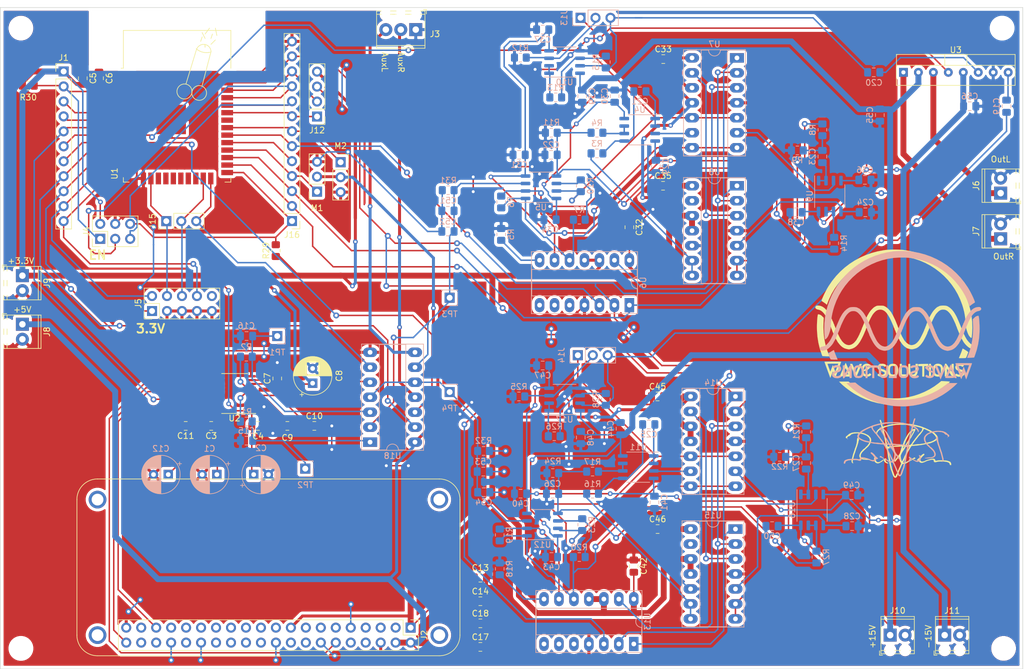
<source format=kicad_pcb>
(kicad_pcb (version 20171130) (host pcbnew "(5.1.10)-1")
  (layers (0 F.Cu signal) (31 B.Cu signal) (34 B.Paste user) (35 F.Paste user) (36 B.SilkS user) (37 F.SilkS user) (38 B.Mask user) (39 F.Mask user) (44 Edge.Cuts user))
  (net 0 "")
  (net 1 Earth)
  (net 2 +3V3)
  (net 3 GNDA)
  (net 4 "Net-(C9-Pad2)")
  (net 5 "Net-(C9-Pad1)")
  (net 6 "Net-(C10-Pad1)")
  (net 7 "Net-(C11-Pad1)")
  (net 8 /Analog/L_pi_in)
  (net 9 /Analog/R_pi_in)
  (net 10 +5V)
  (net 11 /Analog/Right/R_out)
  (net 12 "Net-(C19-Pad1)")
  (net 13 /Analog/Left/L_out)
  (net 14 "Net-(C20-Pad1)")
  (net 15 "Net-(C21-Pad2)")
  (net 16 "Net-(C21-Pad1)")
  (net 17 /Analog/Left/balans_fb)
  (net 18 "Net-(C23-Pad2)")
  (net 19 "Net-(C23-Pad1)")
  (net 20 "Net-(C24-Pad2)")
  (net 21 "Net-(C25-Pad2)")
  (net 22 "Net-(C25-Pad1)")
  (net 23 /Analog/Right/balans_fb)
  (net 24 "Net-(C27-Pad2)")
  (net 25 "Net-(C27-Pad1)")
  (net 26 "Net-(C28-Pad2)")
  (net 27 /PCM_DIN)
  (net 28 "Net-(J2-Pad38)")
  (net 29 "Net-(J2-Pad37)")
  (net 30 "Net-(J2-Pad36)")
  (net 31 /PCM_LRCK)
  (net 32 "Net-(J2-Pad33)")
  (net 33 "Net-(J2-Pad32)")
  (net 34 "Net-(J2-Pad31)")
  (net 35 "Net-(J2-Pad29)")
  (net 36 "Net-(J2-Pad28)")
  (net 37 "Net-(J2-Pad27)")
  (net 38 "Net-(J2-Pad26)")
  (net 39 "Net-(J2-Pad25)")
  (net 40 "Net-(J2-Pad24)")
  (net 41 "Net-(J2-Pad23)")
  (net 42 "Net-(J2-Pad22)")
  (net 43 "Net-(J2-Pad21)")
  (net 44 "Net-(J2-Pad19)")
  (net 45 "Net-(J2-Pad18)")
  (net 46 "Net-(J2-Pad16)")
  (net 47 "Net-(J2-Pad15)")
  (net 48 "Net-(J2-Pad13)")
  (net 49 /PCM_BCK)
  (net 50 "Net-(J2-Pad11)")
  (net 51 "Net-(J2-Pad10)")
  (net 52 "Net-(J2-Pad8)")
  (net 53 "Net-(J2-Pad7)")
  (net 54 "Net-(J2-Pad5)")
  (net 55 "Net-(J2-Pad3)")
  (net 56 /Analog/L_aux_in)
  (net 57 /Analog/R_aux_in)
  (net 58 /ESP_IO0)
  (net 59 /ESP_RXD)
  (net 60 /ESP_TXD)
  (net 61 /ESP_EN)
  (net 62 "Net-(J5-Pad10)")
  (net 63 /ESP_TDI)
  (net 64 /ESP_TDO)
  (net 65 /ESP_TCK)
  (net 66 /ESP_TMS)
  (net 67 /Analog/L_out)
  (net 68 /Analog/R_out)
  (net 69 +15V)
  (net 70 -15V)
  (net 71 "Net-(R1-Pad2)")
  (net 72 "Net-(R2-Pad2)")
  (net 73 "Net-(R3-Pad2)")
  (net 74 "Net-(R4-Pad1)")
  (net 75 "Net-(R5-Pad1)")
  (net 76 "Net-(R6-Pad2)")
  (net 77 /Analog/Left/balans_in)
  (net 78 "Net-(R8-Pad1)")
  (net 79 /Analog/Left/balans_uit)
  (net 80 "Net-(R13-Pad2)")
  (net 81 "Net-(R13-Pad1)")
  (net 82 "Net-(R14-Pad2)")
  (net 83 "Net-(R16-Pad2)")
  (net 84 "Net-(R17-Pad1)")
  (net 85 "Net-(R18-Pad1)")
  (net 86 "Net-(R19-Pad2)")
  (net 87 /Analog/Right/balans_in)
  (net 88 "Net-(R21-Pad1)")
  (net 89 /Analog/Right/balans_uit)
  (net 90 "Net-(R26-Pad2)")
  (net 91 "Net-(R26-Pad1)")
  (net 92 "Net-(R27-Pad2)")
  (net 93 /Analog/Right/R_in)
  (net 94 /Analog/Left/L_in)
  (net 95 /MOSI)
  (net 96 "Net-(U1-Pad32)")
  (net 97 /SCK)
  (net 98 /CSL)
  (net 99 /CSR)
  (net 100 "Net-(U1-Pad22)")
  (net 101 "Net-(U1-Pad21)")
  (net 102 "Net-(U1-Pad20)")
  (net 103 "Net-(U1-Pad19)")
  (net 104 "Net-(U1-Pad18)")
  (net 105 "Net-(U1-Pad17)")
  (net 106 /MUTE_eind)
  (net 107 /PCM_MUTE)
  (net 108 "Net-(U1-Pad5)")
  (net 109 "Net-(U1-Pad4)")
  (net 110 "Net-(U4-Pad3)")
  (net 111 /Analog/Left/Pot1.1)
  (net 112 /Analog/Left/Pot1.2)
  (net 113 "Net-(U7-Pad6)")
  (net 114 "Net-(U8-Pad13)")
  (net 115 "Net-(U11-Pad3)")
  (net 116 /Analog/Right/Pot2.1)
  (net 117 /Analog/Right/Pot2.2)
  (net 118 "Net-(U14-Pad6)")
  (net 119 "Net-(U15-Pad13)")
  (net 120 /SCL)
  (net 121 /SDA)
  (net 122 /SW_PIR)
  (net 123 /SW_PIL)
  (net 124 /SW_AUXR)
  (net 125 /ServoR)
  (net 126 /ServoL)
  (net 127 /SW_AUXL)
  (net 128 "Net-(J13-Pad2)")
  (net 129 "Net-(J14-Pad2)")
  (net 130 "Net-(U6-Pad7)")
  (net 131 "Net-(U6-Pad6)")
  (net 132 "Net-(U6-Pad5)")
  (net 133 "Net-(U13-Pad7)")
  (net 134 "Net-(U13-Pad6)")
  (net 135 "Net-(U13-Pad5)")
  (net 136 /IO5)
  (net 137 /IO35)
  (net 138 /IO34)
  (net 139 "Net-(R10-Pad2)")
  (net 140 "Net-(R20-Pad1)")
  (module Capacitor_SMD:C_0805_2012Metric_Pad1.18x1.45mm_HandSolder (layer B.Cu) (at 244.5 31.5 180)
    (fp_text reference C56 (at 0 1.68) (layer B.SilkS) (effects (justify mirror)))
    (fp_text value 10u)
    (pad 2 smd roundrect (at 1.0375 0 180) (size 1.175 1.45) (layers B.Cu B.Paste B.Mask) (roundrect_rratio 0.212766) (net 70 -15V))
    (pad 1 smd roundrect (at -1.0375 0 180) (size 1.175 1.45) (layers B.Cu B.Paste B.Mask) (roundrect_rratio 0.212766) (net 3 GNDA))
  )
  (module Capacitor_SMD:C_0805_2012Metric_Pad1.18x1.45mm_HandSolder (layer B.Cu) (at 229.25 33 270)
    (fp_text reference C55 (at 0 1.68 270) (layer B.SilkS) (effects (justify mirror)))
    (fp_text value 10u)
    (pad 2 smd roundrect (at 1.0375 0 270) (size 1.175 1.45) (layers B.Cu B.Paste B.Mask) (roundrect_rratio 0.212766) (net 3 GNDA))
    (pad 1 smd roundrect (at -1.0375 0 270) (size 1.175 1.45) (layers B.Cu B.Paste B.Mask) (roundrect_rratio 0.212766) (net 69 +15V))
  )
  (module Package_DIP:DIP-14_W7.62mm_Socket_LongPads (layer B.Cu) (at 142.75 88.5)
    (fp_text reference U18 (at 3.81 2.33) (layer B.SilkS) (effects (justify mirror)))
    (fp_text value CD4016BE)
    (pad 14 thru_hole oval (at 7.62 0) (size 2.4 1.6) (drill 0.8) (layers *.Cu *.Mask) (net 10 +5V))
    (pad 7 thru_hole oval (at 0 -15.24) (size 2.4 1.6) (drill 0.8) (layers *.Cu *.Mask) (net 1 Earth))
    (pad 13 thru_hole oval (at 7.62 -2.54) (size 2.4 1.6) (drill 0.8) (layers *.Cu *.Mask) (net 123 /SW_PIL))
    (pad 6 thru_hole oval (at 0 -12.7) (size 2.4 1.6) (drill 0.8) (layers *.Cu *.Mask) (net 127 /SW_AUXL))
    (pad 12 thru_hole oval (at 7.62 -5.08) (size 2.4 1.6) (drill 0.8) (layers *.Cu *.Mask) (net 124 /SW_AUXR))
    (pad 5 thru_hole oval (at 0 -10.16) (size 2.4 1.6) (drill 0.8) (layers *.Cu *.Mask) (net 122 /SW_PIR))
    (pad 11 thru_hole oval (at 7.62 -7.62) (size 2.4 1.6) (drill 0.8) (layers *.Cu *.Mask) (net 57 /Analog/R_aux_in))
    (pad 4 thru_hole oval (at 0 -7.62) (size 2.4 1.6) (drill 0.8) (layers *.Cu *.Mask) (net 93 /Analog/Right/R_in))
    (pad 10 thru_hole oval (at 7.62 -10.16) (size 2.4 1.6) (drill 0.8) (layers *.Cu *.Mask) (net 93 /Analog/Right/R_in))
    (pad 3 thru_hole oval (at 0 -5.08) (size 2.4 1.6) (drill 0.8) (layers *.Cu *.Mask) (net 9 /Analog/R_pi_in))
    (pad 9 thru_hole oval (at 7.62 -12.7) (size 2.4 1.6) (drill 0.8) (layers *.Cu *.Mask) (net 94 /Analog/Left/L_in))
    (pad 2 thru_hole oval (at 0 -2.54) (size 2.4 1.6) (drill 0.8) (layers *.Cu *.Mask) (net 94 /Analog/Left/L_in))
    (pad 8 thru_hole oval (at 7.62 -15.24) (size 2.4 1.6) (drill 0.8) (layers *.Cu *.Mask) (net 56 /Analog/L_aux_in))
    (pad 1 thru_hole rect (at 0 0) (size 2.4 1.6) (drill 0.8) (layers *.Cu *.Mask) (net 8 /Analog/L_pi_in))
  )
  (module MountingHole:MountingHole_3.2mm_M3 (layer F.Cu) (at 250 18.25)
    (fp_text reference REF** hide)
    (fp_text value MountingHole_3.2mm_M3)
    (pad 1 np_thru_hole circle (at 0 0) (size 3.2 3.2) (drill 3.2) (layers *.Cu *.Mask))
  )
  (module MountingHole:MountingHole_3.2mm_M3 (layer F.Cu) (at 250.25 123.5)
    (fp_text reference REF** hide)
    (fp_text value MountingHole_3.2mm_M3)
    (pad 1 np_thru_hole circle (at 0 0) (size 3.2 3.2) (drill 3.2) (layers *.Cu *.Mask))
  )
  (module MountingHole:MountingHole_3.2mm_M3 (layer F.Cu) (at 83.5 123.5)
    (fp_text reference REF** hide)
    (fp_text value MountingHole_3.2mm_M3)
    (pad 1 np_thru_hole circle (at 0 0) (size 3.2 3.2) (drill 3.2) (layers *.Cu *.Mask))
  )
  (module MountingHole:MountingHole_3.2mm_M3 (layer F.Cu) (at 83.5 18.25)
    (fp_text reference REF** hide)
    (fp_text value MountingHole_3.2mm_M3)
    (pad 1 np_thru_hole circle (at 0 0) (size 3.2 3.2) (drill 3.2) (layers *.Cu *.Mask))
  )
  (module "PRO-dobbelsteen:Handtekening R. van Pelt 2" (layer B.Cu) (at 231.75 89.5 180)
    (fp_text reference G*** hide)
    (fp_text value LOGO hide)
  )
  (module "PRO-dobbelsteen:Handtekening R. van Pelt 2" (layer F.Cu) (at 232.75 89.75)
    (fp_text reference G*** hide)
    (fp_text value LOGO hide)
  )
  (module PRO-dobbelsteen:LOGOwave-solutions4.33cm (layer B.Cu) (at 233 69.25 180)
    (fp_text reference G*** hide)
    (fp_text value LOGO hide)
  )
  (module PRO-dobbelsteen:LOGOwave-solutions4.33cm (layer F.Cu) (at 231.75 69)
    (fp_text reference G*** hide)
    (fp_text value LOGO hide)
  )
  (module Package_DIP:DIP-14_W7.62mm_Socket_LongPads (layer B.Cu) (at 204.75 103.25 180)
    (fp_text reference U15 (at 3.81 2.33) (layer B.SilkS) (effects (justify mirror)))
    (fp_text value MCP42010-I.P)
    (pad 14 thru_hole oval (at 7.62 0 180) (size 2.4 1.6) (drill 0.8) (layers *.Cu *.Mask) (net 2 +3V3))
    (pad 7 thru_hole oval (at 0 -15.24 180) (size 2.4 1.6) (drill 0.8) (layers *.Cu *.Mask) (net 88 "Net-(R21-Pad1)"))
    (pad 13 thru_hole oval (at 7.62 -2.54 180) (size 2.4 1.6) (drill 0.8) (layers *.Cu *.Mask) (net 119 "Net-(U15-Pad13)"))
    (pad 6 thru_hole oval (at 0 -12.7 180) (size 2.4 1.6) (drill 0.8) (layers *.Cu *.Mask) (net 88 "Net-(R21-Pad1)"))
    (pad 12 thru_hole oval (at 7.62 -5.08 180) (size 2.4 1.6) (drill 0.8) (layers *.Cu *.Mask) (net 2 +3V3))
    (pad 5 thru_hole oval (at 0 -10.16 180) (size 2.4 1.6) (drill 0.8) (layers *.Cu *.Mask) (net 26 "Net-(C28-Pad2)"))
    (pad 11 thru_hole oval (at 7.62 -7.62 180) (size 2.4 1.6) (drill 0.8) (layers *.Cu *.Mask) (net 2 +3V3))
    (pad 4 thru_hole oval (at 0 -7.62 180) (size 2.4 1.6) (drill 0.8) (layers *.Cu *.Mask) (net 1 Earth))
    (pad 10 thru_hole oval (at 7.62 -10.16 180) (size 2.4 1.6) (drill 0.8) (layers *.Cu *.Mask) (net 3 GNDA))
    (pad 3 thru_hole oval (at 0 -5.08 180) (size 2.4 1.6) (drill 0.8) (layers *.Cu *.Mask) (net 117 /Analog/Right/Pot2.2))
    (pad 9 thru_hole oval (at 7.62 -12.7 180) (size 2.4 1.6) (drill 0.8) (layers *.Cu *.Mask) (net 83 "Net-(R16-Pad2)"))
    (pad 2 thru_hole oval (at 0 -2.54 180) (size 2.4 1.6) (drill 0.8) (layers *.Cu *.Mask) (net 97 /SCK))
    (pad 8 thru_hole oval (at 7.62 -15.24 180) (size 2.4 1.6) (drill 0.8) (layers *.Cu *.Mask) (net 83 "Net-(R16-Pad2)"))
    (pad 1 thru_hole rect (at 0 0 180) (size 2.4 1.6) (drill 0.8) (layers *.Cu *.Mask) (net 99 /CSR))
  )
  (module Capacitor_SMD:C_0805_2012Metric_Pad1.18x1.45mm_HandSolder (layer F.Cu) (at 96.75 26.75 90)
    (fp_text reference C6 (at 0 1.75 90) (layer F.SilkS))
    (fp_text value 10u)
    (pad 2 smd roundrect (at 1.0375 0 90) (size 1.175 1.45) (layers F.Cu F.Paste F.Mask) (roundrect_rratio 0.212766) (net 1 Earth))
    (pad 1 smd roundrect (at -1.0375 0 90) (size 1.175 1.45) (layers F.Cu F.Paste F.Mask) (roundrect_rratio 0.212766) (net 2 +3V3))
  )
  (module Connector_PinHeader_2.54mm:PinHeader_1x13_P2.54mm_Vertical (layer F.Cu) (at 129.5 50.98 180)
    (fp_text reference J16 (at 0 -2.33) (layer F.SilkS))
    (fp_text value Conn_01x13_Female)
    (pad 13 thru_hole oval (at 0 30.48 180) (size 1.7 1.7) (drill 1) (layers *.Cu *.Mask) (net 1 Earth))
    (pad 12 thru_hole oval (at 0 27.94 180) (size 1.7 1.7) (drill 1) (layers *.Cu *.Mask) (net 95 /MOSI))
    (pad 11 thru_hole oval (at 0 25.4 180) (size 1.7 1.7) (drill 1) (layers *.Cu *.Mask) (net 120 /SCL))
    (pad 10 thru_hole oval (at 0 22.86 180) (size 1.7 1.7) (drill 1) (layers *.Cu *.Mask) (net 60 /ESP_TXD))
    (pad 9 thru_hole oval (at 0 20.32 180) (size 1.7 1.7) (drill 1) (layers *.Cu *.Mask) (net 59 /ESP_RXD))
    (pad 8 thru_hole oval (at 0 17.78 180) (size 1.7 1.7) (drill 1) (layers *.Cu *.Mask) (net 121 /SDA))
    (pad 7 thru_hole oval (at 0 15.24 180) (size 1.7 1.7) (drill 1) (layers *.Cu *.Mask) (net 125 /ServoR))
    (pad 6 thru_hole oval (at 0 12.7 180) (size 1.7 1.7) (drill 1) (layers *.Cu *.Mask) (net 97 /SCK))
    (pad 5 thru_hole oval (at 0 10.16 180) (size 1.7 1.7) (drill 1) (layers *.Cu *.Mask) (net 136 /IO5))
    (pad 4 thru_hole oval (at 0 7.62 180) (size 1.7 1.7) (drill 1) (layers *.Cu *.Mask) (net 126 /ServoL))
    (pad 3 thru_hole oval (at 0 5.08 180) (size 1.7 1.7) (drill 1) (layers *.Cu *.Mask) (net 98 /CSL))
    (pad 2 thru_hole oval (at 0 2.54 180) (size 1.7 1.7) (drill 1) (layers *.Cu *.Mask) (net 99 /CSR))
    (pad 1 thru_hole rect (at 0 0 180) (size 1.7 1.7) (drill 1) (layers *.Cu *.Mask) (net 58 /ESP_IO0))
  )
  (module Connector_PinHeader_2.54mm:PinHeader_1x03_P2.54mm_Vertical (layer F.Cu) (at 108.17 51 90)
    (fp_text reference J15 (at 0 -2.33 90) (layer F.SilkS))
    (fp_text value Conn_01x03_Female)
    (pad 3 thru_hole oval (at 0 5.08 90) (size 1.7 1.7) (drill 1) (layers *.Cu *.Mask) (net 127 /SW_AUXL))
    (pad 2 thru_hole oval (at 0 2.54 90) (size 1.7 1.7) (drill 1) (layers *.Cu *.Mask) (net 64 /ESP_TDO))
    (pad 1 thru_hole rect (at 0 0 90) (size 1.7 1.7) (drill 1) (layers *.Cu *.Mask) (net 65 /ESP_TCK))
  )
  (module Connector_PinHeader_2.54mm:PinHeader_1x11_P2.54mm_Vertical (layer F.Cu) (at 90.75 25.6)
    (fp_text reference J1 (at 0 -2.33) (layer F.SilkS))
    (fp_text value Conn_01x11_Female)
    (pad 11 thru_hole oval (at 0 25.4) (size 1.7 1.7) (drill 1) (layers *.Cu *.Mask) (net 63 /ESP_TDI))
    (pad 10 thru_hole oval (at 0 22.86) (size 1.7 1.7) (drill 1) (layers *.Cu *.Mask) (net 66 /ESP_TMS))
    (pad 9 thru_hole oval (at 0 20.32) (size 1.7 1.7) (drill 1) (layers *.Cu *.Mask) (net 122 /SW_PIR))
    (pad 8 thru_hole oval (at 0 17.78) (size 1.7 1.7) (drill 1) (layers *.Cu *.Mask) (net 123 /SW_PIL))
    (pad 7 thru_hole oval (at 0 15.24) (size 1.7 1.7) (drill 1) (layers *.Cu *.Mask) (net 124 /SW_AUXR))
    (pad 6 thru_hole oval (at 0 12.7) (size 1.7 1.7) (drill 1) (layers *.Cu *.Mask) (net 106 /MUTE_eind))
    (pad 5 thru_hole oval (at 0 10.16) (size 1.7 1.7) (drill 1) (layers *.Cu *.Mask) (net 107 /PCM_MUTE))
    (pad 4 thru_hole oval (at 0 7.62) (size 1.7 1.7) (drill 1) (layers *.Cu *.Mask) (net 137 /IO35))
    (pad 3 thru_hole oval (at 0 5.08) (size 1.7 1.7) (drill 1) (layers *.Cu *.Mask) (net 138 /IO34))
    (pad 2 thru_hole oval (at 0 2.54) (size 1.7 1.7) (drill 1) (layers *.Cu *.Mask) (net 61 /ESP_EN))
    (pad 1 thru_hole rect (at 0 0) (size 1.7 1.7) (drill 1) (layers *.Cu *.Mask) (net 2 +3V3))
  )
  (module Package_SO:SOP-8_3.9x4.9mm_P1.27mm (layer B.Cu) (at 175.75 81.25)
    (fp_text reference U17 (at 0 3.4) (layer B.SilkS) (effects (justify mirror)))
    (fp_text value BA4558F-E2)
    (pad 8 smd roundrect (at 2.625 1.905) (size 1.65 0.6) (layers B.Cu B.Paste B.Mask) (net 69 +15V))
    (pad 7 smd roundrect (at 2.625 0.635) (size 1.65 0.6) (layers B.Cu B.Paste B.Mask) (net 11 /Analog/Right/R_out))
    (pad 6 smd roundrect (at 2.625 -0.635) (size 1.65 0.6) (layers B.Cu B.Paste B.Mask) (net 91 "Net-(R26-Pad1)"))
    (pad 5 smd roundrect (at 2.625 -1.905) (size 1.65 0.6) (layers B.Cu B.Paste B.Mask) (net 3 GNDA))
    (pad 4 smd roundrect (at -2.625 -1.905) (size 1.65 0.6) (layers B.Cu B.Paste B.Mask) (net 70 -15V))
    (pad 3 smd roundrect (at -2.625 -0.635) (size 1.65 0.6) (layers B.Cu B.Paste B.Mask) (net 129 "Net-(J14-Pad2)"))
    (pad 2 smd roundrect (at -2.625 0.635) (size 1.65 0.6) (layers B.Cu B.Paste B.Mask) (net 90 "Net-(R26-Pad2)"))
    (pad 1 smd roundrect (at -2.625 1.905) (size 1.65 0.6) (layers B.Cu B.Paste B.Mask) (net 90 "Net-(R26-Pad2)"))
  )
  (module Package_SO:SOP-8_3.9x4.9mm_P1.27mm (layer B.Cu) (at 217.75 100 270)
    (fp_text reference U16 (at 0 3.4 90) (layer B.SilkS) (effects (justify mirror)))
    (fp_text value BA4558F-E2)
    (pad 8 smd roundrect (at 2.625 1.905 270) (size 1.65 0.6) (layers B.Cu B.Paste B.Mask) (net 69 +15V))
    (pad 7 smd roundrect (at 2.625 0.635 270) (size 1.65 0.6) (layers B.Cu B.Paste B.Mask) (net 92 "Net-(R27-Pad2)"))
    (pad 6 smd roundrect (at 2.625 -0.635 270) (size 1.65 0.6) (layers B.Cu B.Paste B.Mask) (net 92 "Net-(R27-Pad2)"))
    (pad 5 smd roundrect (at 2.625 -1.905 270) (size 1.65 0.6) (layers B.Cu B.Paste B.Mask) (net 26 "Net-(C28-Pad2)"))
    (pad 4 smd roundrect (at -2.625 -1.905 270) (size 1.65 0.6) (layers B.Cu B.Paste B.Mask) (net 70 -15V))
    (pad 3 smd roundrect (at -2.625 -0.635 270) (size 1.65 0.6) (layers B.Cu B.Paste B.Mask) (net 118 "Net-(U14-Pad6)"))
    (pad 2 smd roundrect (at -2.625 0.635 270) (size 1.65 0.6) (layers B.Cu B.Paste B.Mask) (net 24 "Net-(C27-Pad2)"))
    (pad 1 smd roundrect (at -2.625 1.905 270) (size 1.65 0.6) (layers B.Cu B.Paste B.Mask) (net 24 "Net-(C27-Pad2)"))
  )
  (module Package_DIP:DIP-14_W7.62mm_Socket_LongPads (layer B.Cu) (at 204.75 80.75 180)
    (fp_text reference U14 (at 3.81 2.33) (layer B.SilkS) (effects (justify mirror)))
    (fp_text value MCP42010-I.P)
    (pad 14 thru_hole oval (at 7.62 0 180) (size 2.4 1.6) (drill 0.8) (layers *.Cu *.Mask) (net 2 +3V3))
    (pad 7 thru_hole oval (at 0 -15.24 180) (size 2.4 1.6) (drill 0.8) (layers *.Cu *.Mask) (net 87 /Analog/Right/balans_in))
    (pad 13 thru_hole oval (at 7.62 -2.54 180) (size 2.4 1.6) (drill 0.8) (layers *.Cu *.Mask) (net 117 /Analog/Right/Pot2.2))
    (pad 6 thru_hole oval (at 0 -12.7 180) (size 2.4 1.6) (drill 0.8) (layers *.Cu *.Mask) (net 118 "Net-(U14-Pad6)"))
    (pad 12 thru_hole oval (at 7.62 -5.08 180) (size 2.4 1.6) (drill 0.8) (layers *.Cu *.Mask) (net 2 +3V3))
    (pad 5 thru_hole oval (at 0 -10.16 180) (size 2.4 1.6) (drill 0.8) (layers *.Cu *.Mask) (net 89 /Analog/Right/balans_uit))
    (pad 11 thru_hole oval (at 7.62 -7.62 180) (size 2.4 1.6) (drill 0.8) (layers *.Cu *.Mask) (net 2 +3V3))
    (pad 4 thru_hole oval (at 0 -7.62 180) (size 2.4 1.6) (drill 0.8) (layers *.Cu *.Mask) (net 1 Earth))
    (pad 10 thru_hole oval (at 7.62 -10.16 180) (size 2.4 1.6) (drill 0.8) (layers *.Cu *.Mask) (net 89 /Analog/Right/balans_uit))
    (pad 3 thru_hole oval (at 0 -5.08 180) (size 2.4 1.6) (drill 0.8) (layers *.Cu *.Mask) (net 116 /Analog/Right/Pot2.1))
    (pad 9 thru_hole oval (at 7.62 -12.7 180) (size 2.4 1.6) (drill 0.8) (layers *.Cu *.Mask) (net 115 "Net-(U11-Pad3)"))
    (pad 2 thru_hole oval (at 0 -2.54 180) (size 2.4 1.6) (drill 0.8) (layers *.Cu *.Mask) (net 97 /SCK))
    (pad 8 thru_hole oval (at 7.62 -15.24 180) (size 2.4 1.6) (drill 0.8) (layers *.Cu *.Mask) (net 87 /Analog/Right/balans_in))
    (pad 1 thru_hole rect (at 0 0 180) (size 2.4 1.6) (drill 0.8) (layers *.Cu *.Mask) (net 99 /CSR))
  )
  (module Package_DIP:DIP-14_W7.62mm_Socket_LongPads (layer B.Cu) (at 187.5 122.75 90)
    (fp_text reference U13 (at 3.81 2.33 90) (layer B.SilkS) (effects (justify mirror)))
    (fp_text value MCP42010-I.P)
    (pad 14 thru_hole oval (at 7.62 0 90) (size 2.4 1.6) (drill 0.8) (layers *.Cu *.Mask) (net 2 +3V3))
    (pad 7 thru_hole oval (at 0 -15.24 90) (size 2.4 1.6) (drill 0.8) (layers *.Cu *.Mask) (net 133 "Net-(U13-Pad7)"))
    (pad 13 thru_hole oval (at 7.62 -2.54 90) (size 2.4 1.6) (drill 0.8) (layers *.Cu *.Mask) (net 116 /Analog/Right/Pot2.1))
    (pad 6 thru_hole oval (at 0 -12.7 90) (size 2.4 1.6) (drill 0.8) (layers *.Cu *.Mask) (net 134 "Net-(U13-Pad6)"))
    (pad 12 thru_hole oval (at 7.62 -5.08 90) (size 2.4 1.6) (drill 0.8) (layers *.Cu *.Mask) (net 2 +3V3))
    (pad 5 thru_hole oval (at 0 -10.16 90) (size 2.4 1.6) (drill 0.8) (layers *.Cu *.Mask) (net 135 "Net-(U13-Pad5)"))
    (pad 11 thru_hole oval (at 7.62 -7.62 90) (size 2.4 1.6) (drill 0.8) (layers *.Cu *.Mask) (net 2 +3V3))
    (pad 4 thru_hole oval (at 0 -7.62 90) (size 2.4 1.6) (drill 0.8) (layers *.Cu *.Mask) (net 1 Earth))
    (pad 10 thru_hole oval (at 7.62 -10.16 90) (size 2.4 1.6) (drill 0.8) (layers *.Cu *.Mask) (net 87 /Analog/Right/balans_in))
    (pad 3 thru_hole oval (at 0 -5.08 90) (size 2.4 1.6) (drill 0.8) (layers *.Cu *.Mask) (net 95 /MOSI))
    (pad 9 thru_hole oval (at 7.62 -12.7 90) (size 2.4 1.6) (drill 0.8) (layers *.Cu *.Mask) (net 86 "Net-(R19-Pad2)"))
    (pad 2 thru_hole oval (at 0 -2.54 90) (size 2.4 1.6) (drill 0.8) (layers *.Cu *.Mask) (net 97 /SCK))
    (pad 8 thru_hole oval (at 7.62 -15.24 90) (size 2.4 1.6) (drill 0.8) (layers *.Cu *.Mask) (net 85 "Net-(R18-Pad1)"))
    (pad 1 thru_hole rect (at 0 0 90) (size 2.4 1.6) (drill 0.8) (layers *.Cu *.Mask) (net 99 /CSR))
  )
  (module Package_SO:SOP-8_3.9x4.9mm_P1.27mm (layer B.Cu) (at 172 102.5)
    (fp_text reference U12 (at 0 3.4) (layer B.SilkS) (effects (justify mirror)))
    (fp_text value BA4558F-E2)
    (pad 8 smd roundrect (at 2.625 1.905) (size 1.65 0.6) (layers B.Cu B.Paste B.Mask) (net 69 +15V))
    (pad 7 smd roundrect (at 2.625 0.635) (size 1.65 0.6) (layers B.Cu B.Paste B.Mask) (net 89 /Analog/Right/balans_uit))
    (pad 6 smd roundrect (at 2.625 -0.635) (size 1.65 0.6) (layers B.Cu B.Paste B.Mask) (net 140 "Net-(R20-Pad1)"))
    (pad 5 smd roundrect (at 2.625 -1.905) (size 1.65 0.6) (layers B.Cu B.Paste B.Mask) (net 23 /Analog/Right/balans_fb))
    (pad 4 smd roundrect (at -2.625 -1.905) (size 1.65 0.6) (layers B.Cu B.Paste B.Mask) (net 70 -15V))
    (pad 3 smd roundrect (at -2.625 -0.635) (size 1.65 0.6) (layers B.Cu B.Paste B.Mask) (net 93 /Analog/Right/R_in))
    (pad 2 smd roundrect (at -2.625 0.635) (size 1.65 0.6) (layers B.Cu B.Paste B.Mask) (net 86 "Net-(R19-Pad2)"))
    (pad 1 smd roundrect (at -2.625 1.905) (size 1.65 0.6) (layers B.Cu B.Paste B.Mask) (net 87 /Analog/Right/balans_in))
  )
  (module Package_SO:SOP-8_3.9x4.9mm_P1.27mm (layer B.Cu) (at 188.25 92.75 180)
    (fp_text reference U11 (at 0 3.4) (layer B.SilkS) (effects (justify mirror)))
    (fp_text value BA4558F-E2)
    (pad 8 smd roundrect (at 2.625 1.905 180) (size 1.65 0.6) (layers B.Cu B.Paste B.Mask) (net 69 +15V))
    (pad 7 smd roundrect (at 2.625 0.635 180) (size 1.65 0.6) (layers B.Cu B.Paste B.Mask) (net 84 "Net-(R17-Pad1)"))
    (pad 6 smd roundrect (at 2.625 -0.635 180) (size 1.65 0.6) (layers B.Cu B.Paste B.Mask) (net 84 "Net-(R17-Pad1)"))
    (pad 5 smd roundrect (at 2.625 -1.905 180) (size 1.65 0.6) (layers B.Cu B.Paste B.Mask) (net 22 "Net-(C25-Pad1)"))
    (pad 4 smd roundrect (at -2.625 -1.905 180) (size 1.65 0.6) (layers B.Cu B.Paste B.Mask) (net 70 -15V))
    (pad 3 smd roundrect (at -2.625 -0.635 180) (size 1.65 0.6) (layers B.Cu B.Paste B.Mask) (net 115 "Net-(U11-Pad3)"))
    (pad 2 smd roundrect (at -2.625 0.635 180) (size 1.65 0.6) (layers B.Cu B.Paste B.Mask) (net 21 "Net-(C25-Pad2)"))
    (pad 1 smd roundrect (at -2.625 1.905 180) (size 1.65 0.6) (layers B.Cu B.Paste B.Mask) (net 21 "Net-(C25-Pad2)"))
  )
  (module Package_SO:SOP-8_3.9x4.9mm_P1.27mm (layer B.Cu) (at 175.75 24)
    (fp_text reference U10 (at 0 3.4) (layer B.SilkS) (effects (justify mirror)))
    (fp_text value BA4558F-E2)
    (pad 8 smd roundrect (at 2.625 1.905) (size 1.65 0.6) (layers B.Cu B.Paste B.Mask) (net 69 +15V))
    (pad 7 smd roundrect (at 2.625 0.635) (size 1.65 0.6) (layers B.Cu B.Paste B.Mask) (net 13 /Analog/Left/L_out))
    (pad 6 smd roundrect (at 2.625 -0.635) (size 1.65 0.6) (layers B.Cu B.Paste B.Mask) (net 81 "Net-(R13-Pad1)"))
    (pad 5 smd roundrect (at 2.625 -1.905) (size 1.65 0.6) (layers B.Cu B.Paste B.Mask) (net 3 GNDA))
    (pad 4 smd roundrect (at -2.625 -1.905) (size 1.65 0.6) (layers B.Cu B.Paste B.Mask) (net 70 -15V))
    (pad 3 smd roundrect (at -2.625 -0.635) (size 1.65 0.6) (layers B.Cu B.Paste B.Mask) (net 128 "Net-(J13-Pad2)"))
    (pad 2 smd roundrect (at -2.625 0.635) (size 1.65 0.6) (layers B.Cu B.Paste B.Mask) (net 80 "Net-(R13-Pad2)"))
    (pad 1 smd roundrect (at -2.625 1.905) (size 1.65 0.6) (layers B.Cu B.Paste B.Mask) (net 80 "Net-(R13-Pad2)"))
  )
  (module Package_SO:SOP-8_3.9x4.9mm_P1.27mm (layer B.Cu) (at 220.75 46.75 270)
    (fp_text reference U9 (at 0 3.4 90) (layer B.SilkS) (effects (justify mirror)))
    (fp_text value BA4558F-E2)
    (pad 8 smd roundrect (at 2.625 1.905 270) (size 1.65 0.6) (layers B.Cu B.Paste B.Mask) (net 69 +15V))
    (pad 7 smd roundrect (at 2.625 0.635 270) (size 1.65 0.6) (layers B.Cu B.Paste B.Mask) (net 82 "Net-(R14-Pad2)"))
    (pad 6 smd roundrect (at 2.625 -0.635 270) (size 1.65 0.6) (layers B.Cu B.Paste B.Mask) (net 82 "Net-(R14-Pad2)"))
    (pad 5 smd roundrect (at 2.625 -1.905 270) (size 1.65 0.6) (layers B.Cu B.Paste B.Mask) (net 20 "Net-(C24-Pad2)"))
    (pad 4 smd roundrect (at -2.625 -1.905 270) (size 1.65 0.6) (layers B.Cu B.Paste B.Mask) (net 70 -15V))
    (pad 3 smd roundrect (at -2.625 -0.635 270) (size 1.65 0.6) (layers B.Cu B.Paste B.Mask) (net 113 "Net-(U7-Pad6)"))
    (pad 2 smd roundrect (at -2.625 0.635 270) (size 1.65 0.6) (layers B.Cu B.Paste B.Mask) (net 18 "Net-(C23-Pad2)"))
    (pad 1 smd roundrect (at -2.625 1.905 270) (size 1.65 0.6) (layers B.Cu B.Paste B.Mask) (net 18 "Net-(C23-Pad2)"))
  )
  (module Package_DIP:DIP-14_W7.62mm_Socket_LongPads (layer B.Cu) (at 205 45 180)
    (fp_text reference U8 (at 3.81 2.33) (layer B.SilkS) (effects (justify mirror)))
    (fp_text value MCP42010-I.P)
    (pad 14 thru_hole oval (at 7.62 0 180) (size 2.4 1.6) (drill 0.8) (layers *.Cu *.Mask) (net 2 +3V3))
    (pad 7 thru_hole oval (at 0 -15.24 180) (size 2.4 1.6) (drill 0.8) (layers *.Cu *.Mask) (net 78 "Net-(R8-Pad1)"))
    (pad 13 thru_hole oval (at 7.62 -2.54 180) (size 2.4 1.6) (drill 0.8) (layers *.Cu *.Mask) (net 114 "Net-(U8-Pad13)"))
    (pad 6 thru_hole oval (at 0 -12.7 180) (size 2.4 1.6) (drill 0.8) (layers *.Cu *.Mask) (net 78 "Net-(R8-Pad1)"))
    (pad 12 thru_hole oval (at 7.62 -5.08 180) (size 2.4 1.6) (drill 0.8) (layers *.Cu *.Mask) (net 2 +3V3))
    (pad 5 thru_hole oval (at 0 -10.16 180) (size 2.4 1.6) (drill 0.8) (layers *.Cu *.Mask) (net 20 "Net-(C24-Pad2)"))
    (pad 11 thru_hole oval (at 7.62 -7.62 180) (size 2.4 1.6) (drill 0.8) (layers *.Cu *.Mask) (net 2 +3V3))
    (pad 4 thru_hole oval (at 0 -7.62 180) (size 2.4 1.6) (drill 0.8) (layers *.Cu *.Mask) (net 1 Earth))
    (pad 10 thru_hole oval (at 7.62 -10.16 180) (size 2.4 1.6) (drill 0.8) (layers *.Cu *.Mask) (net 3 GNDA))
    (pad 3 thru_hole oval (at 0 -5.08 180) (size 2.4 1.6) (drill 0.8) (layers *.Cu *.Mask) (net 112 /Analog/Left/Pot1.2))
    (pad 9 thru_hole oval (at 7.62 -12.7 180) (size 2.4 1.6) (drill 0.8) (layers *.Cu *.Mask) (net 73 "Net-(R3-Pad2)"))
    (pad 2 thru_hole oval (at 0 -2.54 180) (size 2.4 1.6) (drill 0.8) (layers *.Cu *.Mask) (net 97 /SCK))
    (pad 8 thru_hole oval (at 7.62 -15.24 180) (size 2.4 1.6) (drill 0.8) (layers *.Cu *.Mask) (net 73 "Net-(R3-Pad2)"))
    (pad 1 thru_hole rect (at 0 0 180) (size 2.4 1.6) (drill 0.8) (layers *.Cu *.Mask) (net 98 /CSL))
  )
  (module Package_DIP:DIP-14_W7.62mm_Socket_LongPads (layer B.Cu) (at 205 23.3 180)
    (fp_text reference U7 (at 3.81 2.33) (layer B.SilkS) (effects (justify mirror)))
    (fp_text value MCP42010-I.P)
    (pad 14 thru_hole oval (at 7.62 0 180) (size 2.4 1.6) (drill 0.8) (layers *.Cu *.Mask) (net 2 +3V3))
    (pad 7 thru_hole oval (at 0 -15.24 180) (size 2.4 1.6) (drill 0.8) (layers *.Cu *.Mask) (net 77 /Analog/Left/balans_in))
    (pad 13 thru_hole oval (at 7.62 -2.54 180) (size 2.4 1.6) (drill 0.8) (layers *.Cu *.Mask) (net 112 /Analog/Left/Pot1.2))
    (pad 6 thru_hole oval (at 0 -12.7 180) (size 2.4 1.6) (drill 0.8) (layers *.Cu *.Mask) (net 113 "Net-(U7-Pad6)"))
    (pad 12 thru_hole oval (at 7.62 -5.08 180) (size 2.4 1.6) (drill 0.8) (layers *.Cu *.Mask) (net 2 +3V3))
    (pad 5 thru_hole oval (at 0 -10.16 180) (size 2.4 1.6) (drill 0.8) (layers *.Cu *.Mask) (net 79 /Analog/Left/balans_uit))
    (pad 11 thru_hole oval (at 7.62 -7.62 180) (size 2.4 1.6) (drill 0.8) (layers *.Cu *.Mask) (net 2 +3V3))
    (pad 4 thru_hole oval (at 0 -7.62 180) (size 2.4 1.6) (drill 0.8) (layers *.Cu *.Mask) (net 1 Earth))
    (pad 10 thru_hole oval (at 7.62 -10.16 180) (size 2.4 1.6) (drill 0.8) (layers *.Cu *.Mask) (net 79 /Analog/Left/balans_uit))
    (pad 3 thru_hole oval (at 0 -5.08 180) (size 2.4 1.6) (drill 0.8) (layers *.Cu *.Mask) (net 111 /Analog/Left/Pot1.1))
    (pad 9 thru_hole oval (at 7.62 -12.7 180) (size 2.4 1.6) (drill 0.8) (layers *.Cu *.Mask) (net 110 "Net-(U4-Pad3)"))
    (pad 2 thru_hole oval (at 0 -2.54 180) (size 2.4 1.6) (drill 0.8) (layers *.Cu *.Mask) (net 97 /SCK))
    (pad 8 thru_hole oval (at 7.62 -15.24 180) (size 2.4 1.6) (drill 0.8) (layers *.Cu *.Mask) (net 77 /Analog/Left/balans_in))
    (pad 1 thru_hole rect (at 0 0 180) (size 2.4 1.6) (drill 0.8) (layers *.Cu *.Mask) (net 98 /CSL))
  )
  (module Package_DIP:DIP-14_W7.62mm_Socket_LongPads (layer B.Cu) (at 186.75 65.25 90)
    (fp_text reference U6 (at 3.81 2.33 90) (layer B.SilkS) (effects (justify mirror)))
    (fp_text value MCP42010-I.P)
    (pad 14 thru_hole oval (at 7.62 0 90) (size 2.4 1.6) (drill 0.8) (layers *.Cu *.Mask) (net 2 +3V3))
    (pad 7 thru_hole oval (at 0 -15.24 90) (size 2.4 1.6) (drill 0.8) (layers *.Cu *.Mask) (net 130 "Net-(U6-Pad7)"))
    (pad 13 thru_hole oval (at 7.62 -2.54 90) (size 2.4 1.6) (drill 0.8) (layers *.Cu *.Mask) (net 111 /Analog/Left/Pot1.1))
    (pad 6 thru_hole oval (at 0 -12.7 90) (size 2.4 1.6) (drill 0.8) (layers *.Cu *.Mask) (net 131 "Net-(U6-Pad6)"))
    (pad 12 thru_hole oval (at 7.62 -5.08 90) (size 2.4 1.6) (drill 0.8) (layers *.Cu *.Mask) (net 2 +3V3))
    (pad 5 thru_hole oval (at 0 -10.16 90) (size 2.4 1.6) (drill 0.8) (layers *.Cu *.Mask) (net 132 "Net-(U6-Pad5)"))
    (pad 11 thru_hole oval (at 7.62 -7.62 90) (size 2.4 1.6) (drill 0.8) (layers *.Cu *.Mask) (net 2 +3V3))
    (pad 4 thru_hole oval (at 0 -7.62 90) (size 2.4 1.6) (drill 0.8) (layers *.Cu *.Mask) (net 1 Earth))
    (pad 10 thru_hole oval (at 7.62 -10.16 90) (size 2.4 1.6) (drill 0.8) (layers *.Cu *.Mask) (net 77 /Analog/Left/balans_in))
    (pad 3 thru_hole oval (at 0 -5.08 90) (size 2.4 1.6) (drill 0.8) (layers *.Cu *.Mask) (net 95 /MOSI))
    (pad 9 thru_hole oval (at 7.62 -12.7 90) (size 2.4 1.6) (drill 0.8) (layers *.Cu *.Mask) (net 76 "Net-(R6-Pad2)"))
    (pad 2 thru_hole oval (at 0 -2.54 90) (size 2.4 1.6) (drill 0.8) (layers *.Cu *.Mask) (net 97 /SCK))
    (pad 8 thru_hole oval (at 7.62 -15.24 90) (size 2.4 1.6) (drill 0.8) (layers *.Cu *.Mask) (net 75 "Net-(R5-Pad1)"))
    (pad 1 thru_hole rect (at 0 0 90) (size 2.4 1.6) (drill 0.8) (layers *.Cu *.Mask) (net 98 /CSL))
  )
  (module Package_SO:SOP-8_3.9x4.9mm_P1.27mm (layer B.Cu) (at 171.75 45.25)
    (fp_text reference U5 (at 0 3.4) (layer B.SilkS) (effects (justify mirror)))
    (fp_text value BA4558F-E2)
    (pad 8 smd roundrect (at 2.625 1.905) (size 1.65 0.6) (layers B.Cu B.Paste B.Mask) (net 69 +15V))
    (pad 7 smd roundrect (at 2.625 0.635) (size 1.65 0.6) (layers B.Cu B.Paste B.Mask) (net 79 /Analog/Left/balans_uit))
    (pad 6 smd roundrect (at 2.625 -0.635) (size 1.65 0.6) (layers B.Cu B.Paste B.Mask) (net 139 "Net-(R10-Pad2)"))
    (pad 5 smd roundrect (at 2.625 -1.905) (size 1.65 0.6) (layers B.Cu B.Paste B.Mask) (net 17 /Analog/Left/balans_fb))
    (pad 4 smd roundrect (at -2.625 -1.905) (size 1.65 0.6) (layers B.Cu B.Paste B.Mask) (net 70 -15V))
    (pad 3 smd roundrect (at -2.625 -0.635) (size 1.65 0.6) (layers B.Cu B.Paste B.Mask) (net 94 /Analog/Left/L_in))
    (pad 2 smd roundrect (at -2.625 0.635) (size 1.65 0.6) (layers B.Cu B.Paste B.Mask) (net 76 "Net-(R6-Pad2)"))
    (pad 1 smd roundrect (at -2.625 1.905) (size 1.65 0.6) (layers B.Cu B.Paste B.Mask) (net 77 /Analog/Left/balans_in))
  )
  (module Package_SO:SOP-8_3.9x4.9mm_P1.27mm (layer B.Cu) (at 188.5 35.5 180)
    (fp_text reference U4 (at 0 3.4) (layer B.SilkS) (effects (justify mirror)))
    (fp_text value BA4558F-E2)
    (pad 8 smd roundrect (at 2.625 1.905 180) (size 1.65 0.6) (layers B.Cu B.Paste B.Mask) (net 69 +15V))
    (pad 7 smd roundrect (at 2.625 0.635 180) (size 1.65 0.6) (layers B.Cu B.Paste B.Mask) (net 74 "Net-(R4-Pad1)"))
    (pad 6 smd roundrect (at 2.625 -0.635 180) (size 1.65 0.6) (layers B.Cu B.Paste B.Mask) (net 74 "Net-(R4-Pad1)"))
    (pad 5 smd roundrect (at 2.625 -1.905 180) (size 1.65 0.6) (layers B.Cu B.Paste B.Mask) (net 16 "Net-(C21-Pad1)"))
    (pad 4 smd roundrect (at -2.625 -1.905 180) (size 1.65 0.6) (layers B.Cu B.Paste B.Mask) (net 70 -15V))
    (pad 3 smd roundrect (at -2.625 -0.635 180) (size 1.65 0.6) (layers B.Cu B.Paste B.Mask) (net 110 "Net-(U4-Pad3)"))
    (pad 2 smd roundrect (at -2.625 0.635 180) (size 1.65 0.6) (layers B.Cu B.Paste B.Mask) (net 15 "Net-(C21-Pad2)"))
    (pad 1 smd roundrect (at -2.625 1.905 180) (size 1.65 0.6) (layers B.Cu B.Paste B.Mask) (net 15 "Net-(C21-Pad2)"))
  )
  (module Package_TO_SOT_THT:TO-220-8_Vertical (layer F.Cu) (at 233.25 25.75)
    (fp_text reference U3 (at 8.89 -3.8) (layer F.SilkS))
    (fp_text value TDA7264)
    (pad 8 thru_hole oval (at 17.78 0) (size 1.5 1.5) (drill 0.7) (layers *.Cu *.Mask) (net 12 "Net-(C19-Pad1)"))
    (pad 7 thru_hole oval (at 15.24 0) (size 1.5 1.5) (drill 0.7) (layers *.Cu *.Mask) (net 3 GNDA))
    (pad 6 thru_hole oval (at 12.7 0) (size 1.5 1.5) (drill 0.7) (layers *.Cu *.Mask) (net 14 "Net-(C20-Pad1)"))
    (pad 5 thru_hole oval (at 10.16 0) (size 1.5 1.5) (drill 0.7) (layers *.Cu *.Mask) (net 70 -15V))
    (pad 4 thru_hole oval (at 7.62 0) (size 1.5 1.5) (drill 0.7) (layers *.Cu *.Mask) (net 106 /MUTE_eind))
    (pad 3 thru_hole oval (at 5.08 0) (size 1.5 1.5) (drill 0.7) (layers *.Cu *.Mask) (net 67 /Analog/L_out))
    (pad 2 thru_hole oval (at 2.54 0) (size 1.5 1.5) (drill 0.7) (layers *.Cu *.Mask) (net 69 +15V))
    (pad 1 thru_hole rect (at 0 0) (size 1.5 1.5) (drill 0.7) (layers *.Cu *.Mask) (net 68 /Analog/R_out))
  )
  (module Package_SO:TSSOP-20_4.4x6.5mm_P0.65mm (layer F.Cu) (at 119.75 80.25 180)
    (fp_text reference U2 (at 0 -4.2) (layer F.SilkS))
    (fp_text value PCM5100)
    (pad 20 smd roundrect (at 2.8625 -2.925 180) (size 1.475 0.4) (layers F.Cu F.Paste F.Mask) (net 2 +3V3))
    (pad 19 smd roundrect (at 2.8625 -2.275 180) (size 1.475 0.4) (layers F.Cu F.Paste F.Mask) (net 1 Earth))
    (pad 18 smd roundrect (at 2.8625 -1.625 180) (size 1.475 0.4) (layers F.Cu F.Paste F.Mask) (net 7 "Net-(C11-Pad1)"))
    (pad 17 smd roundrect (at 2.8625 -0.975 180) (size 1.475 0.4) (layers F.Cu F.Paste F.Mask) (net 107 /PCM_MUTE))
    (pad 16 smd roundrect (at 2.8625 -0.325 180) (size 1.475 0.4) (layers F.Cu F.Paste F.Mask) (net 1 Earth))
    (pad 15 smd roundrect (at 2.8625 0.325 180) (size 1.475 0.4) (layers F.Cu F.Paste F.Mask) (net 31 /PCM_LRCK))
    (pad 14 smd roundrect (at 2.8625 0.975 180) (size 1.475 0.4) (layers F.Cu F.Paste F.Mask) (net 27 /PCM_DIN))
    (pad 13 smd roundrect (at 2.8625 1.625 180) (size 1.475 0.4) (layers F.Cu F.Paste F.Mask) (net 49 /PCM_BCK))
    (pad 12 smd roundrect (at 2.8625 2.275 180) (size 1.475 0.4) (layers F.Cu F.Paste F.Mask) (net 1 Earth))
    (pad 11 smd roundrect (at 2.8625 2.925 180) (size 1.475 0.4) (layers F.Cu F.Paste F.Mask) (net 1 Earth))
    (pad 10 smd roundrect (at -2.8625 2.925 180) (size 1.475 0.4) (layers F.Cu F.Paste F.Mask) (net 1 Earth))
    (pad 9 smd roundrect (at -2.8625 2.275 180) (size 1.475 0.4) (layers F.Cu F.Paste F.Mask) (net 3 GNDA))
    (pad 8 smd roundrect (at -2.8625 1.625 180) (size 1.475 0.4) (layers F.Cu F.Paste F.Mask) (net 2 +3V3))
    (pad 7 smd roundrect (at -2.8625 0.975 180) (size 1.475 0.4) (layers F.Cu F.Paste F.Mask) (net 72 "Net-(R2-Pad2)"))
    (pad 6 smd roundrect (at -2.8625 0.325 180) (size 1.475 0.4) (layers F.Cu F.Paste F.Mask) (net 71 "Net-(R1-Pad2)"))
    (pad 5 smd roundrect (at -2.8625 -0.325 180) (size 1.475 0.4) (layers F.Cu F.Paste F.Mask) (net 6 "Net-(C10-Pad1)"))
    (pad 4 smd roundrect (at -2.8625 -0.975 180) (size 1.475 0.4) (layers F.Cu F.Paste F.Mask) (net 4 "Net-(C9-Pad2)"))
    (pad 3 smd roundrect (at -2.8625 -1.625 180) (size 1.475 0.4) (layers F.Cu F.Paste F.Mask) (net 3 GNDA))
    (pad 2 smd roundrect (at -2.8625 -2.275 180) (size 1.475 0.4) (layers F.Cu F.Paste F.Mask) (net 5 "Net-(C9-Pad1)"))
    (pad 1 smd roundrect (at -2.8625 -2.925 180) (size 1.475 0.4) (layers F.Cu F.Paste F.Mask) (net 2 +3V3))
  )
  (module RF_Module:ESP32-WROOM-32 (layer F.Cu) (at 110 34.5)
    (fp_text reference U1 (at -10.61 8.43 90) (layer F.SilkS))
    (fp_text value ESP32-WROOM-32D)
    (pad 38 smd rect (at 8.5 -8.255) (size 2 0.9) (layers F.Cu F.Paste F.Mask) (net 1 Earth))
    (pad 37 smd rect (at 8.5 -6.985) (size 2 0.9) (layers F.Cu F.Paste F.Mask) (net 95 /MOSI))
    (pad 36 smd rect (at 8.5 -5.715) (size 2 0.9) (layers F.Cu F.Paste F.Mask) (net 120 /SCL))
    (pad 35 smd rect (at 8.5 -4.445) (size 2 0.9) (layers F.Cu F.Paste F.Mask) (net 60 /ESP_TXD))
    (pad 34 smd rect (at 8.5 -3.175) (size 2 0.9) (layers F.Cu F.Paste F.Mask) (net 59 /ESP_RXD))
    (pad 33 smd rect (at 8.5 -1.905) (size 2 0.9) (layers F.Cu F.Paste F.Mask) (net 121 /SDA))
    (pad 32 smd rect (at 8.5 -0.635) (size 2 0.9) (layers F.Cu F.Paste F.Mask) (net 96 "Net-(U1-Pad32)"))
    (pad 31 smd rect (at 8.5 0.635) (size 2 0.9) (layers F.Cu F.Paste F.Mask) (net 125 /ServoR))
    (pad 30 smd rect (at 8.5 1.905) (size 2 0.9) (layers F.Cu F.Paste F.Mask) (net 97 /SCK))
    (pad 29 smd rect (at 8.5 3.175) (size 2 0.9) (layers F.Cu F.Paste F.Mask) (net 136 /IO5))
    (pad 28 smd rect (at 8.5 4.445) (size 2 0.9) (layers F.Cu F.Paste F.Mask) (net 126 /ServoL))
    (pad 27 smd rect (at 8.5 5.715) (size 2 0.9) (layers F.Cu F.Paste F.Mask) (net 98 /CSL))
    (pad 26 smd rect (at 8.5 6.985) (size 2 0.9) (layers F.Cu F.Paste F.Mask) (net 99 /CSR))
    (pad 25 smd rect (at 8.5 8.255) (size 2 0.9) (layers F.Cu F.Paste F.Mask) (net 58 /ESP_IO0))
    (pad 24 smd rect (at 5.715 9.255 90) (size 2 0.9) (layers F.Cu F.Paste F.Mask) (net 127 /SW_AUXL))
    (pad 23 smd rect (at 4.445 9.255 90) (size 2 0.9) (layers F.Cu F.Paste F.Mask) (net 64 /ESP_TDO))
    (pad 22 smd rect (at 3.175 9.255 90) (size 2 0.9) (layers F.Cu F.Paste F.Mask) (net 100 "Net-(U1-Pad22)"))
    (pad 21 smd rect (at 1.905 9.255 90) (size 2 0.9) (layers F.Cu F.Paste F.Mask) (net 101 "Net-(U1-Pad21)"))
    (pad 20 smd rect (at 0.635 9.255 90) (size 2 0.9) (layers F.Cu F.Paste F.Mask) (net 102 "Net-(U1-Pad20)"))
    (pad 19 smd rect (at -0.635 9.255 90) (size 2 0.9) (layers F.Cu F.Paste F.Mask) (net 103 "Net-(U1-Pad19)"))
    (pad 18 smd rect (at -1.905 9.255 90) (size 2 0.9) (layers F.Cu F.Paste F.Mask) (net 104 "Net-(U1-Pad18)"))
    (pad 17 smd rect (at -3.175 9.255 90) (size 2 0.9) (layers F.Cu F.Paste F.Mask) (net 105 "Net-(U1-Pad17)"))
    (pad 16 smd rect (at -4.445 9.255 90) (size 2 0.9) (layers F.Cu F.Paste F.Mask) (net 65 /ESP_TCK))
    (pad 15 smd rect (at -5.715 9.255 90) (size 2 0.9) (layers F.Cu F.Paste F.Mask) (net 1 Earth))
    (pad 14 smd rect (at -8.5 8.255) (size 2 0.9) (layers F.Cu F.Paste F.Mask) (net 63 /ESP_TDI))
    (pad 13 smd rect (at -8.5 6.985) (size 2 0.9) (layers F.Cu F.Paste F.Mask) (net 66 /ESP_TMS))
    (pad 12 smd rect (at -8.5 5.715) (size 2 0.9) (layers F.Cu F.Paste F.Mask) (net 122 /SW_PIR))
    (pad 11 smd rect (at -8.5 4.445) (size 2 0.9) (layers F.Cu F.Paste F.Mask) (net 123 /SW_PIL))
    (pad 10 smd rect (at -8.5 3.175) (size 2 0.9) (layers F.Cu F.Paste F.Mask) (net 124 /SW_AUXR))
    (pad 9 smd rect (at -8.5 1.905) (size 2 0.9) (layers F.Cu F.Paste F.Mask) (net 106 /MUTE_eind))
    (pad 8 smd rect (at -8.5 0.635) (size 2 0.9) (layers F.Cu F.Paste F.Mask) (net 107 /PCM_MUTE))
    (pad 7 smd rect (at -8.5 -0.635) (size 2 0.9) (layers F.Cu F.Paste F.Mask) (net 137 /IO35))
    (pad 6 smd rect (at -8.5 -1.905) (size 2 0.9) (layers F.Cu F.Paste F.Mask) (net 138 /IO34))
    (pad 5 smd rect (at -8.5 -3.175) (size 2 0.9) (layers F.Cu F.Paste F.Mask) (net 108 "Net-(U1-Pad5)"))
    (pad 4 smd rect (at -8.5 -4.445) (size 2 0.9) (layers F.Cu F.Paste F.Mask) (net 109 "Net-(U1-Pad4)"))
    (pad 3 smd rect (at -8.5 -5.715) (size 2 0.9) (layers F.Cu F.Paste F.Mask) (net 61 /ESP_EN))
    (pad 2 smd rect (at -8.5 -6.985) (size 2 0.9) (layers F.Cu F.Paste F.Mask) (net 2 +3V3))
    (pad 1 smd rect (at -8.5 -8.255) (size 2 0.9) (layers F.Cu F.Paste F.Mask) (net 1 Earth))
    (pad 39 smd rect (at -1 -0.755) (size 5 5) (layers F.Cu F.Paste F.Mask) (net 1 Earth))
  )
  (module Connector_PinSocket_2.54mm:PinSocket_1x01_P2.54mm_Vertical (layer B.Cu) (at 156.25 80)
    (fp_text reference TP4 (at 0 2.77) (layer B.SilkS) (effects (justify mirror)))
    (fp_text value TestPoint)
    (pad 1 thru_hole rect (at 0 0) (size 1.7 1.7) (drill 1) (layers *.Cu *.Mask) (net 93 /Analog/Right/R_in))
  )
  (module Connector_PinSocket_2.54mm:PinSocket_1x01_P2.54mm_Vertical (layer B.Cu) (at 156.25 64)
    (fp_text reference TP3 (at 0 2.77) (layer B.SilkS) (effects (justify mirror)))
    (fp_text value TestPoint)
    (pad 1 thru_hole rect (at 0 0) (size 1.7 1.7) (drill 1) (layers *.Cu *.Mask) (net 94 /Analog/Left/L_in))
  )
  (module Connector_PinSocket_2.54mm:PinSocket_1x01_P2.54mm_Vertical (layer B.Cu) (at 131.75 93)
    (fp_text reference TP2 (at 0 2.77) (layer B.SilkS) (effects (justify mirror)))
    (fp_text value TestPoint)
    (pad 1 thru_hole rect (at 0 0) (size 1.7 1.7) (drill 1) (layers *.Cu *.Mask) (net 8 /Analog/L_pi_in))
  )
  (module Connector_PinSocket_2.54mm:PinSocket_1x01_P2.54mm_Vertical (layer B.Cu) (at 127 70.5)
    (fp_text reference TP1 (at 0 2.77) (layer B.SilkS) (effects (justify mirror)))
    (fp_text value TestPoint)
    (pad 1 thru_hole rect (at 0 0) (size 1.7 1.7) (drill 1) (layers *.Cu *.Mask) (net 9 /Analog/R_pi_in))
  )
  (module Resistor_SMD:R_0805_2012Metric_Pad1.20x1.40mm_HandSolder (layer B.Cu) (at 162 90)
    (fp_text reference R32 (at 0 -1.75 180) (layer B.SilkS) (effects (justify mirror)))
    (fp_text value 4.7k)
    (pad 2 smd roundrect (at 1 0) (size 1.2 1.4) (layers B.Cu B.Paste B.Mask) (roundrect_rratio 0.208333) (net 1 Earth))
    (pad 1 smd roundrect (at -1 0) (size 1.2 1.4) (layers B.Cu B.Paste B.Mask) (roundrect_rratio 0.208333) (net 93 /Analog/Right/R_in))
  )
  (module Resistor_SMD:R_0805_2012Metric_Pad1.20x1.40mm_HandSolder (layer B.Cu) (at 156 45.75 180)
    (fp_text reference R31 (at 0 1.65 180) (layer B.SilkS) (effects (justify mirror)))
    (fp_text value 4.7k)
    (pad 2 smd roundrect (at 1 0 180) (size 1.2 1.4) (layers B.Cu B.Paste B.Mask) (roundrect_rratio 0.208333) (net 1 Earth))
    (pad 1 smd roundrect (at -1 0 180) (size 1.2 1.4) (layers B.Cu B.Paste B.Mask) (roundrect_rratio 0.208333) (net 94 /Analog/Left/L_in))
  )
  (module Resistor_SMD:R_0805_2012Metric_Pad1.20x1.40mm_HandSolder (layer F.Cu) (at 84.75 28)
    (fp_text reference R30 (at 0 2) (layer F.SilkS))
    (fp_text value 10k)
    (pad 2 smd roundrect (at 1 0) (size 1.2 1.4) (layers F.Cu F.Paste F.Mask) (roundrect_rratio 0.208333) (net 61 /ESP_EN))
    (pad 1 smd roundrect (at -1 0) (size 1.2 1.4) (layers F.Cu F.Paste F.Mask) (roundrect_rratio 0.208333) (net 2 +3V3))
  )
  (module Resistor_SMD:R_0805_2012Metric_Pad1.20x1.40mm_HandSolder (layer F.Cu) (at 126.75 56 90)
    (fp_text reference R29 (at 0 -1.65 90) (layer F.SilkS))
    (fp_text value 10k)
    (pad 2 smd roundrect (at 1 0 90) (size 1.2 1.4) (layers F.Cu F.Paste F.Mask) (roundrect_rratio 0.208333) (net 58 /ESP_IO0))
    (pad 1 smd roundrect (at -1 0 90) (size 1.2 1.4) (layers F.Cu F.Paste F.Mask) (roundrect_rratio 0.208333) (net 2 +3V3))
  )
  (module Resistor_SMD:R_0805_2012Metric_Pad1.20x1.40mm_HandSolder (layer B.Cu) (at 182.75 81.25 270)
    (fp_text reference R28 (at 0 1.65 90) (layer B.SilkS) (effects (justify mirror)))
    (fp_text value 10k)
    (pad 2 smd roundrect (at 1 0 270) (size 1.2 1.4) (layers B.Cu B.Paste B.Mask) (roundrect_rratio 0.208333) (net 11 /Analog/Right/R_out))
    (pad 1 smd roundrect (at -1 0 270) (size 1.2 1.4) (layers B.Cu B.Paste B.Mask) (roundrect_rratio 0.208333) (net 91 "Net-(R26-Pad1)"))
  )
  (module Resistor_SMD:R_0805_2012Metric_Pad1.20x1.40mm_HandSolder (layer B.Cu) (at 218.5 108 90)
    (fp_text reference R27 (at 0 1.65 90) (layer B.SilkS) (effects (justify mirror)))
    (fp_text value 1k)
    (pad 2 smd roundrect (at 1 0 90) (size 1.2 1.4) (layers B.Cu B.Paste B.Mask) (roundrect_rratio 0.208333) (net 92 "Net-(R27-Pad2)"))
    (pad 1 smd roundrect (at -1 0 90) (size 1.2 1.4) (layers B.Cu B.Paste B.Mask) (roundrect_rratio 0.208333) (net 23 /Analog/Right/balans_fb))
  )
  (module Resistor_SMD:R_0805_2012Metric_Pad1.20x1.40mm_HandSolder (layer B.Cu) (at 174 87.5 180)
    (fp_text reference R26 (at 0 1.65) (layer B.SilkS) (effects (justify mirror)))
    (fp_text value 2k)
    (pad 2 smd roundrect (at 1 0 180) (size 1.2 1.4) (layers B.Cu B.Paste B.Mask) (roundrect_rratio 0.208333) (net 90 "Net-(R26-Pad2)"))
    (pad 1 smd roundrect (at -1 0 180) (size 1.2 1.4) (layers B.Cu B.Paste B.Mask) (roundrect_rratio 0.208333) (net 91 "Net-(R26-Pad1)"))
  )
  (module Resistor_SMD:R_0805_2012Metric_Pad1.20x1.40mm_HandSolder (layer B.Cu) (at 168 80.75 180)
    (fp_text reference R25 (at 0 1.65) (layer B.SilkS) (effects (justify mirror)))
    (fp_text value 100k)
    (pad 2 smd roundrect (at 1 0 180) (size 1.2 1.4) (layers B.Cu B.Paste B.Mask) (roundrect_rratio 0.208333) (net 3 GNDA))
    (pad 1 smd roundrect (at -1 0 180) (size 1.2 1.4) (layers B.Cu B.Paste B.Mask) (roundrect_rratio 0.208333) (net 129 "Net-(J14-Pad2)"))
  )
  (module Resistor_SMD:R_0805_2012Metric_Pad1.20x1.40mm_HandSolder (layer B.Cu) (at 173.75 93.75)
    (fp_text reference R24 (at 0 -2) (layer B.SilkS) (effects (justify mirror)))
    (fp_text value 1.2k)
    (pad 2 smd roundrect (at 1 0) (size 1.2 1.4) (layers B.Cu B.Paste B.Mask) (roundrect_rratio 0.208333) (net 23 /Analog/Right/balans_fb))
    (pad 1 smd roundrect (at -1 0) (size 1.2 1.4) (layers B.Cu B.Paste B.Mask) (roundrect_rratio 0.208333) (net 3 GNDA))
  )
  (module Resistor_SMD:R_0805_2012Metric_Pad1.20x1.40mm_HandSolder (layer B.Cu) (at 178.75 102.5 90)
    (fp_text reference R23 (at 0 1.65 90) (layer B.SilkS) (effects (justify mirror)))
    (fp_text value 10k)
    (pad 2 smd roundrect (at 1 0 90) (size 1.2 1.4) (layers B.Cu B.Paste B.Mask) (roundrect_rratio 0.208333) (net 140 "Net-(R20-Pad1)"))
    (pad 1 smd roundrect (at -1 0 90) (size 1.2 1.4) (layers B.Cu B.Paste B.Mask) (roundrect_rratio 0.208333) (net 89 /Analog/Right/balans_uit))
  )
  (module Resistor_SMD:R_0805_2012Metric_Pad1.20x1.40mm_HandSolder (layer B.Cu) (at 212.25 91)
    (fp_text reference R22 (at 0 1.65) (layer B.SilkS) (effects (justify mirror)))
    (fp_text value 1k)
    (pad 2 smd roundrect (at 1 0) (size 1.2 1.4) (layers B.Cu B.Paste B.Mask) (roundrect_rratio 0.208333) (net 25 "Net-(C27-Pad1)"))
    (pad 1 smd roundrect (at -1 0) (size 1.2 1.4) (layers B.Cu B.Paste B.Mask) (roundrect_rratio 0.208333) (net 3 GNDA))
  )
  (module Resistor_SMD:R_0805_2012Metric_Pad1.20x1.40mm_HandSolder (layer B.Cu) (at 216.75 86.75 270)
    (fp_text reference R21 (at 0 1.65 90) (layer B.SilkS) (effects (justify mirror)))
    (fp_text value 3.9k)
    (pad 2 smd roundrect (at 1 0 270) (size 1.2 1.4) (layers B.Cu B.Paste B.Mask) (roundrect_rratio 0.208333) (net 25 "Net-(C27-Pad1)"))
    (pad 1 smd roundrect (at -1 0 270) (size 1.2 1.4) (layers B.Cu B.Paste B.Mask) (roundrect_rratio 0.208333) (net 88 "Net-(R21-Pad1)"))
  )
  (module Resistor_SMD:R_0805_2012Metric_Pad1.20x1.40mm_HandSolder (layer B.Cu) (at 178.25 108 180)
    (fp_text reference R20 (at 0 1.65) (layer B.SilkS) (effects (justify mirror)))
    (fp_text value 10k)
    (pad 2 smd roundrect (at 1 0 180) (size 1.2 1.4) (layers B.Cu B.Paste B.Mask) (roundrect_rratio 0.208333) (net 87 /Analog/Right/balans_in))
    (pad 1 smd roundrect (at -1 0 180) (size 1.2 1.4) (layers B.Cu B.Paste B.Mask) (roundrect_rratio 0.208333) (net 140 "Net-(R20-Pad1)"))
  )
  (module Resistor_SMD:R_0805_2012Metric_Pad1.20x1.40mm_HandSolder (layer B.Cu) (at 164.75 104.25 90)
    (fp_text reference R19 (at 0 1.65 90) (layer B.SilkS) (effects (justify mirror)))
    (fp_text value 10k)
    (pad 2 smd roundrect (at 1 0 90) (size 1.2 1.4) (layers B.Cu B.Paste B.Mask) (roundrect_rratio 0.208333) (net 86 "Net-(R19-Pad2)"))
    (pad 1 smd roundrect (at -1 0 90) (size 1.2 1.4) (layers B.Cu B.Paste B.Mask) (roundrect_rratio 0.208333) (net 87 /Analog/Right/balans_in))
  )
  (module Resistor_SMD:R_0805_2012Metric_Pad1.20x1.40mm_HandSolder (layer B.Cu) (at 164.75 110 90)
    (fp_text reference R18 (at 0 1.65 90) (layer B.SilkS) (effects (justify mirror)))
    (fp_text value 5k)
    (pad 2 smd roundrect (at 1 0 90) (size 1.2 1.4) (layers B.Cu B.Paste B.Mask) (roundrect_rratio 0.208333) (net 3 GNDA))
    (pad 1 smd roundrect (at -1 0 90) (size 1.2 1.4) (layers B.Cu B.Paste B.Mask) (roundrect_rratio 0.208333) (net 85 "Net-(R18-Pad1)"))
  )
  (module Resistor_SMD:R_0805_2012Metric_Pad1.20x1.40mm_HandSolder (layer B.Cu) (at 180.5 93.5 180)
    (fp_text reference R17 (at 0 1.65) (layer B.SilkS) (effects (justify mirror)))
    (fp_text value 1k)
    (pad 2 smd roundrect (at 1 0 180) (size 1.2 1.4) (layers B.Cu B.Paste B.Mask) (roundrect_rratio 0.208333) (net 23 /Analog/Right/balans_fb))
    (pad 1 smd roundrect (at -1 0 180) (size 1.2 1.4) (layers B.Cu B.Paste B.Mask) (roundrect_rratio 0.208333) (net 84 "Net-(R17-Pad1)"))
  )
  (module Resistor_SMD:R_0805_2012Metric_Pad1.20x1.40mm_HandSolder (layer B.Cu) (at 180.5 97.25 180)
    (fp_text reference R16 (at 0 1.65) (layer B.SilkS) (effects (justify mirror)))
    (fp_text value 3.5k)
    (pad 2 smd roundrect (at 1 0 180) (size 1.2 1.4) (layers B.Cu B.Paste B.Mask) (roundrect_rratio 0.208333) (net 83 "Net-(R16-Pad2)"))
    (pad 1 smd roundrect (at -1 0 180) (size 1.2 1.4) (layers B.Cu B.Paste B.Mask) (roundrect_rratio 0.208333) (net 22 "Net-(C25-Pad1)"))
  )
  (module Resistor_SMD:R_0805_2012Metric_Pad1.20x1.40mm_HandSolder (layer B.Cu) (at 182.75 24 270)
    (fp_text reference R15 (at 0 1.65 90) (layer B.SilkS) (effects (justify mirror)))
    (fp_text value 10k)
    (pad 2 smd roundrect (at 1 0 270) (size 1.2 1.4) (layers B.Cu B.Paste B.Mask) (roundrect_rratio 0.208333) (net 13 /Analog/Left/L_out))
    (pad 1 smd roundrect (at -1 0 270) (size 1.2 1.4) (layers B.Cu B.Paste B.Mask) (roundrect_rratio 0.208333) (net 81 "Net-(R13-Pad1)"))
  )
  (module Resistor_SMD:R_0805_2012Metric_Pad1.20x1.40mm_HandSolder (layer B.Cu) (at 221.5 54.75 90)
    (fp_text reference R14 (at 0 1.65 90) (layer B.SilkS) (effects (justify mirror)))
    (fp_text value 1k)
    (pad 2 smd roundrect (at 1 0 90) (size 1.2 1.4) (layers B.Cu B.Paste B.Mask) (roundrect_rratio 0.208333) (net 82 "Net-(R14-Pad2)"))
    (pad 1 smd roundrect (at -1 0 90) (size 1.2 1.4) (layers B.Cu B.Paste B.Mask) (roundrect_rratio 0.208333) (net 17 /Analog/Left/balans_fb))
  )
  (module Resistor_SMD:R_0805_2012Metric_Pad1.20x1.40mm_HandSolder (layer B.Cu) (at 174.25 30 180)
    (fp_text reference R13 (at 0 1.65) (layer B.SilkS) (effects (justify mirror)))
    (fp_text value 2k)
    (pad 2 smd roundrect (at 1 0 180) (size 1.2 1.4) (layers B.Cu B.Paste B.Mask) (roundrect_rratio 0.208333) (net 80 "Net-(R13-Pad2)"))
    (pad 1 smd roundrect (at -1 0 180) (size 1.2 1.4) (layers B.Cu B.Paste B.Mask) (roundrect_rratio 0.208333) (net 81 "Net-(R13-Pad1)"))
  )
  (module Resistor_SMD:R_0805_2012Metric_Pad1.20x1.40mm_HandSolder (layer B.Cu) (at 168.25 23.25 180)
    (fp_text reference R12 (at 0 1.65) (layer B.SilkS) (effects (justify mirror)))
    (fp_text value 100k)
    (pad 2 smd roundrect (at 1 0 180) (size 1.2 1.4) (layers B.Cu B.Paste B.Mask) (roundrect_rratio 0.208333) (net 3 GNDA))
    (pad 1 smd roundrect (at -1 0 180) (size 1.2 1.4) (layers B.Cu B.Paste B.Mask) (roundrect_rratio 0.208333) (net 128 "Net-(J13-Pad2)"))
  )
  (module Resistor_SMD:R_0805_2012Metric_Pad1.20x1.40mm_HandSolder (layer B.Cu) (at 173.5 36)
    (fp_text reference R11 (at 0 -1.75 180) (layer B.SilkS) (effects (justify mirror)))
    (fp_text value 1.2k)
    (pad 2 smd roundrect (at 1 0) (size 1.2 1.4) (layers B.Cu B.Paste B.Mask) (roundrect_rratio 0.208333) (net 17 /Analog/Left/balans_fb))
    (pad 1 smd roundrect (at -1 0) (size 1.2 1.4) (layers B.Cu B.Paste B.Mask) (roundrect_rratio 0.208333) (net 3 GNDA))
  )
  (module Resistor_SMD:R_0805_2012Metric_Pad1.20x1.40mm_HandSolder (layer B.Cu) (at 178.5 45 90)
    (fp_text reference R10 (at 0 1.65 90) (layer B.SilkS) (effects (justify mirror)))
    (fp_text value 10k)
    (pad 2 smd roundrect (at 1 0 90) (size 1.2 1.4) (layers B.Cu B.Paste B.Mask) (roundrect_rratio 0.208333) (net 139 "Net-(R10-Pad2)"))
    (pad 1 smd roundrect (at -1 0 90) (size 1.2 1.4) (layers B.Cu B.Paste B.Mask) (roundrect_rratio 0.208333) (net 79 /Analog/Left/balans_uit))
  )
  (module Resistor_SMD:R_0805_2012Metric_Pad1.20x1.40mm_HandSolder (layer B.Cu) (at 215.25 39)
    (fp_text reference R9 (at 0 1.65) (layer B.SilkS) (effects (justify mirror)))
    (fp_text value 1k)
    (pad 2 smd roundrect (at 1 0) (size 1.2 1.4) (layers B.Cu B.Paste B.Mask) (roundrect_rratio 0.208333) (net 19 "Net-(C23-Pad1)"))
    (pad 1 smd roundrect (at -1 0) (size 1.2 1.4) (layers B.Cu B.Paste B.Mask) (roundrect_rratio 0.208333) (net 3 GNDA))
  )
  (module Resistor_SMD:R_0805_2012Metric_Pad1.20x1.40mm_HandSolder (layer B.Cu) (at 219.5 35.5 270)
    (fp_text reference R8 (at 0 1.65 90) (layer B.SilkS) (effects (justify mirror)))
    (fp_text value 3.9k)
    (pad 2 smd roundrect (at 1 0 270) (size 1.2 1.4) (layers B.Cu B.Paste B.Mask) (roundrect_rratio 0.208333) (net 19 "Net-(C23-Pad1)"))
    (pad 1 smd roundrect (at -1 0 270) (size 1.2 1.4) (layers B.Cu B.Paste B.Mask) (roundrect_rratio 0.208333) (net 78 "Net-(R8-Pad1)"))
  )
  (module Resistor_SMD:R_0805_2012Metric_Pad1.20x1.40mm_HandSolder (layer B.Cu) (at 178.25 50.75 180)
    (fp_text reference R7 (at 0 1.65) (layer B.SilkS) (effects (justify mirror)))
    (fp_text value 10k)
    (pad 2 smd roundrect (at 1 0 180) (size 1.2 1.4) (layers B.Cu B.Paste B.Mask) (roundrect_rratio 0.208333) (net 77 /Analog/Left/balans_in))
    (pad 1 smd roundrect (at -1 0 180) (size 1.2 1.4) (layers B.Cu B.Paste B.Mask) (roundrect_rratio 0.208333) (net 139 "Net-(R10-Pad2)"))
  )
  (module Resistor_SMD:R_0805_2012Metric_Pad1.20x1.40mm_HandSolder (layer B.Cu) (at 165 47.75 90)
    (fp_text reference R6 (at 0 1.65 270) (layer B.SilkS) (effects (justify mirror)))
    (fp_text value 10k)
    (pad 2 smd roundrect (at 1 0 90) (size 1.2 1.4) (layers B.Cu B.Paste B.Mask) (roundrect_rratio 0.208333) (net 76 "Net-(R6-Pad2)"))
    (pad 1 smd roundrect (at -1 0 90) (size 1.2 1.4) (layers B.Cu B.Paste B.Mask) (roundrect_rratio 0.208333) (net 77 /Analog/Left/balans_in))
  )
  (module Resistor_SMD:R_0805_2012Metric_Pad1.20x1.40mm_HandSolder (layer B.Cu) (at 165 53.25 90)
    (fp_text reference R5 (at 0 1.65 90) (layer B.SilkS) (effects (justify mirror)))
    (fp_text value 5k)
    (pad 2 smd roundrect (at 1 0 90) (size 1.2 1.4) (layers B.Cu B.Paste B.Mask) (roundrect_rratio 0.208333) (net 3 GNDA))
    (pad 1 smd roundrect (at -1 0 90) (size 1.2 1.4) (layers B.Cu B.Paste B.Mask) (roundrect_rratio 0.208333) (net 75 "Net-(R5-Pad1)"))
  )
  (module Resistor_SMD:R_0805_2012Metric_Pad1.20x1.40mm_HandSolder (layer B.Cu) (at 181.25 36 180)
    (fp_text reference R4 (at 0 1.65) (layer B.SilkS) (effects (justify mirror)))
    (fp_text value 1k)
    (pad 2 smd roundrect (at 1 0 180) (size 1.2 1.4) (layers B.Cu B.Paste B.Mask) (roundrect_rratio 0.208333) (net 17 /Analog/Left/balans_fb))
    (pad 1 smd roundrect (at -1 0 180) (size 1.2 1.4) (layers B.Cu B.Paste B.Mask) (roundrect_rratio 0.208333) (net 74 "Net-(R4-Pad1)"))
  )
  (module Resistor_SMD:R_0805_2012Metric_Pad1.20x1.40mm_HandSolder (layer B.Cu) (at 181.25 39.5 180)
    (fp_text reference R3 (at 0 1.65) (layer B.SilkS) (effects (justify mirror)))
    (fp_text value 3.5k)
    (pad 2 smd roundrect (at 1 0 180) (size 1.2 1.4) (layers B.Cu B.Paste B.Mask) (roundrect_rratio 0.208333) (net 73 "Net-(R3-Pad2)"))
    (pad 1 smd roundrect (at -1 0 180) (size 1.2 1.4) (layers B.Cu B.Paste B.Mask) (roundrect_rratio 0.208333) (net 16 "Net-(C21-Pad1)"))
  )
  (module Resistor_SMD:R_0805_2012Metric_Pad1.20x1.40mm_HandSolder (layer B.Cu) (at 121.75 74 180)
    (fp_text reference R2 (at 0 1.65) (layer B.SilkS) (effects (justify mirror)))
    (fp_text value 470)
    (pad 2 smd roundrect (at 1 0 180) (size 1.2 1.4) (layers B.Cu B.Paste B.Mask) (roundrect_rratio 0.208333) (net 72 "Net-(R2-Pad2)"))
    (pad 1 smd roundrect (at -1 0 180) (size 1.2 1.4) (layers B.Cu B.Paste B.Mask) (roundrect_rratio 0.208333) (net 9 /Analog/R_pi_in))
  )
  (module Resistor_SMD:R_0805_2012Metric_Pad1.20x1.40mm_HandSolder (layer B.Cu) (at 121.75 85 180)
    (fp_text reference R1 (at 0 1.65) (layer B.SilkS) (effects (justify mirror)))
    (fp_text value 470)
    (pad 2 smd roundrect (at 1 0 180) (size 1.2 1.4) (layers B.Cu B.Paste B.Mask) (roundrect_rratio 0.208333) (net 71 "Net-(R1-Pad2)"))
    (pad 1 smd roundrect (at -1 0 180) (size 1.2 1.4) (layers B.Cu B.Paste B.Mask) (roundrect_rratio 0.208333) (net 8 /Analog/L_pi_in))
  )
  (module Connector_PinSocket_2.54mm:PinSocket_1x03_P2.54mm_Vertical (layer F.Cu) (at 137.75 41)
    (fp_text reference M2 (at 0 -2.77) (layer F.SilkS))
    (fp_text value Motor_Servo)
    (pad 3 thru_hole oval (at 0 5.08) (size 1.7 1.7) (drill 1) (layers *.Cu *.Mask) (net 1 Earth))
    (pad 2 thru_hole oval (at 0 2.54) (size 1.7 1.7) (drill 1) (layers *.Cu *.Mask) (net 10 +5V))
    (pad 1 thru_hole rect (at 0 0) (size 1.7 1.7) (drill 1) (layers *.Cu *.Mask) (net 125 /ServoR))
  )
  (module Connector_PinSocket_2.54mm:PinSocket_1x03_P2.54mm_Vertical (layer F.Cu) (at 133.75 46 180)
    (fp_text reference M1 (at 0 -2.77) (layer F.SilkS))
    (fp_text value Motor_Servo)
    (pad 3 thru_hole oval (at 0 5.08 180) (size 1.7 1.7) (drill 1) (layers *.Cu *.Mask) (net 1 Earth))
    (pad 2 thru_hole oval (at 0 2.54 180) (size 1.7 1.7) (drill 1) (layers *.Cu *.Mask) (net 10 +5V))
    (pad 1 thru_hole rect (at 0 0 180) (size 1.7 1.7) (drill 1) (layers *.Cu *.Mask) (net 126 /ServoL))
  )
  (module Connector_PinSocket_2.54mm:PinSocket_1x03_P2.54mm_Vertical (layer B.Cu) (at 178 73.75 270)
    (fp_text reference J14 (at 0 2.77 90) (layer B.SilkS) (effects (justify mirror)))
    (fp_text value Screw_Terminal_01x03)
    (pad 3 thru_hole oval (at 0 -5.08 270) (size 1.7 1.7) (drill 1) (layers *.Cu *.Mask) (net 11 /Analog/Right/R_out))
    (pad 2 thru_hole oval (at 0 -2.54 270) (size 1.7 1.7) (drill 1) (layers *.Cu *.Mask) (net 129 "Net-(J14-Pad2)"))
    (pad 1 thru_hole rect (at 0 0 270) (size 1.7 1.7) (drill 1) (layers *.Cu *.Mask) (net 89 /Analog/Right/balans_uit))
  )
  (module Connector_PinSocket_2.54mm:PinSocket_1x03_P2.54mm_Vertical (layer B.Cu) (at 178.46 16.5 270)
    (fp_text reference J13 (at 0 2.77 270) (layer B.SilkS) (effects (justify mirror)))
    (fp_text value Screw_Terminal_01x03)
    (pad 3 thru_hole oval (at 0 -5.08 270) (size 1.7 1.7) (drill 1) (layers *.Cu *.Mask) (net 13 /Analog/Left/L_out))
    (pad 2 thru_hole oval (at 0 -2.54 270) (size 1.7 1.7) (drill 1) (layers *.Cu *.Mask) (net 128 "Net-(J13-Pad2)"))
    (pad 1 thru_hole rect (at 0 0 270) (size 1.7 1.7) (drill 1) (layers *.Cu *.Mask) (net 79 /Analog/Left/balans_uit))
  )
  (module Connector_PinHeader_2.54mm:PinHeader_1x04_P2.54mm_Vertical (layer F.Cu) (at 133.75 33.25 180)
    (fp_text reference J12 (at 0 -2.33) (layer F.SilkS))
    (fp_text value Conn_01x04_Female)
    (pad 4 thru_hole oval (at 0 7.62 180) (size 1.7 1.7) (drill 1) (layers *.Cu *.Mask) (net 2 +3V3))
    (pad 3 thru_hole oval (at 0 5.08 180) (size 1.7 1.7) (drill 1) (layers *.Cu *.Mask) (net 1 Earth))
    (pad 2 thru_hole oval (at 0 2.54 180) (size 1.7 1.7) (drill 1) (layers *.Cu *.Mask) (net 120 /SCL))
    (pad 1 thru_hole rect (at 0 0 180) (size 1.7 1.7) (drill 1) (layers *.Cu *.Mask) (net 121 /SDA))
  )
  (module TerminalBlock_Phoenix:TerminalBlock_Phoenix_MPT-0,5-2-2.54_1x02_P2.54mm_Horizontal (layer F.Cu) (at 240.25 121.25)
    (fp_text reference J11 (at 1.27 -4.16) (layer F.SilkS))
    (fp_text value Screw_Terminal_01x02)
    (pad "" np_thru_hole circle (at 2.54 2.54) (size 1.1 1.1) (drill 1.1) (layers *.Cu *.Mask))
    (pad 2 thru_hole circle (at 2.54 0) (size 2.2 2.2) (drill 1.1) (layers *.Cu *.Mask) (net 3 GNDA))
    (pad "" np_thru_hole circle (at 0 2.54) (size 1.1 1.1) (drill 1.1) (layers *.Cu *.Mask))
    (pad 1 thru_hole rect (at 0 0) (size 2.2 2.2) (drill 1.1) (layers *.Cu *.Mask) (net 70 -15V))
  )
  (module TerminalBlock_Phoenix:TerminalBlock_Phoenix_MPT-0,5-2-2.54_1x02_P2.54mm_Horizontal (layer F.Cu) (at 231 121.25)
    (fp_text reference J10 (at 1.27 -4.16) (layer F.SilkS))
    (fp_text value Screw_Terminal_01x02)
    (pad "" np_thru_hole circle (at 2.54 2.54) (size 1.1 1.1) (drill 1.1) (layers *.Cu *.Mask))
    (pad 2 thru_hole circle (at 2.54 0) (size 2.2 2.2) (drill 1.1) (layers *.Cu *.Mask) (net 3 GNDA))
    (pad "" np_thru_hole circle (at 0 2.54) (size 1.1 1.1) (drill 1.1) (layers *.Cu *.Mask))
    (pad 1 thru_hole rect (at 0 0) (size 2.2 2.2) (drill 1.1) (layers *.Cu *.Mask) (net 69 +15V))
  )
  (module TerminalBlock_Phoenix:TerminalBlock_Phoenix_MPT-0,5-2-2.54_1x02_P2.54mm_Horizontal (layer F.Cu) (at 83.75 60.25 270)
    (fp_text reference J9 (at 1.27 -4.16 90) (layer F.SilkS))
    (fp_text value Screw_Terminal_01x02)
    (pad "" np_thru_hole circle (at 2.54 2.54 270) (size 1.1 1.1) (drill 1.1) (layers *.Cu *.Mask))
    (pad 2 thru_hole circle (at 2.54 0 270) (size 2.2 2.2) (drill 1.1) (layers *.Cu *.Mask) (net 1 Earth))
    (pad "" np_thru_hole circle (at 0 2.54 270) (size 1.1 1.1) (drill 1.1) (layers *.Cu *.Mask))
    (pad 1 thru_hole rect (at 0 0 270) (size 2.2 2.2) (drill 1.1) (layers *.Cu *.Mask) (net 2 +3V3))
  )
  (module TerminalBlock_Phoenix:TerminalBlock_Phoenix_MPT-0,5-2-2.54_1x02_P2.54mm_Horizontal (layer F.Cu) (at 83.75 68.5 270)
    (fp_text reference J8 (at 1.27 -4.16 90) (layer F.SilkS))
    (fp_text value Screw_Terminal_01x02)
    (pad "" np_thru_hole circle (at 2.54 2.54 270) (size 1.1 1.1) (drill 1.1) (layers *.Cu *.Mask))
    (pad 2 thru_hole circle (at 2.54 0 270) (size 2.2 2.2) (drill 1.1) (layers *.Cu *.Mask) (net 1 Earth))
    (pad "" np_thru_hole circle (at 0 2.54 270) (size 1.1 1.1) (drill 1.1) (layers *.Cu *.Mask))
    (pad 1 thru_hole rect (at 0 0 270) (size 2.2 2.2) (drill 1.1) (layers *.Cu *.Mask) (net 10 +5V))
  )
  (module TerminalBlock_Phoenix:TerminalBlock_Phoenix_MPT-0,5-2-2.54_1x02_P2.54mm_Horizontal (layer F.Cu) (at 249.75 54 90)
    (fp_text reference J7 (at 1.27 -4.16 90) (layer F.SilkS))
    (fp_text value Screw_Terminal_01x02)
    (pad "" np_thru_hole circle (at 2.54 2.54 90) (size 1.1 1.1) (drill 1.1) (layers *.Cu *.Mask))
    (pad 2 thru_hole circle (at 2.54 0 90) (size 2.2 2.2) (drill 1.1) (layers *.Cu *.Mask) (net 3 GNDA))
    (pad "" np_thru_hole circle (at 0 2.54 90) (size 1.1 1.1) (drill 1.1) (layers *.Cu *.Mask))
    (pad 1 thru_hole rect (at 0 0 90) (size 2.2 2.2) (drill 1.1) (layers *.Cu *.Mask) (net 68 /Analog/R_out))
  )
  (module TerminalBlock_Phoenix:TerminalBlock_Phoenix_MPT-0,5-2-2.54_1x02_P2.54mm_Horizontal (layer F.Cu) (at 249.75 46.25 90)
    (fp_text reference J6 (at 1.27 -4.16 90) (layer F.SilkS))
    (fp_text value Screw_Terminal_01x02)
    (pad "" np_thru_hole circle (at 2.54 2.54 90) (size 1.1 1.1) (drill 1.1) (layers *.Cu *.Mask))
    (pad 2 thru_hole circle (at 2.54 0 90) (size 2.2 2.2) (drill 1.1) (layers *.Cu *.Mask) (net 3 GNDA))
    (pad "" np_thru_hole circle (at 0 2.54 90) (size 1.1 1.1) (drill 1.1) (layers *.Cu *.Mask))
    (pad 1 thru_hole rect (at 0 0 90) (size 2.2 2.2) (drill 1.1) (layers *.Cu *.Mask) (net 67 /Analog/L_out))
  )
  (module Connector_PinHeader_2.54mm:PinHeader_2x05_P2.54mm_Vertical (layer F.Cu) (at 105.75 66.25 90)
    (fp_text reference J5 (at 1.27 -2.33 90) (layer F.SilkS))
    (fp_text value Conn_02x05_Odd_Even)
    (pad 10 thru_hole oval (at 2.54 10.16 90) (size 1.7 1.7) (drill 1) (layers *.Cu *.Mask) (net 62 "Net-(J5-Pad10)"))
    (pad 9 thru_hole oval (at 0 10.16 90) (size 1.7 1.7) (drill 1) (layers *.Cu *.Mask) (net 1 Earth))
    (pad 8 thru_hole oval (at 2.54 7.62 90) (size 1.7 1.7) (drill 1) (layers *.Cu *.Mask) (net 63 /ESP_TDI))
    (pad 7 thru_hole oval (at 0 7.62 90) (size 1.7 1.7) (drill 1) (layers *.Cu *.Mask) (net 1 Earth))
    (pad 6 thru_hole oval (at 2.54 5.08 90) (size 1.7 1.7) (drill 1) (layers *.Cu *.Mask) (net 64 /ESP_TDO))
    (pad 5 thru_hole oval (at 0 5.08 90) (size 1.7 1.7) (drill 1) (layers *.Cu *.Mask) (net 1 Earth))
    (pad 4 thru_hole oval (at 2.54 2.54 90) (size 1.7 1.7) (drill 1) (layers *.Cu *.Mask) (net 65 /ESP_TCK))
    (pad 3 thru_hole oval (at 0 2.54 90) (size 1.7 1.7) (drill 1) (layers *.Cu *.Mask) (net 1 Earth))
    (pad 2 thru_hole oval (at 2.54 0 90) (size 1.7 1.7) (drill 1) (layers *.Cu *.Mask) (net 66 /ESP_TMS))
    (pad 1 thru_hole rect (at 0 0 90) (size 1.7 1.7) (drill 1) (layers *.Cu *.Mask) (net 2 +3V3))
  )
  (module Connector_PinHeader_2.54mm:PinHeader_2x03_P2.54mm_Vertical (layer F.Cu) (at 96.96 54 90)
    (fp_text reference J4 (at 1.27 -2.33 90) (layer F.SilkS))
    (fp_text value Conn_02x03_Odd_Even)
    (pad 6 thru_hole oval (at 2.54 5.08 90) (size 1.7 1.7) (drill 1) (layers *.Cu *.Mask) (net 58 /ESP_IO0))
    (pad 5 thru_hole oval (at 0 5.08 90) (size 1.7 1.7) (drill 1) (layers *.Cu *.Mask) (net 59 /ESP_RXD))
    (pad 4 thru_hole oval (at 2.54 2.54 90) (size 1.7 1.7) (drill 1) (layers *.Cu *.Mask) (net 1 Earth))
    (pad 3 thru_hole oval (at 0 2.54 90) (size 1.7 1.7) (drill 1) (layers *.Cu *.Mask) (net 60 /ESP_TXD))
    (pad 2 thru_hole oval (at 2.54 0 90) (size 1.7 1.7) (drill 1) (layers *.Cu *.Mask) (net 2 +3V3))
    (pad 1 thru_hole rect (at 0 0 90) (size 1.7 1.7) (drill 1) (layers *.Cu *.Mask) (net 61 /ESP_EN))
  )
  (module TerminalBlock_Phoenix:TerminalBlock_Phoenix_MPT-0,5-3-2.54_1x03_P2.54mm_Horizontal (layer F.Cu) (at 150.5 18.5 180)
    (fp_text reference J3 (at -3.25 -0.75) (layer F.SilkS))
    (fp_text value Screw_Terminal_01x03)
    (pad "" np_thru_hole circle (at 5.08 2.54 180) (size 1.1 1.1) (drill 1.1) (layers *.Cu *.Mask))
    (pad 3 thru_hole circle (at 5.08 0 180) (size 2.2 2.2) (drill 1.1) (layers *.Cu *.Mask) (net 56 /Analog/L_aux_in))
    (pad "" np_thru_hole circle (at 2.54 2.54 180) (size 1.1 1.1) (drill 1.1) (layers *.Cu *.Mask))
    (pad 2 thru_hole circle (at 2.54 0 180) (size 2.2 2.2) (drill 1.1) (layers *.Cu *.Mask) (net 57 /Analog/R_aux_in))
    (pad "" np_thru_hole circle (at 0 2.54 180) (size 1.1 1.1) (drill 1.1) (layers *.Cu *.Mask))
    (pad 1 thru_hole rect (at 0 0 180) (size 2.2 2.2) (drill 1.1) (layers *.Cu *.Mask) (net 3 GNDA))
  )
  (module Footprints:RaspberryPiZero2W (layer F.Cu) (at 125.5 121.25 180)
    (fp_text reference J2 (at -26.46 0 270) (layer F.SilkS))
    (fp_text value Conn_02x20_Odd_Even)
    (pad "" thru_hole circle (at 29 23 180) (size 3 3) (drill 2) (layers *.Cu *.Mask))
    (pad "" thru_hole circle (at -29 23 180) (size 3 3) (drill 2) (layers *.Cu *.Mask))
    (pad "" thru_hole circle (at -29 0 270) (size 3 3) (drill 2) (layers *.Cu *.Mask))
    (pad "" thru_hole circle (at 29 0 270) (size 3 3) (drill 2) (layers *.Cu *.Mask))
    (pad 40 thru_hole oval (at 24.13 -1.27 270) (size 1.7 1.7) (drill 1) (layers *.Cu *.Mask) (net 27 /PCM_DIN))
    (pad 39 thru_hole oval (at 24.13 1.27 270) (size 1.7 1.7) (drill 1) (layers *.Cu *.Mask) (net 1 Earth))
    (pad 38 thru_hole oval (at 21.59 -1.27 270) (size 1.7 1.7) (drill 1) (layers *.Cu *.Mask) (net 28 "Net-(J2-Pad38)"))
    (pad 37 thru_hole oval (at 21.59 1.27 270) (size 1.7 1.7) (drill 1) (layers *.Cu *.Mask) (net 29 "Net-(J2-Pad37)"))
    (pad 36 thru_hole oval (at 19.05 -1.27 270) (size 1.7 1.7) (drill 1) (layers *.Cu *.Mask) (net 30 "Net-(J2-Pad36)"))
    (pad 35 thru_hole oval (at 19.05 1.27 270) (size 1.7 1.7) (drill 1) (layers *.Cu *.Mask) (net 31 /PCM_LRCK))
    (pad 34 thru_hole oval (at 16.51 -1.27 270) (size 1.7 1.7) (drill 1) (layers *.Cu *.Mask) (net 1 Earth))
    (pad 33 thru_hole oval (at 16.51 1.27 270) (size 1.7 1.7) (drill 1) (layers *.Cu *.Mask) (net 32 "Net-(J2-Pad33)"))
    (pad 32 thru_hole oval (at 13.97 -1.27 270) (size 1.7 1.7) (drill 1) (layers *.Cu *.Mask) (net 33 "Net-(J2-Pad32)"))
    (pad 31 thru_hole oval (at 13.97 1.27 270) (size 1.7 1.7) (drill 1) (layers *.Cu *.Mask) (net 34 "Net-(J2-Pad31)"))
    (pad 30 thru_hole oval (at 11.43 -1.27 270) (size 1.7 1.7) (drill 1) (layers *.Cu *.Mask) (net 1 Earth))
    (pad 29 thru_hole oval (at 11.43 1.27 270) (size 1.7 1.7) (drill 1) (layers *.Cu *.Mask) (net 35 "Net-(J2-Pad29)"))
    (pad 28 thru_hole oval (at 8.89 -1.27 270) (size 1.7 1.7) (drill 1) (layers *.Cu *.Mask) (net 36 "Net-(J2-Pad28)"))
    (pad 27 thru_hole oval (at 8.89 1.27 270) (size 1.7 1.7) (drill 1) (layers *.Cu *.Mask) (net 37 "Net-(J2-Pad27)"))
    (pad 26 thru_hole oval (at 6.35 -1.27 270) (size 1.7 1.7) (drill 1) (layers *.Cu *.Mask) (net 38 "Net-(J2-Pad26)"))
    (pad 25 thru_hole oval (at 6.35 1.27 270) (size 1.7 1.7) (drill 1) (layers *.Cu *.Mask) (net 39 "Net-(J2-Pad25)"))
    (pad 24 thru_hole oval (at 3.81 -1.27 270) (size 1.7 1.7) (drill 1) (layers *.Cu *.Mask) (net 40 "Net-(J2-Pad24)"))
    (pad 23 thru_hole oval (at 3.81 1.27 270) (size 1.7 1.7) (drill 1) (layers *.Cu *.Mask) (net 41 "Net-(J2-Pad23)"))
    (pad 22 thru_hole oval (at 1.27 -1.27 270) (size 1.7 1.7) (drill 1) (layers *.Cu *.Mask) (net 42 "Net-(J2-Pad22)"))
    (pad 21 thru_hole oval (at 1.27 1.27 270) (size 1.7 1.7) (drill 1) (layers *.Cu *.Mask) (net 43 "Net-(J2-Pad21)"))
    (pad 20 thru_hole oval (at -1.27 -1.27 270) (size 1.7 1.7) (drill 1) (layers *.Cu *.Mask) (net 1 Earth))
    (pad 19 thru_hole oval (at -1.27 1.27 270) (size 1.7 1.7) (drill 1) (layers *.Cu *.Mask) (net 44 "Net-(J2-Pad19)"))
    (pad 18 thru_hole oval (at -3.81 -1.27 270) (size 1.7 1.7) (drill 1) (layers *.Cu *.Mask) (net 45 "Net-(J2-Pad18)"))
    (pad 17 thru_hole oval (at -3.81 1.27 270) (size 1.7 1.7) (drill 1) (layers *.Cu *.Mask) (net 2 +3V3))
    (pad 16 thru_hole oval (at -6.35 -1.27 270) (size 1.7 1.7) (drill 1) (layers *.Cu *.Mask) (net 46 "Net-(J2-Pad16)"))
    (pad 15 thru_hole oval (at -6.35 1.27 270) (size 1.7 1.7) (drill 1) (layers *.Cu *.Mask) (net 47 "Net-(J2-Pad15)"))
    (pad 14 thru_hole oval (at -8.89 -1.27 270) (size 1.7 1.7) (drill 1) (layers *.Cu *.Mask) (net 1 Earth))
    (pad 13 thru_hole oval (at -8.89 1.27 270) (size 1.7 1.7) (drill 1) (layers *.Cu *.Mask) (net 48 "Net-(J2-Pad13)"))
    (pad 12 thru_hole oval (at -11.43 -1.27 270) (size 1.7 1.7) (drill 1) (layers *.Cu *.Mask) (net 49 /PCM_BCK))
    (pad 11 thru_hole oval (at -11.43 1.27 270) (size 1.7 1.7) (drill 1) (layers *.Cu *.Mask) (net 50 "Net-(J2-Pad11)"))
    (pad 10 thru_hole oval (at -13.97 -1.27 270) (size 1.7 1.7) (drill 1) (layers *.Cu *.Mask) (net 51 "Net-(J2-Pad10)"))
    (pad 9 thru_hole oval (at -13.97 1.27 270) (size 1.7 1.7) (drill 1) (layers *.Cu *.Mask) (net 1 Earth))
    (pad 8 thru_hole oval (at -16.51 -1.27 270) (size 1.7 1.7) (drill 1) (layers *.Cu *.Mask) (net 52 "Net-(J2-Pad8)"))
    (pad 7 thru_hole oval (at -16.51 1.27 270) (size 1.7 1.7) (drill 1) (layers *.Cu *.Mask) (net 53 "Net-(J2-Pad7)"))
    (pad 6 thru_hole oval (at -19.05 -1.27 270) (size 1.7 1.7) (drill 1) (layers *.Cu *.Mask) (net 1 Earth))
    (pad 5 thru_hole oval (at -19.05 1.27 270) (size 1.7 1.7) (drill 1) (layers *.Cu *.Mask) (net 54 "Net-(J2-Pad5)"))
    (pad 4 thru_hole oval (at -21.59 -1.27 270) (size 1.7 1.7) (drill 1) (layers *.Cu *.Mask) (net 10 +5V))
    (pad 3 thru_hole oval (at -21.59 1.27 270) (size 1.7 1.7) (drill 1) (layers *.Cu *.Mask) (net 55 "Net-(J2-Pad3)"))
    (pad 2 thru_hole oval (at -24.13 -1.27 270) (size 1.7 1.7) (drill 1) (layers *.Cu *.Mask) (net 10 +5V))
    (pad 1 thru_hole rect (at -24.13 1.27 270) (size 1.7 1.7) (drill 1) (layers *.Cu *.Mask) (net 2 +3V3))
  )
  (module Capacitor_SMD:C_0805_2012Metric_Pad1.18x1.45mm_HandSolder (layer B.Cu) (at 162.0375 97)
    (fp_text reference C54 (at 0 1.68 180) (layer B.SilkS) (effects (justify mirror)))
    (fp_text value 10p)
    (pad 2 smd roundrect (at 1.0375 0) (size 1.175 1.45) (layers B.Cu B.Paste B.Mask) (roundrect_rratio 0.212766) (net 1 Earth))
    (pad 1 smd roundrect (at -1.0375 0) (size 1.175 1.45) (layers B.Cu B.Paste B.Mask) (roundrect_rratio 0.212766) (net 93 /Analog/Right/R_in))
  )
  (module Capacitor_SMD:C_0805_2012Metric_Pad1.18x1.45mm_HandSolder (layer B.Cu) (at 161.9625 93.5 180)
    (fp_text reference C53 (at 0 1.68 180) (layer B.SilkS) (effects (justify mirror)))
    (fp_text value 10p)
    (pad 2 smd roundrect (at 1.0375 0 180) (size 1.175 1.45) (layers B.Cu B.Paste B.Mask) (roundrect_rratio 0.212766) (net 93 /Analog/Right/R_in))
    (pad 1 smd roundrect (at -1.0375 0 180) (size 1.175 1.45) (layers B.Cu B.Paste B.Mask) (roundrect_rratio 0.212766) (net 1 Earth))
  )
  (module Capacitor_SMD:C_0805_2012Metric_Pad1.18x1.45mm_HandSolder (layer B.Cu) (at 155.9625 52.75 180)
    (fp_text reference C52 (at 0 1.68 180) (layer B.SilkS) (effects (justify mirror)))
    (fp_text value 10p)
    (pad 2 smd roundrect (at 1.0375 0 180) (size 1.175 1.45) (layers B.Cu B.Paste B.Mask) (roundrect_rratio 0.212766) (net 1 Earth))
    (pad 1 smd roundrect (at -1.0375 0 180) (size 1.175 1.45) (layers B.Cu B.Paste B.Mask) (roundrect_rratio 0.212766) (net 94 /Analog/Left/L_in))
  )
  (module Capacitor_SMD:C_0805_2012Metric_Pad1.18x1.45mm_HandSolder (layer B.Cu) (at 155.9625 49.25)
    (fp_text reference C51 (at 0.0375 -1.75 180) (layer B.SilkS) (effects (justify mirror)))
    (fp_text value 10p)
    (pad 2 smd roundrect (at 1.0375 0) (size 1.175 1.45) (layers B.Cu B.Paste B.Mask) (roundrect_rratio 0.212766) (net 94 /Analog/Left/L_in))
    (pad 1 smd roundrect (at -1.0375 0) (size 1.175 1.45) (layers B.Cu B.Paste B.Mask) (roundrect_rratio 0.212766) (net 1 Earth))
  )
  (module Capacitor_SMD:C_0805_2012Metric_Pad1.18x1.45mm_HandSolder (layer B.Cu) (at 210.9625 102.75)
    (fp_text reference C50 (at 0 1.68) (layer B.SilkS) (effects (justify mirror)))
    (fp_text value 10u)
    (pad 2 smd roundrect (at 1.0375 0) (size 1.175 1.45) (layers B.Cu B.Paste B.Mask) (roundrect_rratio 0.212766) (net 69 +15V))
    (pad 1 smd roundrect (at -1.0375 0) (size 1.175 1.45) (layers B.Cu B.Paste B.Mask) (roundrect_rratio 0.212766) (net 3 GNDA))
  )
  (module Capacitor_SMD:C_0805_2012Metric_Pad1.18x1.45mm_HandSolder (layer B.Cu) (at 224.4625 97.5 180)
    (fp_text reference C49 (at 0 1.68) (layer B.SilkS) (effects (justify mirror)))
    (fp_text value 10u)
    (pad 2 smd roundrect (at 1.0375 0 180) (size 1.175 1.45) (layers B.Cu B.Paste B.Mask) (roundrect_rratio 0.212766) (net 70 -15V))
    (pad 1 smd roundrect (at -1.0375 0 180) (size 1.175 1.45) (layers B.Cu B.Paste B.Mask) (roundrect_rratio 0.212766) (net 3 GNDA))
  )
  (module Capacitor_SMD:C_0805_2012Metric_Pad1.18x1.45mm_HandSolder (layer B.Cu) (at 178.5 87.7125 90)
    (fp_text reference C48 (at 0 1.68 90) (layer B.SilkS) (effects (justify mirror)))
    (fp_text value 10u)
    (pad 2 smd roundrect (at 1.0375 0 90) (size 1.175 1.45) (layers B.Cu B.Paste B.Mask) (roundrect_rratio 0.212766) (net 69 +15V))
    (pad 1 smd roundrect (at -1.0375 0 90) (size 1.175 1.45) (layers B.Cu B.Paste B.Mask) (roundrect_rratio 0.212766) (net 3 GNDA))
  )
  (module Capacitor_SMD:C_0805_2012Metric_Pad1.18x1.45mm_HandSolder (layer B.Cu) (at 172.0375 75.5)
    (fp_text reference C47 (at 0 1.68) (layer B.SilkS) (effects (justify mirror)))
    (fp_text value 10u)
    (pad 2 smd roundrect (at 1.0375 0) (size 1.175 1.45) (layers B.Cu B.Paste B.Mask) (roundrect_rratio 0.212766) (net 70 -15V))
    (pad 1 smd roundrect (at -1.0375 0) (size 1.175 1.45) (layers B.Cu B.Paste B.Mask) (roundrect_rratio 0.212766) (net 3 GNDA))
  )
  (module Capacitor_SMD:C_0805_2012Metric_Pad1.18x1.45mm_HandSolder (layer F.Cu) (at 191.5375 103.25)
    (fp_text reference C46 (at 0 -1.68) (layer F.SilkS))
    (fp_text value 10u)
    (pad 2 smd roundrect (at 1.0375 0) (size 1.175 1.45) (layers F.Cu F.Paste F.Mask) (roundrect_rratio 0.212766) (net 2 +3V3))
    (pad 1 smd roundrect (at -1.0375 0) (size 1.175 1.45) (layers F.Cu F.Paste F.Mask) (roundrect_rratio 0.212766) (net 1 Earth))
  )
  (module Capacitor_SMD:C_0805_2012Metric_Pad1.18x1.45mm_HandSolder (layer F.Cu) (at 191.5375 80.75)
    (fp_text reference C45 (at 0 -1.68) (layer F.SilkS))
    (fp_text value 10u)
    (pad 2 smd roundrect (at 1.0375 0) (size 1.175 1.45) (layers F.Cu F.Paste F.Mask) (roundrect_rratio 0.212766) (net 2 +3V3))
    (pad 1 smd roundrect (at -1.0375 0) (size 1.175 1.45) (layers F.Cu F.Paste F.Mask) (roundrect_rratio 0.212766) (net 1 Earth))
  )
  (module Capacitor_SMD:C_0805_2012Metric_Pad1.18x1.45mm_HandSolder (layer B.Cu) (at 185.25 86.2125 270)
    (fp_text reference C44 (at 0 1.68 90) (layer B.SilkS) (effects (justify mirror)))
    (fp_text value 10u)
    (pad 2 smd roundrect (at 1.0375 0 270) (size 1.175 1.45) (layers B.Cu B.Paste B.Mask) (roundrect_rratio 0.212766) (net 69 +15V))
    (pad 1 smd roundrect (at -1.0375 0 270) (size 1.175 1.45) (layers B.Cu B.Paste B.Mask) (roundrect_rratio 0.212766) (net 3 GNDA))
  )
  (module Capacitor_SMD:C_0805_2012Metric_Pad1.18x1.45mm_HandSolder (layer B.Cu) (at 173.5375 108)
    (fp_text reference C43 (at 0 1.68) (layer B.SilkS) (effects (justify mirror)))
    (fp_text value 10u)
    (pad 2 smd roundrect (at 1.0375 0) (size 1.175 1.45) (layers B.Cu B.Paste B.Mask) (roundrect_rratio 0.212766) (net 69 +15V))
    (pad 1 smd roundrect (at -1.0375 0) (size 1.175 1.45) (layers B.Cu B.Paste B.Mask) (roundrect_rratio 0.212766) (net 3 GNDA))
  )
  (module Capacitor_SMD:C_0805_2012Metric_Pad1.18x1.45mm_HandSolder (layer F.Cu) (at 187.5 109.5375 270)
    (fp_text reference C42 (at 0 -1.68 90) (layer F.SilkS))
    (fp_text value 10u)
    (pad 2 smd roundrect (at 1.0375 0 270) (size 1.175 1.45) (layers F.Cu F.Paste F.Mask) (roundrect_rratio 0.212766) (net 2 +3V3))
    (pad 1 smd roundrect (at -1.0375 0 270) (size 1.175 1.45) (layers F.Cu F.Paste F.Mask) (roundrect_rratio 0.212766) (net 1 Earth))
  )
  (module Capacitor_SMD:C_0805_2012Metric_Pad1.18x1.45mm_HandSolder (layer B.Cu) (at 191 98.7125 90)
    (fp_text reference C41 (at 0 1.68 90) (layer B.SilkS) (effects (justify mirror)))
    (fp_text value 10u)
    (pad 2 smd roundrect (at 1.0375 0 90) (size 1.175 1.45) (layers B.Cu B.Paste B.Mask) (roundrect_rratio 0.212766) (net 70 -15V))
    (pad 1 smd roundrect (at -1.0375 0 90) (size 1.175 1.45) (layers B.Cu B.Paste B.Mask) (roundrect_rratio 0.212766) (net 3 GNDA))
  )
  (module Capacitor_SMD:C_0805_2012Metric_Pad1.18x1.45mm_HandSolder (layer B.Cu) (at 168.2875 97.25)
    (fp_text reference C40 (at 0 1.68) (layer B.SilkS) (effects (justify mirror)))
    (fp_text value 10u)
    (pad 2 smd roundrect (at 1.0375 0) (size 1.175 1.45) (layers B.Cu B.Paste B.Mask) (roundrect_rratio 0.212766) (net 70 -15V))
    (pad 1 smd roundrect (at -1.0375 0) (size 1.175 1.45) (layers B.Cu B.Paste B.Mask) (roundrect_rratio 0.212766) (net 3 GNDA))
  )
  (module Capacitor_SMD:C_0805_2012Metric_Pad1.18x1.45mm_HandSolder (layer B.Cu) (at 178.75 29.7875 90)
    (fp_text reference C39 (at 0 1.68 270) (layer B.SilkS) (effects (justify mirror)))
    (fp_text value 10u)
    (pad 2 smd roundrect (at 1.0375 0 90) (size 1.175 1.45) (layers B.Cu B.Paste B.Mask) (roundrect_rratio 0.212766) (net 69 +15V))
    (pad 1 smd roundrect (at -1.0375 0 90) (size 1.175 1.45) (layers B.Cu B.Paste B.Mask) (roundrect_rratio 0.212766) (net 3 GNDA))
  )
  (module Capacitor_SMD:C_0805_2012Metric_Pad1.18x1.45mm_HandSolder (layer B.Cu) (at 215.0375 49.5)
    (fp_text reference C38 (at 0 1.68) (layer B.SilkS) (effects (justify mirror)))
    (fp_text value 10u)
    (pad 2 smd roundrect (at 1.0375 0) (size 1.175 1.45) (layers B.Cu B.Paste B.Mask) (roundrect_rratio 0.212766) (net 69 +15V))
    (pad 1 smd roundrect (at -1.0375 0) (size 1.175 1.45) (layers B.Cu B.Paste B.Mask) (roundrect_rratio 0.212766) (net 3 GNDA))
  )
  (module Capacitor_SMD:C_0805_2012Metric_Pad1.18x1.45mm_HandSolder (layer B.Cu) (at 172.0375 18.5)
    (fp_text reference C37 (at 0 1.68) (layer B.SilkS) (effects (justify mirror)))
    (fp_text value 10u)
    (pad 2 smd roundrect (at 1.0375 0) (size 1.175 1.45) (layers B.Cu B.Paste B.Mask) (roundrect_rratio 0.212766) (net 70 -15V))
    (pad 1 smd roundrect (at -1.0375 0) (size 1.175 1.45) (layers B.Cu B.Paste B.Mask) (roundrect_rratio 0.212766) (net 3 GNDA))
  )
  (module Capacitor_SMD:C_0805_2012Metric_Pad1.18x1.45mm_HandSolder (layer B.Cu) (at 226.7125 44 180)
    (fp_text reference C36 (at 0 1.68) (layer B.SilkS) (effects (justify mirror)))
    (fp_text value 10u)
    (pad 2 smd roundrect (at 1.0375 0 180) (size 1.175 1.45) (layers B.Cu B.Paste B.Mask) (roundrect_rratio 0.212766) (net 70 -15V))
    (pad 1 smd roundrect (at -1.0375 0 180) (size 1.175 1.45) (layers B.Cu B.Paste B.Mask) (roundrect_rratio 0.212766) (net 3 GNDA))
  )
  (module Capacitor_SMD:C_0805_2012Metric_Pad1.18x1.45mm_HandSolder (layer F.Cu) (at 192.4625 45)
    (fp_text reference C35 (at 0 -1.68) (layer F.SilkS))
    (fp_text value 10u)
    (pad 2 smd roundrect (at 1.0375 0) (size 1.175 1.45) (layers F.Cu F.Paste F.Mask) (roundrect_rratio 0.212766) (net 2 +3V3))
    (pad 1 smd roundrect (at -1.0375 0) (size 1.175 1.45) (layers F.Cu F.Paste F.Mask) (roundrect_rratio 0.212766) (net 1 Earth))
  )
  (module Capacitor_SMD:C_0805_2012Metric_Pad1.18x1.45mm_HandSolder (layer B.Cu) (at 173.2875 50.75)
    (fp_text reference C34 (at 0 1.68) (layer B.SilkS) (effects (justify mirror)))
    (fp_text value 10u)
    (pad 2 smd roundrect (at 1.0375 0) (size 1.175 1.45) (layers B.Cu B.Paste B.Mask) (roundrect_rratio 0.212766) (net 69 +15V))
    (pad 1 smd roundrect (at -1.0375 0) (size 1.175 1.45) (layers B.Cu B.Paste B.Mask) (roundrect_rratio 0.212766) (net 3 GNDA))
  )
  (module Capacitor_SMD:C_0805_2012Metric_Pad1.18x1.45mm_HandSolder (layer F.Cu) (at 192.5 23.5)
    (fp_text reference C33 (at 0 -1.68) (layer F.SilkS))
    (fp_text value 10u)
    (pad 2 smd roundrect (at 1.0375 0) (size 1.175 1.45) (layers F.Cu F.Paste F.Mask) (roundrect_rratio 0.212766) (net 2 +3V3))
    (pad 1 smd roundrect (at -1.0375 0) (size 1.175 1.45) (layers F.Cu F.Paste F.Mask) (roundrect_rratio 0.212766) (net 1 Earth))
  )
  (module Capacitor_SMD:C_0805_2012Metric_Pad1.18x1.45mm_HandSolder (layer F.Cu) (at 186.75 52.0375 270)
    (fp_text reference C32 (at 0 -1.68 90) (layer F.SilkS))
    (fp_text value 10u)
    (pad 2 smd roundrect (at 1.0375 0 270) (size 1.175 1.45) (layers F.Cu F.Paste F.Mask) (roundrect_rratio 0.212766) (net 2 +3V3))
    (pad 1 smd roundrect (at -1.0375 0 270) (size 1.175 1.45) (layers F.Cu F.Paste F.Mask) (roundrect_rratio 0.212766) (net 1 Earth))
  )
  (module Capacitor_SMD:C_0805_2012Metric_Pad1.18x1.45mm_HandSolder (layer B.Cu) (at 168.0375 39.75)
    (fp_text reference C31 (at 0 1.68 180) (layer B.SilkS) (effects (justify mirror)))
    (fp_text value 10u)
    (pad 2 smd roundrect (at 1.0375 0) (size 1.175 1.45) (layers B.Cu B.Paste B.Mask) (roundrect_rratio 0.212766) (net 70 -15V))
    (pad 1 smd roundrect (at -1.0375 0) (size 1.175 1.45) (layers B.Cu B.Paste B.Mask) (roundrect_rratio 0.212766) (net 3 GNDA))
  )
  (module Capacitor_SMD:C_0805_2012Metric_Pad1.18x1.45mm_HandSolder (layer B.Cu) (at 184.25 29.7875 270)
    (fp_text reference C30 (at 0 1.68 270) (layer B.SilkS) (effects (justify mirror)))
    (fp_text value 10u)
    (pad 2 smd roundrect (at 1.0375 0 270) (size 1.175 1.45) (layers B.Cu B.Paste B.Mask) (roundrect_rratio 0.212766) (net 69 +15V))
    (pad 1 smd roundrect (at -1.0375 0 270) (size 1.175 1.45) (layers B.Cu B.Paste B.Mask) (roundrect_rratio 0.212766) (net 3 GNDA))
  )
  (module Capacitor_SMD:C_0805_2012Metric_Pad1.18x1.45mm_HandSolder (layer B.Cu) (at 191.25 41.7125 90)
    (fp_text reference C29 (at 0 1.68 270) (layer B.SilkS) (effects (justify mirror)))
    (fp_text value 10u)
    (pad 2 smd roundrect (at 1.0375 0 90) (size 1.175 1.45) (layers B.Cu B.Paste B.Mask) (roundrect_rratio 0.212766) (net 70 -15V))
    (pad 1 smd roundrect (at -1.0375 0 90) (size 1.175 1.45) (layers B.Cu B.Paste B.Mask) (roundrect_rratio 0.212766) (net 3 GNDA))
  )
  (module Capacitor_SMD:C_0805_2012Metric_Pad1.18x1.45mm_HandSolder (layer B.Cu) (at 224.5375 102.75 180)
    (fp_text reference C28 (at 0 1.68) (layer B.SilkS) (effects (justify mirror)))
    (fp_text value 100n)
    (pad 2 smd roundrect (at 1.0375 0 180) (size 1.175 1.45) (layers B.Cu B.Paste B.Mask) (roundrect_rratio 0.212766) (net 26 "Net-(C28-Pad2)"))
    (pad 1 smd roundrect (at -1.0375 0 180) (size 1.175 1.45) (layers B.Cu B.Paste B.Mask) (roundrect_rratio 0.212766) (net 3 GNDA))
  )
  (module Capacitor_SMD:C_0805_2012Metric_Pad1.18x1.45mm_HandSolder (layer B.Cu) (at 216.75 92.0375 270)
    (fp_text reference C27 (at 0 1.68 90) (layer B.SilkS) (effects (justify mirror)))
    (fp_text value 100u)
    (pad 2 smd roundrect (at 1.0375 0 270) (size 1.175 1.45) (layers B.Cu B.Paste B.Mask) (roundrect_rratio 0.212766) (net 24 "Net-(C27-Pad2)"))
    (pad 1 smd roundrect (at -1.0375 0 270) (size 1.175 1.45) (layers B.Cu B.Paste B.Mask) (roundrect_rratio 0.212766) (net 25 "Net-(C27-Pad1)"))
  )
  (module Capacitor_SMD:C_0805_2012Metric_Pad1.18x1.45mm_HandSolder (layer B.Cu) (at 173.7125 97.25 180)
    (fp_text reference C26 (at 0 1.68) (layer B.SilkS) (effects (justify mirror)))
    (fp_text value 1n)
    (pad 2 smd roundrect (at 1.0375 0 180) (size 1.175 1.45) (layers B.Cu B.Paste B.Mask) (roundrect_rratio 0.212766) (net 3 GNDA))
    (pad 1 smd roundrect (at -1.0375 0 180) (size 1.175 1.45) (layers B.Cu B.Paste B.Mask) (roundrect_rratio 0.212766) (net 23 /Analog/Right/balans_fb))
  )
  (module Capacitor_SMD:C_0805_2012Metric_Pad1.18x1.45mm_HandSolder (layer B.Cu) (at 190.0375 85.5)
    (fp_text reference C25 (at 0 1.68 180) (layer B.SilkS) (effects (justify mirror)))
    (fp_text value 4.7n)
    (pad 2 smd roundrect (at 1.0375 0) (size 1.175 1.45) (layers B.Cu B.Paste B.Mask) (roundrect_rratio 0.212766) (net 21 "Net-(C25-Pad2)"))
    (pad 1 smd roundrect (at -1.0375 0) (size 1.175 1.45) (layers B.Cu B.Paste B.Mask) (roundrect_rratio 0.212766) (net 22 "Net-(C25-Pad1)"))
  )
  (module Capacitor_SMD:C_0805_2012Metric_Pad1.18x1.45mm_HandSolder (layer B.Cu) (at 226.7875 49.5 180)
    (fp_text reference C24 (at 0 1.68) (layer B.SilkS) (effects (justify mirror)))
    (fp_text value 100n)
    (pad 2 smd roundrect (at 1.0375 0 180) (size 1.175 1.45) (layers B.Cu B.Paste B.Mask) (roundrect_rratio 0.212766) (net 20 "Net-(C24-Pad2)"))
    (pad 1 smd roundrect (at -1.0375 0 180) (size 1.175 1.45) (layers B.Cu B.Paste B.Mask) (roundrect_rratio 0.212766) (net 3 GNDA))
  )
  (module Capacitor_SMD:C_0805_2012Metric_Pad1.18x1.45mm_HandSolder (layer B.Cu) (at 219.5 40.0375 270)
    (fp_text reference C23 (at 0 1.68 90) (layer B.SilkS) (effects (justify mirror)))
    (fp_text value 100u)
    (pad 2 smd roundrect (at 1.0375 0 270) (size 1.175 1.45) (layers B.Cu B.Paste B.Mask) (roundrect_rratio 0.212766) (net 18 "Net-(C23-Pad2)"))
    (pad 1 smd roundrect (at -1.0375 0 270) (size 1.175 1.45) (layers B.Cu B.Paste B.Mask) (roundrect_rratio 0.212766) (net 19 "Net-(C23-Pad1)"))
  )
  (module Capacitor_SMD:C_0805_2012Metric_Pad1.18x1.45mm_HandSolder (layer B.Cu) (at 173.4625 39.75 180)
    (fp_text reference C22 (at 0 1.68) (layer B.SilkS) (effects (justify mirror)))
    (fp_text value 1n)
    (pad 2 smd roundrect (at 1.0375 0 180) (size 1.175 1.45) (layers B.Cu B.Paste B.Mask) (roundrect_rratio 0.212766) (net 3 GNDA))
    (pad 1 smd roundrect (at -1.0375 0 180) (size 1.175 1.45) (layers B.Cu B.Paste B.Mask) (roundrect_rratio 0.212766) (net 17 /Analog/Left/balans_fb))
  )
  (module Capacitor_SMD:C_0805_2012Metric_Pad1.18x1.45mm_HandSolder (layer B.Cu) (at 188.5375 29)
    (fp_text reference C21 (at 0 1.68) (layer B.SilkS) (effects (justify mirror)))
    (fp_text value 4.7n)
    (pad 2 smd roundrect (at 1.0375 0) (size 1.175 1.45) (layers B.Cu B.Paste B.Mask) (roundrect_rratio 0.212766) (net 15 "Net-(C21-Pad2)"))
    (pad 1 smd roundrect (at -1.0375 0) (size 1.175 1.45) (layers B.Cu B.Paste B.Mask) (roundrect_rratio 0.212766) (net 16 "Net-(C21-Pad1)"))
  )
  (module Capacitor_SMD:C_0805_2012Metric_Pad1.18x1.45mm_HandSolder (layer B.Cu) (at 228.2125 25.75 180)
    (fp_text reference C20 (at -0.0375 -1.75) (layer B.SilkS) (effects (justify mirror)))
    (fp_text value 1u)
    (pad 2 smd roundrect (at 1.0375 0 180) (size 1.175 1.45) (layers B.Cu B.Paste B.Mask) (roundrect_rratio 0.212766) (net 13 /Analog/Left/L_out))
    (pad 1 smd roundrect (at -1.0375 0 180) (size 1.175 1.45) (layers B.Cu B.Paste B.Mask) (roundrect_rratio 0.212766) (net 14 "Net-(C20-Pad1)"))
  )
  (module Capacitor_SMD:C_0805_2012Metric_Pad1.18x1.45mm_HandSolder (layer B.Cu) (at 250.75 31.5 270)
    (fp_text reference C19 (at 0 1.68 90) (layer B.SilkS) (effects (justify mirror)))
    (fp_text value 1u)
    (pad 2 smd roundrect (at 1.0375 0 270) (size 1.175 1.45) (layers B.Cu B.Paste B.Mask) (roundrect_rratio 0.212766) (net 11 /Analog/Right/R_out))
    (pad 1 smd roundrect (at -1.0375 0 270) (size 1.175 1.45) (layers B.Cu B.Paste B.Mask) (roundrect_rratio 0.212766) (net 12 "Net-(C19-Pad1)"))
  )
  (module Capacitor_SMD:C_0805_2012Metric_Pad1.18x1.45mm_HandSolder (layer F.Cu) (at 161.4625 119.25)
    (fp_text reference C18 (at 0 -1.68) (layer F.SilkS))
    (fp_text value 10u)
    (pad 2 smd roundrect (at 1.0375 0) (size 1.175 1.45) (layers F.Cu F.Paste F.Mask) (roundrect_rratio 0.212766) (net 1 Earth))
    (pad 1 smd roundrect (at -1.0375 0) (size 1.175 1.45) (layers F.Cu F.Paste F.Mask) (roundrect_rratio 0.212766) (net 10 +5V))
  )
  (module Capacitor_SMD:C_0805_2012Metric_Pad1.18x1.45mm_HandSolder (layer F.Cu) (at 161.4625 123.25)
    (fp_text reference C17 (at 0 -1.68) (layer F.SilkS))
    (fp_text value 10u)
    (pad 2 smd roundrect (at 1.0375 0) (size 1.175 1.45) (layers F.Cu F.Paste F.Mask) (roundrect_rratio 0.212766) (net 1 Earth))
    (pad 1 smd roundrect (at -1.0375 0) (size 1.175 1.45) (layers F.Cu F.Paste F.Mask) (roundrect_rratio 0.212766) (net 10 +5V))
  )
  (module Capacitor_SMD:C_0805_2012Metric_Pad1.18x1.45mm_HandSolder (layer B.Cu) (at 121.7875 70.5)
    (fp_text reference C16 (at -0.0375 -1.75) (layer B.SilkS) (effects (justify mirror)))
    (fp_text value 2.2n)
    (pad 2 smd roundrect (at 1.0375 0) (size 1.175 1.45) (layers B.Cu B.Paste B.Mask) (roundrect_rratio 0.212766) (net 9 /Analog/R_pi_in))
    (pad 1 smd roundrect (at -1.0375 0) (size 1.175 1.45) (layers B.Cu B.Paste B.Mask) (roundrect_rratio 0.212766) (net 3 GNDA))
  )
  (module Capacitor_SMD:C_0805_2012Metric_Pad1.18x1.45mm_HandSolder (layer B.Cu) (at 121.7875 88.25 180)
    (fp_text reference C15 (at 0 1.68) (layer B.SilkS) (effects (justify mirror)))
    (fp_text value 2.2n)
    (pad 2 smd roundrect (at 1.0375 0 180) (size 1.175 1.45) (layers B.Cu B.Paste B.Mask) (roundrect_rratio 0.212766) (net 3 GNDA))
    (pad 1 smd roundrect (at -1.0375 0 180) (size 1.175 1.45) (layers B.Cu B.Paste B.Mask) (roundrect_rratio 0.212766) (net 8 /Analog/L_pi_in))
  )
  (module Capacitor_SMD:C_0805_2012Metric_Pad1.18x1.45mm_HandSolder (layer F.Cu) (at 161.4625 115.5)
    (fp_text reference C14 (at 0 -1.68) (layer F.SilkS))
    (fp_text value 10u)
    (pad 2 smd roundrect (at 1.0375 0) (size 1.175 1.45) (layers F.Cu F.Paste F.Mask) (roundrect_rratio 0.212766) (net 1 Earth))
    (pad 1 smd roundrect (at -1.0375 0) (size 1.175 1.45) (layers F.Cu F.Paste F.Mask) (roundrect_rratio 0.212766) (net 2 +3V3))
  )
  (module Capacitor_SMD:C_0805_2012Metric_Pad1.18x1.45mm_HandSolder (layer F.Cu) (at 161.4625 111.5)
    (fp_text reference C13 (at 0 -1.68) (layer F.SilkS))
    (fp_text value 10u)
    (pad 2 smd roundrect (at 1.0375 0) (size 1.175 1.45) (layers F.Cu F.Paste F.Mask) (roundrect_rratio 0.212766) (net 1 Earth))
    (pad 1 smd roundrect (at -1.0375 0) (size 1.175 1.45) (layers F.Cu F.Paste F.Mask) (roundrect_rratio 0.212766) (net 2 +3V3))
  )
  (module Capacitor_THT:CP_Radial_D6.3mm_P2.50mm (layer B.Cu) (at 108.5 94 180)
    (fp_text reference C12 (at 1.25 4.4) (layer B.SilkS) (effects (justify mirror)))
    (fp_text value 10u)
    (pad 2 thru_hole circle (at 2.5 0 180) (size 1.6 1.6) (drill 0.8) (layers *.Cu *.Mask) (net 1 Earth))
    (pad 1 thru_hole rect (at 0 0 180) (size 1.6 1.6) (drill 0.8) (layers *.Cu *.Mask) (net 7 "Net-(C11-Pad1)"))
  )
  (module Capacitor_SMD:C_0805_2012Metric_Pad1.18x1.45mm_HandSolder (layer F.Cu) (at 111.4625 85.75 180)
    (fp_text reference C11 (at 0 -1.68) (layer F.SilkS))
    (fp_text value 0.1u)
    (pad 2 smd roundrect (at 1.0375 0 180) (size 1.175 1.45) (layers F.Cu F.Paste F.Mask) (roundrect_rratio 0.212766) (net 1 Earth))
    (pad 1 smd roundrect (at -1.0375 0 180) (size 1.175 1.45) (layers F.Cu F.Paste F.Mask) (roundrect_rratio 0.212766) (net 7 "Net-(C11-Pad1)"))
  )
  (module Capacitor_SMD:C_0805_2012Metric_Pad1.18x1.45mm_HandSolder (layer F.Cu) (at 133.2875 85.75)
    (fp_text reference C10 (at 0 -1.68) (layer F.SilkS))
    (fp_text value 2.2u)
    (pad 2 smd roundrect (at 1.0375 0) (size 1.175 1.45) (layers F.Cu F.Paste F.Mask) (roundrect_rratio 0.212766) (net 3 GNDA))
    (pad 1 smd roundrect (at -1.0375 0) (size 1.175 1.45) (layers F.Cu F.Paste F.Mask) (roundrect_rratio 0.212766) (net 6 "Net-(C10-Pad1)"))
  )
  (module Capacitor_SMD:C_0805_2012Metric_Pad1.18x1.45mm_HandSolder (layer F.Cu) (at 128.7125 85.75)
    (fp_text reference C9 (at 0 2) (layer F.SilkS))
    (fp_text value 2.2u)
    (pad 2 smd roundrect (at 1.0375 0) (size 1.175 1.45) (layers F.Cu F.Paste F.Mask) (roundrect_rratio 0.212766) (net 4 "Net-(C9-Pad2)"))
    (pad 1 smd roundrect (at -1.0375 0) (size 1.175 1.45) (layers F.Cu F.Paste F.Mask) (roundrect_rratio 0.212766) (net 5 "Net-(C9-Pad1)"))
  )
  (module Capacitor_THT:CP_Radial_D6.3mm_P2.50mm (layer F.Cu) (at 133 78.5 90)
    (fp_text reference C8 (at 1.25 4.5 90) (layer F.SilkS))
    (fp_text value 10u)
    (pad 2 thru_hole circle (at 2.5 0 90) (size 1.6 1.6) (drill 0.8) (layers *.Cu *.Mask) (net 3 GNDA))
    (pad 1 thru_hole rect (at 0 0 90) (size 1.6 1.6) (drill 0.8) (layers *.Cu *.Mask) (net 2 +3V3))
  )
  (module Capacitor_SMD:C_0805_2012Metric (layer F.Cu) (at 127 77.7 90)
    (fp_text reference C7 (at 0 -1.68 90) (layer F.SilkS))
    (fp_text value 0.1u)
    (pad 2 smd roundrect (at 0.95 0 90) (size 1 1.45) (layers F.Cu F.Paste F.Mask) (net 3 GNDA))
    (pad 1 smd roundrect (at -0.95 0 90) (size 1 1.45) (layers F.Cu F.Paste F.Mask) (net 2 +3V3))
  )
  (module Capacitor_SMD:C_0805_2012Metric_Pad1.18x1.45mm_HandSolder (layer F.Cu) (at 94 26.75 90)
    (fp_text reference C5 (at 0 1.75 90) (layer F.SilkS))
    (fp_text value 10u)
    (pad 2 smd roundrect (at 1.0375 0 90) (size 1.175 1.45) (layers F.Cu F.Paste F.Mask) (roundrect_rratio 0.212766) (net 1 Earth))
    (pad 1 smd roundrect (at -1.0375 0 90) (size 1.175 1.45) (layers F.Cu F.Paste F.Mask) (roundrect_rratio 0.212766) (net 2 +3V3))
  )
  (module Capacitor_SMD:C_0805_2012Metric_Pad1.18x1.45mm_HandSolder (layer F.Cu) (at 123.7125 85.75)
    (fp_text reference C4 (at 0.0375 1.75) (layer F.SilkS))
    (fp_text value 0.1u)
    (pad 2 smd roundrect (at 1.0375 0) (size 1.175 1.45) (layers F.Cu F.Paste F.Mask) (roundrect_rratio 0.212766) (net 3 GNDA))
    (pad 1 smd roundrect (at -1.0375 0) (size 1.175 1.45) (layers F.Cu F.Paste F.Mask) (roundrect_rratio 0.212766) (net 2 +3V3))
  )
  (module Capacitor_SMD:C_0805_2012Metric_Pad1.18x1.45mm_HandSolder (layer F.Cu) (at 115.7875 85.75 180)
    (fp_text reference C3 (at 0 -1.68) (layer F.SilkS))
    (fp_text value 0.1u)
    (pad 2 smd roundrect (at 1.0375 0 180) (size 1.175 1.45) (layers F.Cu F.Paste F.Mask) (roundrect_rratio 0.212766) (net 1 Earth))
    (pad 1 smd roundrect (at -1.0375 0 180) (size 1.175 1.45) (layers F.Cu F.Paste F.Mask) (roundrect_rratio 0.212766) (net 2 +3V3))
  )
  (module Capacitor_THT:CP_Radial_D6.3mm_P2.50mm (layer B.Cu) (at 123 94)
    (fp_text reference C2 (at 1.25 -4.5) (layer B.SilkS) (effects (justify mirror)))
    (fp_text value 10u)
    (pad 2 thru_hole circle (at 2.5 0) (size 1.6 1.6) (drill 0.8) (layers *.Cu *.Mask) (net 3 GNDA))
    (pad 1 thru_hole rect (at 0 0) (size 1.6 1.6) (drill 0.8) (layers *.Cu *.Mask) (net 2 +3V3))
  )
  (module Capacitor_THT:CP_Radial_D6.3mm_P2.50mm (layer B.Cu) (at 116.75 94 180)
    (fp_text reference C1 (at 1.25 4.4) (layer B.SilkS) (effects (justify mirror)))
    (fp_text value 10u)
    (pad 2 thru_hole circle (at 2.5 0 180) (size 1.6 1.6) (drill 0.8) (layers *.Cu *.Mask) (net 1 Earth))
    (pad 1 thru_hole rect (at 0 0 180) (size 1.6 1.6) (drill 0.8) (layers *.Cu *.Mask) (net 2 +3V3))
  )
  (gr_line (start 114 20.5) (end 114.25 19.75) (layer F.SilkS) (width 0.12))
  (gr_line (start 115.75 21) (end 116.5 20.25) (layer F.SilkS) (width 0.12))
  (gr_line (start 115.75 20) (end 116 19.25) (layer F.SilkS) (width 0.12))
  (gr_line (start 116.75 19.5) (end 116.5 18.25) (layer F.SilkS) (width 0.12))
  (gr_line (start 114.75 19.25) (end 115.5 18.25) (layer F.SilkS) (width 0.12))
  (gr_line (start 114.75 20) (end 114.25 19) (layer F.SilkS) (width 0.12))
  (gr_line (start 114.75 21.25) (end 114.75 21) (layer F.SilkS) (width 0.12))
  (gr_line (start 114.75 21.25) (end 114.75 21.5) (layer F.SilkS) (width 0.12))
  (gr_arc (start 115 19.75) (end 113.250001 21.749999) (angle -53.71473287) (layer F.SilkS) (width 0.12))
  (gr_arc (start 114.5 22.25) (end 115.75 22.25) (angle -165.9637565) (layer F.SilkS) (width 0.12))
  (gr_line (start 114.25 28) (end 115.75 22.25) (layer F.SilkS) (width 0.12))
  (gr_line (start 111.5 27.75) (end 113.25 22) (layer F.SilkS) (width 0.12))
  (gr_circle (center 111.25 29) (end 112.5 28.75) (layer F.SilkS) (width 0.12))
  (gr_circle (center 113.75 29.25) (end 112.5 29.25) (layer F.SilkS) (width 0.12))
  (gr_text 3.3V (at 105.5 69.25) (layer F.SilkS) (effects (font (size 1.5 1.5) (thickness 0.3))))
  (gr_text EN (at 96.5 56.75) (layer F.SilkS) (effects (font (size 1.5 1.5) (thickness 0.3))))
  (gr_text AuxR (at 148 24 270) (layer F.SilkS) (effects (font (size 1 1))))
  (gr_text AuxL (at 145.25 24 270) (layer F.SilkS) (effects (font (size 1 1))))
  (gr_text OutL (at 249.75 40.5) (layer F.SilkS) (effects (font (size 1 1))))
  (gr_text OutR (at 250.25 57) (layer F.SilkS) (effects (font (size 1 1))))
  (gr_text -15V (at 237.5 121.5 90) (layer F.SilkS) (effects (font (size 1 1))))
  (gr_text +15V (at 228 121.5 90) (layer F.SilkS) (effects (font (size 1 1))))
  (gr_text +3.3V (at 83.5 57.75) (layer F.SilkS) (effects (font (size 1 1))))
  (gr_text +5V (at 83.75 66) (layer F.SilkS) (effects (font (size 1 1))))
  (gr_line (start 253.5 14.75) (end 253.5 127) (layer Edge.Cuts) (width 0.1))
  (gr_line (start 80 14.75) (end 253.5 14.75) (layer Edge.Cuts) (width 0.1))
  (gr_line (start 80 127) (end 80 14.75) (layer Edge.Cuts) (width 0.1))
  (gr_line (start 253.5 127) (end 80 127) (layer Edge.Cuts) (width 0.1))
  (segment (start 123.755 26.245) (end 129.5 20.5) (width 0.25) (layer F.Cu) (net 1))
  (segment (start 118.5 26.245) (end 123.755 26.245) (width 0.25) (layer F.Cu) (net 1))
  (segment (start 121.875 77.325) (end 116.8875 77.325) (width 0.25) (layer F.Cu) (net 1))
  (segment (start 122.6125 77.325) (end 121.875 77.325) (width 0.25) (layer F.Cu) (net 1))
  (via (at 139.5 116) (size 1) (drill 0.5) (layers F.Cu B.Cu) (net 1))
  (segment (start 139.47 116.03) (end 139.5 116) (width 0.25) (layer B.Cu) (net 1))
  (segment (start 139.47 119.98) (end 139.47 116.03) (width 0.25) (layer B.Cu) (net 1))
  (via (at 136.75 124.75) (size 1) (drill 0.5) (layers F.Cu B.Cu) (net 1))
  (segment (start 136.62 124.75) (end 136.75 124.75) (width 0.25) (layer B.Cu) (net 1))
  (segment (start 134.39 122.52) (end 136.62 124.75) (width 0.25) (layer B.Cu) (net 1))
  (via (at 126.75 125.5) (size 1) (drill 0.5) (layers F.Cu B.Cu) (net 1))
  (segment (start 126.77 125.48) (end 126.75 125.5) (width 0.25) (layer B.Cu) (net 1))
  (segment (start 126.77 122.52) (end 126.77 125.48) (width 0.25) (layer B.Cu) (net 1))
  (via (at 109 125.5) (size 1) (drill 0.5) (layers F.Cu B.Cu) (net 1))
  (segment (start 108.99 125.49) (end 109 125.5) (width 0.25) (layer B.Cu) (net 1))
  (segment (start 108.99 122.52) (end 108.99 125.49) (width 0.25) (layer B.Cu) (net 1))
  (via (at 101.75 117.25) (size 1) (drill 0.5) (layers F.Cu B.Cu) (net 1))
  (segment (start 101.37 117.63) (end 101.75 117.25) (width 0.25) (layer F.Cu) (net 1))
  (segment (start 101.37 119.98) (end 101.37 117.63) (width 0.25) (layer F.Cu) (net 1))
  (via (at 103.75 115.25) (size 1) (drill 0.5) (layers F.Cu B.Cu) (net 1))
  (segment (start 101.75 117.25) (end 103.75 115.25) (width 0.25) (layer B.Cu) (net 1))
  (segment (start 114.75 83.925) (end 114.75 85.75) (width 0.25) (layer F.Cu) (net 1))
  (segment (start 116.15 82.525) (end 114.75 83.925) (width 0.25) (layer F.Cu) (net 1))
  (segment (start 116.8875 82.525) (end 116.15 82.525) (width 0.25) (layer F.Cu) (net 1))
  (segment (start 116.94999 80.69999) (end 118.30001 80.69999) (width 0.25) (layer F.Cu) (net 1))
  (segment (start 116.8875 80.6375) (end 116.94999 80.69999) (width 0.25) (layer F.Cu) (net 1))
  (segment (start 116.8875 80.575) (end 116.8875 80.6375) (width 0.25) (layer F.Cu) (net 1))
  (segment (start 116.8875 77.975) (end 116.8875 77.325) (width 0.25) (layer F.Cu) (net 1))
  (via (at 106 52) (size 1) (drill 0.5) (layers F.Cu B.Cu) (net 1))
  (segment (start 100.675001 50.284999) (end 104.284999 50.284999) (width 0.25) (layer F.Cu) (net 1))
  (segment (start 104.284999 50.284999) (end 106 52) (width 0.25) (layer F.Cu) (net 1))
  (segment (start 99.5 51.46) (end 100.675001 50.284999) (width 0.25) (layer F.Cu) (net 1))
  (segment (start 106 52) (end 106 55) (width 0.25) (layer B.Cu) (net 1))
  (via (at 103.75 62.25) (size 1) (drill 0.5) (layers F.Cu B.Cu) (net 1))
  (segment (start 106 60) (end 103.75 62.25) (width 0.25) (layer B.Cu) (net 1))
  (segment (start 106 55) (end 106 60) (width 0.25) (layer B.Cu) (net 1))
  (via (at 124.75 74) (size 1) (drill 0.5) (layers F.Cu B.Cu) (net 1))
  (segment (start 122.6125 76.1375) (end 124.75 74) (width 0.25) (layer F.Cu) (net 1))
  (segment (start 122.6125 77.325) (end 122.6125 76.1375) (width 0.25) (layer F.Cu) (net 1))
  (via (at 124.75 71.75) (size 1) (drill 0.5) (layers F.Cu B.Cu) (net 1))
  (segment (start 124.75 74) (end 124.75 71.75) (width 0.25) (layer B.Cu) (net 1))
  (via (at 165.75 90) (size 1) (drill 0.5) (layers F.Cu B.Cu) (net 1))
  (segment (start 163 90) (end 165.75 90) (width 0.25) (layer B.Cu) (net 1))
  (via (at 165.5 93.5) (size 1) (drill 0.5) (layers F.Cu B.Cu) (net 1))
  (segment (start 163 93.5) (end 165.5 93.5) (width 0.25) (layer B.Cu) (net 1))
  (via (at 165.5 97) (size 1) (drill 0.5) (layers F.Cu B.Cu) (net 1))
  (segment (start 163.075 97) (end 165.5 97) (width 0.25) (layer B.Cu) (net 1))
  (segment (start 155 49.175) (end 154.925 49.25) (width 0.25) (layer B.Cu) (net 1))
  (segment (start 155 45.75) (end 155 49.175) (width 0.25) (layer B.Cu) (net 1))
  (segment (start 154.925 49.25) (end 154.925 52.75) (width 0.25) (layer B.Cu) (net 1))
  (via (at 139 39.25) (size 1) (drill 0.5) (layers F.Cu B.Cu) (net 1))
  (segment (start 152.5 52.75) (end 139 39.25) (width 0.25) (layer B.Cu) (net 1))
  (segment (start 154.925 52.75) (end 152.5 52.75) (width 0.25) (layer B.Cu) (net 1))
  (segment (start 135.42 39.25) (end 139 39.25) (width 0.25) (layer B.Cu) (net 1))
  (segment (start 133.75 40.92) (end 135.42 39.25) (width 0.25) (layer B.Cu) (net 1))
  (segment (start 179.13 65.25) (end 179.5 65.25) (width 0.25) (layer F.Cu) (net 1))
  (segment (start 179.5 65.25) (end 179 65.75) (width 0.25) (layer F.Cu) (net 1))
  (segment (start 179 65.75) (end 179 67.25) (width 0.25) (layer F.Cu) (net 1))
  (segment (start 179 67.25) (end 180.75 69) (width 0.25) (layer F.Cu) (net 1))
  (via (at 185.75 70.75) (size 1) (drill 0.5) (layers F.Cu B.Cu) (net 1))
  (segment (start 184 69) (end 185.75 70.75) (width 0.25) (layer F.Cu) (net 1))
  (segment (start 180.75 69) (end 184 69) (width 0.25) (layer F.Cu) (net 1))
  (via (at 187.5 69) (size 1) (drill 0.5) (layers F.Cu B.Cu) (net 1))
  (segment (start 185.75 70.75) (end 187.5 69) (width 0.25) (layer B.Cu) (net 1))
  (segment (start 133.75 28.17) (end 136 30.42) (width 0.25) (layer F.Cu) (net 1))
  (via (at 138.75 24.5) (size 1) (drill 0.5) (layers F.Cu B.Cu) (net 1))
  (segment (start 134.75 20.5) (end 138.75 24.5) (width 0.25) (layer F.Cu) (net 1))
  (segment (start 129.5 20.5) (end 134.75 20.5) (width 0.25) (layer F.Cu) (net 1))
  (via (at 138 32) (size 1) (drill 0.5) (layers F.Cu B.Cu) (net 1))
  (segment (start 138 25.25) (end 138 32) (width 0.25) (layer B.Cu) (net 1))
  (segment (start 138.75 24.5) (end 138 25.25) (width 0.25) (layer B.Cu) (net 1))
  (via (at 114 125.5) (size 1) (drill 0.5) (layers F.Cu B.Cu) (net 1))
  (segment (start 114.07 125.43) (end 114 125.5) (width 0.25) (layer B.Cu) (net 1))
  (segment (start 114.07 122.52) (end 114.07 125.43) (width 0.25) (layer B.Cu) (net 1))
  (segment (start 191.425 45) (end 189.75 45) (width 0.25) (layer F.Cu) (net 1))
  (segment (start 189.75 45) (end 187.5 47.25) (width 0.25) (layer F.Cu) (net 1))
  (segment (start 187.5 47.25) (end 187.5 48) (width 0.25) (layer F.Cu) (net 1))
  (via (at 173.5 69.25) (size 1) (drill 0.5) (layers F.Cu B.Cu) (net 1))
  (segment (start 175.13 69.25) (end 173.5 69.25) (width 0.25) (layer F.Cu) (net 1))
  (segment (start 179.13 65.25) (end 175.13 69.25) (width 0.25) (layer F.Cu) (net 1))
  (via (at 173.5 71.5) (size 1) (drill 0.5) (layers F.Cu B.Cu) (net 1))
  (segment (start 173.5 69.25) (end 173.5 71.5) (width 0.25) (layer B.Cu) (net 1))
  (segment (start 94 25.7125) (end 96.75 25.7125) (width 0.25) (layer F.Cu) (net 1))
  (segment (start 97.2825 26.245) (end 96.75 25.7125) (width 0.25) (layer F.Cu) (net 1))
  (segment (start 101.5 26.245) (end 97.2825 26.245) (width 0.25) (layer F.Cu) (net 1))
  (segment (start 160.425 111.5) (end 160.425 115.5) (width 0.25) (layer F.Cu) (net 2))
  (segment (start 92.665 27.515) (end 90.75 25.6) (width 0.25) (layer F.Cu) (net 2))
  (segment (start 101.5 27.515) (end 92.665 27.515) (width 0.25) (layer F.Cu) (net 2))
  (segment (start 122.675 83.2375) (end 122.6125 83.175) (width 0.25) (layer F.Cu) (net 2))
  (segment (start 122.675 85.75) (end 122.675 83.2375) (width 0.25) (layer F.Cu) (net 2))
  (segment (start 116.825 83.2375) (end 116.8875 83.175) (width 0.25) (layer F.Cu) (net 2))
  (segment (start 116.825 85.75) (end 116.825 83.2375) (width 0.25) (layer F.Cu) (net 2))
  (segment (start 116.75 85.825) (end 116.825 85.75) (width 0.25) (layer F.Cu) (net 2))
  (segment (start 122.5 85.925) (end 122.675 85.75) (width 0.25) (layer F.Cu) (net 2))
  (segment (start 126.975 78.625) (end 127 78.65) (width 0.25) (layer F.Cu) (net 2))
  (segment (start 122.6125 78.625) (end 126.975 78.625) (width 0.25) (layer F.Cu) (net 2))
  (segment (start 132.85 78.65) (end 133 78.5) (width 0.25) (layer F.Cu) (net 2))
  (segment (start 127 78.65) (end 132.85 78.65) (width 0.25) (layer F.Cu) (net 2))
  (segment (start 197.5 52.5) (end 197.38 52.62) (width 0.25) (layer F.Cu) (net 2))
  (segment (start 186.75 53.075) (end 186.75 57.63) (width 0.25) (layer F.Cu) (net 2))
  (segment (start 187.5 115.13) (end 187.5 110.575) (width 0.25) (layer F.Cu) (net 2))
  (segment (start 192.575 80.75) (end 197.13 80.75) (width 0.25) (layer F.Cu) (net 2))
  (segment (start 116.825 93.925) (end 116.75 94) (width 0.25) (layer F.Cu) (net 2))
  (segment (start 116.825 85.75) (end 116.825 93.925) (width 0.25) (layer F.Cu) (net 2))
  (segment (start 122.675 93.675) (end 123 94) (width 0.25) (layer F.Cu) (net 2))
  (segment (start 122.675 85.75) (end 122.675 93.675) (width 0.25) (layer F.Cu) (net 2))
  (segment (start 154.11 115.5) (end 149.63 119.98) (width 0.25) (layer F.Cu) (net 2))
  (segment (start 160.425 115.5) (end 154.11 115.5) (width 0.25) (layer F.Cu) (net 2))
  (segment (start 83.7125 28.0375) (end 83.75 28) (width 0.25) (layer F.Cu) (net 2))
  (segment (start 191 60.25) (end 193.5 57.75) (width 1) (layer F.Cu) (net 2))
  (segment (start 163.5 98.25) (end 149.63 112.12) (width 1) (layer F.Cu) (net 2))
  (segment (start 190 117.5) (end 192.575 114.925) (width 1) (layer F.Cu) (net 2))
  (segment (start 168 114.5) (end 171 117.5) (width 1) (layer F.Cu) (net 2))
  (segment (start 168 102.75) (end 168 114.5) (width 1) (layer F.Cu) (net 2))
  (segment (start 163.5 98.25) (end 168 102.75) (width 1) (layer F.Cu) (net 2))
  (segment (start 197.13 80.75) (end 196 80.75) (width 1) (layer F.Cu) (net 2))
  (segment (start 196 80.75) (end 194.75 82) (width 1) (layer F.Cu) (net 2))
  (segment (start 194.75 82) (end 194.75 84.5) (width 1) (layer F.Cu) (net 2))
  (segment (start 196.08 85.83) (end 197.13 85.83) (width 1) (layer F.Cu) (net 2))
  (segment (start 194.75 84.5) (end 196.08 85.83) (width 1) (layer F.Cu) (net 2))
  (segment (start 197.13 85.83) (end 197.13 88.37) (width 1) (layer F.Cu) (net 2))
  (segment (start 197.13 103.25) (end 192.575 103.25) (width 1) (layer F.Cu) (net 2))
  (segment (start 192.58 108.33) (end 192.575 108.325) (width 1) (layer F.Cu) (net 2))
  (segment (start 192.575 108.325) (end 192.575 103.25) (width 1) (layer F.Cu) (net 2))
  (segment (start 197.13 108.33) (end 192.58 108.33) (width 1) (layer F.Cu) (net 2))
  (segment (start 192.575 114.925) (end 192.575 108.325) (width 1) (layer F.Cu) (net 2))
  (segment (start 197.13 110.87) (end 197.13 108.33) (width 1) (layer F.Cu) (net 2))
  (segment (start 187.5 117.25) (end 187.25 117.5) (width 1) (layer F.Cu) (net 2))
  (segment (start 187.5 115.13) (end 187.5 117.25) (width 1) (layer F.Cu) (net 2))
  (segment (start 187.25 117.5) (end 190 117.5) (width 1) (layer F.Cu) (net 2))
  (segment (start 179.88 115.13) (end 182.42 115.13) (width 1) (layer F.Cu) (net 2))
  (segment (start 182.42 117.42) (end 182.5 117.5) (width 1) (layer F.Cu) (net 2))
  (segment (start 182.42 115.13) (end 182.42 117.42) (width 1) (layer F.Cu) (net 2))
  (segment (start 182.5 117.5) (end 187.25 117.5) (width 1) (layer F.Cu) (net 2))
  (segment (start 171 117.5) (end 182.5 117.5) (width 1) (layer F.Cu) (net 2))
  (segment (start 193.5 45) (end 197.38 45) (width 1) (layer F.Cu) (net 2))
  (segment (start 193.67 50.08) (end 193.5 50.25) (width 1) (layer F.Cu) (net 2))
  (segment (start 197.38 50.08) (end 193.67 50.08) (width 1) (layer F.Cu) (net 2))
  (segment (start 193.5 57.75) (end 193.5 50.25) (width 1) (layer F.Cu) (net 2))
  (segment (start 197.38 52.62) (end 197.38 50.08) (width 1) (layer F.Cu) (net 2))
  (segment (start 83.75 29.25) (end 83.75 60.25) (width 1) (layer B.Cu) (net 2))
  (segment (start 87.4 25.6) (end 83.75 29.25) (width 1) (layer B.Cu) (net 2))
  (segment (start 90.75 25.6) (end 87.4 25.6) (width 1) (layer B.Cu) (net 2))
  (segment (start 85.45 25.6) (end 90.75 25.6) (width 1) (layer F.Cu) (net 2))
  (segment (start 83.75 27.3) (end 85.45 25.6) (width 1) (layer F.Cu) (net 2))
  (segment (start 83.75 28) (end 83.75 27.3) (width 1) (layer F.Cu) (net 2))
  (via (at 97 47.75) (size 0.8) (drill 0.4) (layers F.Cu B.Cu) (net 2))
  (segment (start 96.96 47.79) (end 97 47.75) (width 0.25) (layer F.Cu) (net 2))
  (segment (start 96.96 51.46) (end 96.96 47.79) (width 0.25) (layer F.Cu) (net 2))
  (segment (start 97 47.75) (end 94 44.75) (width 0.25) (layer B.Cu) (net 2))
  (segment (start 94 28.85) (end 90.75 25.6) (width 0.25) (layer B.Cu) (net 2))
  (segment (start 94 44.75) (end 94 28.85) (width 0.25) (layer B.Cu) (net 2))
  (segment (start 98.25 66.25) (end 92.25 60.25) (width 0.25) (layer F.Cu) (net 2))
  (segment (start 105.75 66.25) (end 98.25 66.25) (width 0.25) (layer F.Cu) (net 2))
  (segment (start 83.75 60.25) (end 92.25 60.25) (width 1) (layer F.Cu) (net 2))
  (segment (start 119.925 83.175) (end 118.75 82) (width 0.25) (layer F.Cu) (net 2))
  (via (at 118.75 82) (size 0.8) (drill 0.4) (layers F.Cu B.Cu) (net 2))
  (segment (start 122.6125 83.175) (end 119.925 83.175) (width 0.25) (layer F.Cu) (net 2))
  (segment (start 119.925 83.175) (end 116.8875 83.175) (width 0.25) (layer F.Cu) (net 2))
  (via (at 118.75 62.75) (size 0.8) (drill 0.4) (layers F.Cu B.Cu) (net 2))
  (segment (start 118.75 82) (end 118.75 62.75) (width 0.25) (layer B.Cu) (net 2))
  (segment (start 116.75 60.75) (end 116.75 60.25) (width 0.25) (layer F.Cu) (net 2))
  (segment (start 118.75 62.75) (end 116.75 60.75) (width 0.25) (layer F.Cu) (net 2))
  (segment (start 92.25 60.25) (end 116.75 60.25) (width 1) (layer F.Cu) (net 2))
  (segment (start 129.31 119.98) (end 131.29 118) (width 0.5) (layer F.Cu) (net 2))
  (segment (start 149.5 118) (end 149.63 117.87) (width 0.5) (layer F.Cu) (net 2))
  (segment (start 131.29 118) (end 149.5 118) (width 0.5) (layer F.Cu) (net 2))
  (segment (start 149.63 117.87) (end 149.63 119.98) (width 1) (layer F.Cu) (net 2))
  (segment (start 149.63 112.12) (end 149.63 117.87) (width 1) (layer F.Cu) (net 2))
  (segment (start 133 78.5) (end 132.75 78.5) (width 0.5) (layer B.Cu) (net 2))
  (segment (start 132.75 78.5) (end 130 75.75) (width 0.5) (layer B.Cu) (net 2))
  (via (at 126.5 62.75) (size 0.8) (drill 0.4) (layers F.Cu B.Cu) (net 2))
  (segment (start 130 66.25) (end 126.5 62.75) (width 0.5) (layer B.Cu) (net 2))
  (segment (start 130 75.75) (end 130 66.25) (width 0.5) (layer B.Cu) (net 2))
  (segment (start 126.5 62.75) (end 124 60.25) (width 0.5) (layer F.Cu) (net 2))
  (segment (start 116.75 60.25) (end 124 60.25) (width 1) (layer F.Cu) (net 2))
  (segment (start 124 60.25) (end 130.5 60.25) (width 1) (layer F.Cu) (net 2))
  (segment (start 186.75 58.75) (end 188.25 60.25) (width 0.5) (layer F.Cu) (net 2))
  (segment (start 188.25 60.25) (end 191 60.25) (width 1) (layer F.Cu) (net 2))
  (segment (start 186.75 57.63) (end 186.75 58.75) (width 0.5) (layer F.Cu) (net 2))
  (segment (start 181.67 58.83) (end 180.25 60.25) (width 0.5) (layer F.Cu) (net 2))
  (segment (start 181.67 57.63) (end 181.67 58.83) (width 0.5) (layer F.Cu) (net 2))
  (segment (start 180.25 60.25) (end 188.25 60.25) (width 1) (layer F.Cu) (net 2))
  (segment (start 163.5 60.25) (end 180.25 60.25) (width 1) (layer F.Cu) (net 2))
  (segment (start 179.13 57.63) (end 181.67 57.63) (width 0.5) (layer F.Cu) (net 2))
  (segment (start 193.7375 23.3) (end 193.5375 23.5) (width 0.5) (layer F.Cu) (net 2))
  (segment (start 197.38 23.3) (end 197.2 23.3) (width 0.5) (layer F.Cu) (net 2))
  (segment (start 193.5 47) (end 189 47) (width 0.5) (layer F.Cu) (net 2))
  (via (at 189 47) (size 0.8) (drill 0.4) (layers F.Cu B.Cu) (net 2))
  (segment (start 193.5 50.25) (end 193.5 47) (width 1) (layer F.Cu) (net 2))
  (segment (start 193.5 47) (end 193.5 45) (width 1) (layer F.Cu) (net 2))
  (via (at 189.25 37) (size 0.8) (drill 0.4) (layers F.Cu B.Cu) (net 2))
  (segment (start 189 37.25) (end 189.25 37) (width 0.5) (layer B.Cu) (net 2))
  (segment (start 189 47) (end 189 37.25) (width 0.5) (layer B.Cu) (net 2))
  (via (at 193.75 34.75) (size 0.8) (drill 0.4) (layers F.Cu B.Cu) (net 2))
  (segment (start 191.5 34.75) (end 193.75 34.75) (width 0.5) (layer F.Cu) (net 2))
  (segment (start 189.25 37) (end 191.5 34.75) (width 0.5) (layer F.Cu) (net 2))
  (segment (start 197.38 31.12) (end 197.38 30.92) (width 0.5) (layer B.Cu) (net 2))
  (segment (start 193.75 34.75) (end 197.38 31.12) (width 0.5) (layer B.Cu) (net 2))
  (segment (start 133.75 25.63) (end 140.25 32.13) (width 0.5) (layer F.Cu) (net 2))
  (segment (start 140.25 32.13) (end 140.25 50.5) (width 0.5) (layer F.Cu) (net 2))
  (via (at 140.25 54.5) (size 0.8) (drill 0.4) (layers F.Cu B.Cu) (net 2))
  (segment (start 140.25 37.239998) (end 140.25 54.5) (width 0.5) (layer F.Cu) (net 2))
  (segment (start 140.25 50.5) (end 140.25 37.239998) (width 0.5) (layer F.Cu) (net 2))
  (segment (start 140.25 61.5) (end 139.75 62) (width 0.5) (layer B.Cu) (net 2))
  (via (at 139.75 62) (size 0.8) (drill 0.4) (layers F.Cu B.Cu) (net 2))
  (segment (start 140.25 54.5) (end 140.25 61.5) (width 0.5) (layer B.Cu) (net 2))
  (segment (start 138 60.25) (end 137.75 60.25) (width 0.5) (layer F.Cu) (net 2))
  (segment (start 139.75 62) (end 138 60.25) (width 0.5) (layer F.Cu) (net 2))
  (segment (start 137.75 60.25) (end 163.5 60.25) (width 1) (layer F.Cu) (net 2))
  (segment (start 130.5 60.25) (end 137.75 60.25) (width 1) (layer F.Cu) (net 2))
  (via (at 185 83) (size 0.8) (drill 0.4) (layers F.Cu B.Cu) (net 2))
  (via (at 181 84.25) (size 0.8) (drill 0.4) (layers F.Cu B.Cu) (net 2))
  (segment (start 183.75 84.25) (end 181 84.25) (width 0.5) (layer B.Cu) (net 2))
  (segment (start 185 83) (end 183.75 84.25) (width 0.5) (layer B.Cu) (net 2))
  (segment (start 164 84.25) (end 163.5 84.75) (width 0.5) (layer F.Cu) (net 2))
  (segment (start 181 84.25) (end 164 84.25) (width 0.5) (layer F.Cu) (net 2))
  (segment (start 163.5 84.75) (end 163.5 98.25) (width 1) (layer F.Cu) (net 2))
  (segment (start 163.5 60.25) (end 163.5 84.75) (width 1) (layer F.Cu) (net 2))
  (segment (start 197.13 80.75) (end 194.88 83) (width 0.5) (layer F.Cu) (net 2))
  (segment (start 194.88 83) (end 185 83) (width 0.5) (layer F.Cu) (net 2))
  (segment (start 194.05 23.3) (end 193.7375 23.3) (width 0.5) (layer F.Cu) (net 2))
  (segment (start 197.38 23.3) (end 194.05 23.3) (width 0.5) (layer F.Cu) (net 2))
  (segment (start 196.63 28.38) (end 195.5 27.25) (width 0.5) (layer F.Cu) (net 2))
  (segment (start 195.5 24.75) (end 194.05 23.3) (width 0.5) (layer F.Cu) (net 2))
  (segment (start 197.38 28.38) (end 196.63 28.38) (width 0.5) (layer F.Cu) (net 2))
  (segment (start 195.5 27.25) (end 195.5 24.75) (width 0.5) (layer F.Cu) (net 2))
  (segment (start 195.5 29.04) (end 197.38 30.92) (width 0.5) (layer F.Cu) (net 2))
  (segment (start 195.5 27.25) (end 195.5 29.04) (width 0.5) (layer F.Cu) (net 2))
  (segment (start 127.25 57) (end 130.5 60.25) (width 0.5) (layer F.Cu) (net 2))
  (segment (start 126.75 57) (end 127.25 57) (width 0.5) (layer F.Cu) (net 2))
  (segment (start 94 27.7875) (end 93.5375 27.7875) (width 0.5) (layer F.Cu) (net 2))
  (segment (start 97.0225 27.515) (end 96.75 27.7875) (width 0.5) (layer F.Cu) (net 2))
  (segment (start 101.5 27.515) (end 97.0225 27.515) (width 0.5) (layer F.Cu) (net 2))
  (segment (start 96.75 27.7875) (end 94 27.7875) (width 0.5) (layer F.Cu) (net 2))
  (segment (start 92.9375 27.7875) (end 90.75 25.6) (width 0.5) (layer F.Cu) (net 2))
  (segment (start 94 27.7875) (end 92.9375 27.7875) (width 0.5) (layer F.Cu) (net 2))
  (via (at 126.25 87) (size 1) (drill 0.5) (layers F.Cu B.Cu) (net 3))
  (segment (start 125 85.75) (end 126.25 87) (width 0.25) (layer F.Cu) (net 3))
  (segment (start 124.75 85.75) (end 125 85.75) (width 0.25) (layer F.Cu) (net 3))
  (via (at 136.25 85.75) (size 1) (drill 0.5) (layers F.Cu B.Cu) (net 3))
  (segment (start 134.325 85.75) (end 136.25 85.75) (width 0.25) (layer F.Cu) (net 3))
  (via (at 127 75) (size 1) (drill 0.5) (layers F.Cu B.Cu) (net 3))
  (segment (start 127 76.75) (end 127 75) (width 0.25) (layer F.Cu) (net 3))
  (segment (start 125.775 77.975) (end 127 76.75) (width 0.25) (layer F.Cu) (net 3))
  (segment (start 122.6125 77.975) (end 125.775 77.975) (width 0.25) (layer F.Cu) (net 3))
  (via (at 160 81.75) (size 1) (drill 0.5) (layers F.Cu B.Cu) (net 3))
  (segment (start 161 80.75) (end 160 81.75) (width 0.25) (layer B.Cu) (net 3))
  (segment (start 167 80.75) (end 161 80.75) (width 0.25) (layer B.Cu) (net 3))
  (via (at 158 83.75) (size 1) (drill 0.5) (layers F.Cu B.Cu) (net 3))
  (segment (start 160 81.75) (end 158 83.75) (width 0.25) (layer F.Cu) (net 3))
  (via (at 136.25 89.75) (size 1) (drill 0.5) (layers F.Cu B.Cu) (net 3))
  (segment (start 136.25 85.75) (end 136.25 89.75) (width 0.25) (layer F.Cu) (net 3))
  (via (at 124.75 82.5) (size 1) (drill 0.5) (layers F.Cu B.Cu) (net 3))
  (segment (start 124.125 81.875) (end 124.75 82.5) (width 0.25) (layer F.Cu) (net 3))
  (segment (start 122.6125 81.875) (end 124.125 81.875) (width 0.25) (layer F.Cu) (net 3))
  (via (at 176 89.25) (size 1) (drill 0.5) (layers F.Cu B.Cu) (net 3))
  (segment (start 176.5 88.75) (end 176 89.25) (width 0.25) (layer B.Cu) (net 3))
  (segment (start 178.5 88.75) (end 176.5 88.75) (width 0.25) (layer B.Cu) (net 3))
  (via (at 176.5 92.25) (size 1) (drill 0.5) (layers F.Cu B.Cu) (net 3))
  (segment (start 176.5 89.75) (end 176.5 92.25) (width 0.25) (layer F.Cu) (net 3))
  (segment (start 176 89.25) (end 176.5 89.75) (width 0.25) (layer F.Cu) (net 3))
  (via (at 170.75 107) (size 1) (drill 0.5) (layers F.Cu B.Cu) (net 3))
  (segment (start 171.75 108) (end 170.75 107) (width 0.25) (layer B.Cu) (net 3))
  (segment (start 172.5 108) (end 171.75 108) (width 0.25) (layer B.Cu) (net 3))
  (via (at 169.5 109.75) (size 1) (drill 0.5) (layers F.Cu B.Cu) (net 3))
  (segment (start 169.5 108.25) (end 169.5 109.75) (width 0.25) (layer F.Cu) (net 3))
  (segment (start 170.75 107) (end 169.5 108.25) (width 0.25) (layer F.Cu) (net 3))
  (via (at 170.75 48) (size 1) (drill 0.5) (layers F.Cu B.Cu) (net 3))
  (segment (start 172.25 49.5) (end 170.75 48) (width 0.25) (layer B.Cu) (net 3))
  (segment (start 172.25 50.75) (end 172.25 49.5) (width 0.25) (layer B.Cu) (net 3))
  (via (at 171.5 43) (size 1) (drill 0.5) (layers F.Cu B.Cu) (net 3))
  (segment (start 170.75 43.75) (end 171.5 43) (width 0.25) (layer F.Cu) (net 3))
  (segment (start 170.75 48) (end 170.75 43.75) (width 0.25) (layer F.Cu) (net 3))
  (via (at 190.75 49) (size 1) (drill 0.5) (layers F.Cu B.Cu) (net 3))
  (segment (start 191.25 48.5) (end 190.75 49) (width 0.25) (layer B.Cu) (net 3))
  (segment (start 191.25 42.75) (end 191.25 48.5) (width 0.25) (layer B.Cu) (net 3))
  (via (at 189 51.5) (size 1) (drill 0.5) (layers F.Cu B.Cu) (net 3))
  (segment (start 189 50.75) (end 189 51.5) (width 0.25) (layer F.Cu) (net 3))
  (segment (start 190.75 49) (end 189 50.75) (width 0.25) (layer F.Cu) (net 3))
  (via (at 170.25 41.75) (size 1) (drill 0.5) (layers F.Cu B.Cu) (net 3))
  (segment (start 171.5 43) (end 170.25 41.75) (width 0.25) (layer B.Cu) (net 3))
  (via (at 167.5 41.75) (size 1) (drill 0.5) (layers F.Cu B.Cu) (net 3))
  (segment (start 170.25 41.75) (end 167.5 41.75) (width 0.25) (layer F.Cu) (net 3))
  (segment (start 162 41.75) (end 160.25 43.5) (width 0.25) (layer B.Cu) (net 3))
  (via (at 160.25 43.5) (size 1) (drill 0.5) (layers F.Cu B.Cu) (net 3))
  (segment (start 167.5 41.75) (end 162 41.75) (width 0.25) (layer B.Cu) (net 3))
  (via (at 160.25 46) (size 1) (drill 0.5) (layers F.Cu B.Cu) (net 3))
  (segment (start 160.25 43.5) (end 160.25 46) (width 0.25) (layer F.Cu) (net 3))
  (via (at 181.25 29.25) (size 1) (drill 0.5) (layers F.Cu B.Cu) (net 3))
  (segment (start 181.75 28.75) (end 181.25 29.25) (width 0.25) (layer B.Cu) (net 3))
  (segment (start 184.25 28.75) (end 181.75 28.75) (width 0.25) (layer B.Cu) (net 3))
  (via (at 177.5 32.75) (size 1) (drill 0.5) (layers F.Cu B.Cu) (net 3))
  (segment (start 177.75 32.75) (end 177.5 32.75) (width 0.25) (layer F.Cu) (net 3))
  (segment (start 181.25 29.25) (end 177.75 32.75) (width 0.25) (layer F.Cu) (net 3))
  (via (at 173.25 48.5) (size 1) (drill 0.5) (layers F.Cu B.Cu) (net 3))
  (segment (start 172.25 49.5) (end 173.25 48.5) (width 0.25) (layer B.Cu) (net 3))
  (via (at 181.75 46.25) (size 1) (drill 0.5) (layers F.Cu B.Cu) (net 3))
  (segment (start 179.5 48.5) (end 181.75 46.25) (width 0.25) (layer F.Cu) (net 3))
  (segment (start 173.25 48.5) (end 179.5 48.5) (width 0.25) (layer F.Cu) (net 3))
  (via (at 149.25 92.5) (size 1) (drill 0.5) (layers F.Cu B.Cu) (net 3))
  (segment (start 158 83.75) (end 149.25 92.5) (width 0.25) (layer B.Cu) (net 3))
  (via (at 145.5 92.5) (size 1) (drill 0.5) (layers F.Cu B.Cu) (net 3))
  (segment (start 149.25 92.5) (end 145.5 92.5) (width 0.25) (layer F.Cu) (net 3))
  (via (at 215.25 41) (size 1) (drill 0.5) (layers F.Cu B.Cu) (net 3))
  (segment (start 214.25 40) (end 215.25 41) (width 0.25) (layer B.Cu) (net 3))
  (segment (start 214.25 39) (end 214.25 40) (width 0.25) (layer B.Cu) (net 3))
  (via (at 215.5 51.75) (size 1) (drill 0.5) (layers F.Cu B.Cu) (net 3))
  (segment (start 215.25 51.5) (end 215.5 51.75) (width 0.25) (layer F.Cu) (net 3))
  (segment (start 215.25 41) (end 215.25 51.5) (width 0.25) (layer F.Cu) (net 3))
  (via (at 227.5 103.5) (size 1) (drill 0.5) (layers F.Cu B.Cu) (net 3))
  (segment (start 226.75 102.75) (end 227.5 103.5) (width 0.25) (layer B.Cu) (net 3))
  (segment (start 225.575 102.75) (end 226.75 102.75) (width 0.25) (layer B.Cu) (net 3))
  (via (at 227.5 99.5) (size 1) (drill 0.5) (layers F.Cu B.Cu) (net 3))
  (segment (start 227.5 103.5) (end 227.5 99.5) (width 0.25) (layer F.Cu) (net 3))
  (segment (start 185.25 85.175) (end 183.075 85.175) (width 0.25) (layer B.Cu) (net 3))
  (via (at 182.5 86) (size 1) (drill 0.5) (layers F.Cu B.Cu) (net 3))
  (segment (start 182.5 85.75) (end 182.5 86) (width 0.25) (layer B.Cu) (net 3))
  (segment (start 183.075 85.175) (end 182.5 85.75) (width 0.25) (layer B.Cu) (net 3))
  (via (at 182.5 88.75) (size 1) (drill 0.5) (layers F.Cu B.Cu) (net 3))
  (segment (start 182.5 86) (end 182.5 88.75) (width 0.25) (layer F.Cu) (net 3))
  (segment (start 197.13 113.41) (end 196.91 113.41) (width 0.25) (layer B.Cu) (net 3))
  (segment (start 196.91 113.41) (end 194.5 111) (width 0.25) (layer B.Cu) (net 3))
  (via (at 182 99) (size 1) (drill 0.5) (layers F.Cu B.Cu) (net 3))
  (segment (start 182.75 99.75) (end 182 99) (width 0.25) (layer B.Cu) (net 3))
  (segment (start 191 99.75) (end 182.75 99.75) (width 0.25) (layer B.Cu) (net 3))
  (via (at 172.75 99) (size 1) (drill 0.5) (layers F.Cu B.Cu) (net 3))
  (segment (start 182 99) (end 172.75 99) (width 0.25) (layer F.Cu) (net 3))
  (via (at 176 106.5) (size 1) (drill 0.5) (layers F.Cu B.Cu) (net 3))
  (segment (start 176 102.25) (end 176 106.5) (width 0.25) (layer F.Cu) (net 3))
  (segment (start 172.75 99) (end 176 102.25) (width 0.25) (layer F.Cu) (net 3))
  (via (at 176.75 22.825) (size 1) (drill 0.5) (layers F.Cu B.Cu) (net 3))
  (segment (start 177.48 22.095) (end 176.75 22.825) (width 0.25) (layer B.Cu) (net 3))
  (segment (start 178.375 22.095) (end 177.48 22.095) (width 0.25) (layer B.Cu) (net 3))
  (segment (start 174.325 25.25) (end 170.75 25.25) (width 0.25) (layer F.Cu) (net 3))
  (via (at 170.75 25.25) (size 1) (drill 0.5) (layers F.Cu B.Cu) (net 3))
  (segment (start 176.75 22.825) (end 174.325 25.25) (width 0.25) (layer F.Cu) (net 3))
  (via (at 175.75 80.75) (size 1) (drill 0.5) (layers F.Cu B.Cu) (net 3))
  (segment (start 177.155 79.345) (end 175.75 80.75) (width 0.25) (layer B.Cu) (net 3))
  (segment (start 178.375 79.345) (end 177.155 79.345) (width 0.25) (layer B.Cu) (net 3))
  (via (at 176.5 83.25) (size 1) (drill 0.5) (layers F.Cu B.Cu) (net 3))
  (segment (start 176.5 81.5) (end 176.5 83.25) (width 0.25) (layer F.Cu) (net 3))
  (segment (start 175.75 80.75) (end 176.5 81.5) (width 0.25) (layer F.Cu) (net 3))
  (segment (start 125.225 81.225) (end 122.6125 81.225) (width 0.25) (layer F.Cu) (net 4))
  (segment (start 129.75 85.75) (end 125.225 81.225) (width 0.25) (layer F.Cu) (net 4))
  (segment (start 122.6125 82.525) (end 123.525 82.525) (width 0.25) (layer F.Cu) (net 5))
  (segment (start 123.525 82.525) (end 124.5 83.5) (width 0.25) (layer F.Cu) (net 5))
  (segment (start 125.425 83.5) (end 127.675 85.75) (width 0.25) (layer F.Cu) (net 5))
  (segment (start 124.5 83.5) (end 125.425 83.5) (width 0.25) (layer F.Cu) (net 5))
  (segment (start 127.075 80.575) (end 132.25 85.75) (width 0.25) (layer F.Cu) (net 6))
  (segment (start 122.6125 80.575) (end 127.075 80.575) (width 0.25) (layer F.Cu) (net 6))
  (segment (start 112.5 85.525) (end 112.5 85.75) (width 0.25) (layer F.Cu) (net 7))
  (segment (start 116.15 81.875) (end 112.5 85.525) (width 0.25) (layer F.Cu) (net 7))
  (segment (start 116.8875 81.875) (end 116.15 81.875) (width 0.25) (layer F.Cu) (net 7))
  (segment (start 112.5 90) (end 108.5 94) (width 0.25) (layer F.Cu) (net 7))
  (segment (start 112.5 85.75) (end 112.5 90) (width 0.25) (layer F.Cu) (net 7))
  (segment (start 122.75 88.175) (end 122.825 88.25) (width 0.25) (layer B.Cu) (net 8))
  (segment (start 122.75 85) (end 122.75 88.175) (width 0.25) (layer B.Cu) (net 8))
  (segment (start 142.51 88.25) (end 142.63 88.37) (width 0.25) (layer B.Cu) (net 8))
  (segment (start 131.75 92) (end 128 88.25) (width 0.25) (layer B.Cu) (net 8))
  (segment (start 131.75 93) (end 131.75 92) (width 0.25) (layer B.Cu) (net 8))
  (segment (start 128 88.25) (end 142.51 88.25) (width 0.25) (layer B.Cu) (net 8))
  (segment (start 122.825 88.25) (end 128 88.25) (width 0.25) (layer B.Cu) (net 8))
  (segment (start 122.75 70.575) (end 122.825 70.5) (width 0.25) (layer B.Cu) (net 9))
  (segment (start 122.75 74) (end 122.75 70.575) (width 0.25) (layer B.Cu) (net 9))
  (segment (start 122.75 74) (end 122.75 77.75) (width 0.25) (layer B.Cu) (net 9))
  (segment (start 128.29 83.29) (end 142.63 83.29) (width 0.25) (layer B.Cu) (net 9))
  (segment (start 122.75 77.75) (end 128.29 83.29) (width 0.25) (layer B.Cu) (net 9))
  (segment (start 122.825 70.5) (end 127 70.5) (width 0.25) (layer B.Cu) (net 9))
  (segment (start 160.425 119.25) (end 160.425 123.25) (width 0.25) (layer F.Cu) (net 10))
  (segment (start 160.425 123.25) (end 160.425 123.325) (width 0.25) (layer F.Cu) (net 10))
  (segment (start 160.425 123.325) (end 160 123.75) (width 0.25) (layer F.Cu) (net 10))
  (segment (start 150.86 123.75) (end 149.63 122.52) (width 0.25) (layer F.Cu) (net 10))
  (segment (start 160 123.75) (end 150.86 123.75) (width 0.25) (layer F.Cu) (net 10))
  (segment (start 147.09 122.52) (end 149.63 122.52) (width 1) (layer F.Cu) (net 10))
  (segment (start 146 111.75) (end 151.75 117.5) (width 1) (layer B.Cu) (net 10))
  (segment (start 150.832081 122.52) (end 149.63 122.52) (width 1) (layer B.Cu) (net 10))
  (segment (start 151.75 121.602081) (end 150.832081 122.52) (width 1) (layer B.Cu) (net 10))
  (segment (start 151.75 117.5) (end 151.75 121.602081) (width 1) (layer B.Cu) (net 10))
  (segment (start 88.1 68.5) (end 86 68.5) (width 1) (layer B.Cu) (net 10))
  (segment (start 99.5 104.5) (end 99.5 79.9) (width 1) (layer B.Cu) (net 10))
  (segment (start 99.5 79.9) (end 88.1 68.5) (width 1) (layer B.Cu) (net 10))
  (segment (start 106.75 111.75) (end 99.5 104.5) (width 1) (layer B.Cu) (net 10))
  (segment (start 86 68.5) (end 83.75 68.5) (width 1) (layer B.Cu) (net 10))
  (segment (start 146 111.75) (end 106.75 111.75) (width 1) (layer B.Cu) (net 10))
  (segment (start 137.67 43.46) (end 137.75 43.54) (width 0.5) (layer F.Cu) (net 10))
  (segment (start 133.75 43.46) (end 137.67 43.46) (width 0.5) (layer F.Cu) (net 10))
  (segment (start 137.75 43.54) (end 139.79 43.54) (width 0.5) (layer B.Cu) (net 10))
  (segment (start 139.79 43.54) (end 153.5 57.25) (width 0.5) (layer B.Cu) (net 10))
  (via (at 153.5 65.75) (size 0.8) (drill 0.4) (layers F.Cu B.Cu) (net 10))
  (segment (start 153.5 57.25) (end 153.5 65.75) (width 0.5) (layer B.Cu) (net 10))
  (segment (start 147.25 110.5) (end 146 111.75) (width 0.5) (layer B.Cu) (net 10))
  (segment (start 147.25 92.156002) (end 147.25 110.5) (width 0.5) (layer B.Cu) (net 10))
  (segment (start 150 89.406002) (end 147.25 92.156002) (width 0.5) (layer B.Cu) (net 10))
  (segment (start 150 88.5) (end 150 89.406002) (width 0.5) (layer B.Cu) (net 10))
  (segment (start 150.37 88.5) (end 150 88.5) (width 0.5) (layer B.Cu) (net 10))
  (segment (start 153.5 68.75) (end 153.5 65.75) (width 0.5) (layer F.Cu) (net 10))
  (segment (start 154.25 69.5) (end 153.5 68.75) (width 0.5) (layer F.Cu) (net 10))
  (segment (start 154.25 84.62) (end 154.25 69.5) (width 0.5) (layer F.Cu) (net 10))
  (segment (start 150.37 88.5) (end 154.25 84.62) (width 0.5) (layer F.Cu) (net 10))
  (segment (start 178.74 82.25) (end 178.375 81.885) (width 0.25) (layer B.Cu) (net 11))
  (segment (start 182.75 82.25) (end 178.74 82.25) (width 0.25) (layer B.Cu) (net 11))
  (segment (start 183.08 73.75) (end 183.08 78.33) (width 0.25) (layer B.Cu) (net 11))
  (segment (start 183.08 78.33) (end 184 79.25) (width 0.25) (layer B.Cu) (net 11))
  (segment (start 184 81) (end 182.75 82.25) (width 0.25) (layer B.Cu) (net 11))
  (segment (start 184 79.25) (end 184 81) (width 0.25) (layer B.Cu) (net 11))
  (via (at 235.5 51) (size 1) (drill 0.5) (layers F.Cu B.Cu) (net 11))
  (segment (start 250.75 35.75) (end 235.5 51) (width 0.25) (layer B.Cu) (net 11))
  (segment (start 250.75 32.5375) (end 250.75 35.75) (width 0.25) (layer B.Cu) (net 11))
  (segment (start 235.5 51) (end 232.25 54.25) (width 0.25) (layer F.Cu) (net 11))
  (via (at 229.5 54.25) (size 1) (drill 0.5) (layers F.Cu B.Cu) (net 11))
  (segment (start 232.25 54.25) (end 229.5 54.25) (width 0.25) (layer F.Cu) (net 11))
  (segment (start 190.5 74) (end 183.33 74) (width 0.25) (layer B.Cu) (net 11))
  (segment (start 183.33 74) (end 183.08 73.75) (width 0.25) (layer B.Cu) (net 11))
  (segment (start 194.5 70) (end 190.5 74) (width 0.25) (layer B.Cu) (net 11))
  (segment (start 213.75 70) (end 194.5 70) (width 0.25) (layer B.Cu) (net 11))
  (segment (start 229.5 54.25) (end 213.75 70) (width 0.25) (layer B.Cu) (net 11))
  (segment (start 250.5375 26.2425) (end 251.03 25.75) (width 0.25) (layer B.Cu) (net 12))
  (segment (start 251 25.78) (end 251.03 25.75) (width 0.25) (layer B.Cu) (net 12))
  (segment (start 251 30.2125) (end 251 25.78) (width 0.25) (layer B.Cu) (net 12))
  (segment (start 250.75 30.4625) (end 251 30.2125) (width 0.25) (layer B.Cu) (net 12))
  (segment (start 182.385 24.635) (end 182.75 25) (width 0.25) (layer B.Cu) (net 13))
  (segment (start 178.375 24.635) (end 182.385 24.635) (width 0.25) (layer B.Cu) (net 13))
  (segment (start 183.5 25) (end 182.75 25) (width 0.25) (layer B.Cu) (net 13))
  (segment (start 184.5 24) (end 183.5 25) (width 0.25) (layer B.Cu) (net 13))
  (segment (start 184.5 19.5) (end 184.5 24) (width 0.25) (layer B.Cu) (net 13))
  (segment (start 183.54 18.54) (end 184.5 19.5) (width 0.25) (layer B.Cu) (net 13))
  (segment (start 183.54 16.5) (end 183.54 18.54) (width 0.25) (layer B.Cu) (net 13))
  (segment (start 217.925 16.5) (end 227.175 25.75) (width 0.25) (layer B.Cu) (net 13))
  (segment (start 187.75 16.5) (end 217.925 16.5) (width 0.25) (layer B.Cu) (net 13))
  (segment (start 188.925 16.5) (end 187.75 16.5) (width 0.25) (layer B.Cu) (net 13))
  (segment (start 187.75 16.5) (end 183.54 16.5) (width 0.25) (layer B.Cu) (net 13))
  (segment (start 229.25 25.75) (end 230.25 25.75) (width 0.25) (layer B.Cu) (net 14))
  (segment (start 230.25 25.75) (end 232.75 23.25) (width 0.25) (layer B.Cu) (net 14))
  (segment (start 243.45 23.25) (end 245.95 25.75) (width 0.25) (layer B.Cu) (net 14))
  (segment (start 232.75 23.25) (end 243.45 23.25) (width 0.25) (layer B.Cu) (net 14))
  (segment (start 191.125 30.55) (end 189.575 29) (width 0.25) (layer B.Cu) (net 15))
  (segment (start 191.125 33.595) (end 191.125 30.55) (width 0.25) (layer B.Cu) (net 15))
  (segment (start 191.125 34.865) (end 191.125 33.595) (width 0.25) (layer B.Cu) (net 15))
  (segment (start 186.7 37.405) (end 185.875 37.405) (width 0.25) (layer B.Cu) (net 16))
  (segment (start 187.5 36.605) (end 186.7 37.405) (width 0.25) (layer B.Cu) (net 16))
  (segment (start 187.5 29) (end 187.5 36.605) (width 0.25) (layer B.Cu) (net 16))
  (segment (start 184.345 37.405) (end 182.25 39.5) (width 0.25) (layer B.Cu) (net 16))
  (segment (start 185.875 37.405) (end 184.345 37.405) (width 0.25) (layer B.Cu) (net 16))
  (segment (start 174.5 43.22) (end 174.375 43.345) (width 0.25) (layer B.Cu) (net 17))
  (segment (start 174.5 39.75) (end 174.5 43.22) (width 0.25) (layer B.Cu) (net 17))
  (segment (start 174.5 36) (end 174.5 39.75) (width 0.25) (layer B.Cu) (net 17))
  (segment (start 174.5 36) (end 180.25 36) (width 0.25) (layer B.Cu) (net 17))
  (segment (start 211.75 49.75) (end 217.75 55.75) (width 0.25) (layer B.Cu) (net 17))
  (segment (start 217.75 55.75) (end 221.5 55.75) (width 0.25) (layer B.Cu) (net 17))
  (via (at 211.75 49.75) (size 1) (drill 0.5) (layers F.Cu B.Cu) (net 17))
  (segment (start 175.47 42.25) (end 180 42.25) (width 0.25) (layer B.Cu) (net 17))
  (segment (start 206.5 42) (end 191.916742 42) (width 0.25) (layer F.Cu) (net 17))
  (via (at 185.833371 48.083371) (size 1) (drill 0.5) (layers F.Cu B.Cu) (net 17))
  (segment (start 211.75 49.75) (end 211.75 47.25) (width 0.25) (layer F.Cu) (net 17))
  (segment (start 211.75 47.25) (end 206.5 42) (width 0.25) (layer F.Cu) (net 17))
  (segment (start 180 42.25) (end 185.833371 48.083371) (width 0.25) (layer B.Cu) (net 17))
  (segment (start 191.916742 42) (end 185.833371 48.083371) (width 0.25) (layer F.Cu) (net 17))
  (segment (start 174.375 43.345) (end 175.47 42.25) (width 0.25) (layer B.Cu) (net 17))
  (segment (start 218.845 44.125) (end 220.115 44.125) (width 0.25) (layer B.Cu) (net 18))
  (segment (start 220.115 41.69) (end 219.5 41.075) (width 0.25) (layer B.Cu) (net 18))
  (segment (start 220.115 44.125) (end 220.115 41.69) (width 0.25) (layer B.Cu) (net 18))
  (segment (start 219.5 39) (end 216.25 39) (width 0.25) (layer B.Cu) (net 19))
  (segment (start 219.5 39) (end 219.5 36.5) (width 0.25) (layer B.Cu) (net 19))
  (segment (start 225.625 49.375) (end 225.75 49.5) (width 0.25) (layer B.Cu) (net 20))
  (segment (start 222.655 49.375) (end 225.625 49.375) (width 0.25) (layer B.Cu) (net 20))
  (segment (start 222.655 48.55) (end 221.855 47.75) (width 0.25) (layer B.Cu) (net 20))
  (segment (start 222.655 49.375) (end 222.655 48.55) (width 0.25) (layer B.Cu) (net 20))
  (segment (start 212.41 47.75) (end 205 55.16) (width 0.25) (layer B.Cu) (net 20))
  (segment (start 221.855 47.75) (end 212.41 47.75) (width 0.25) (layer B.Cu) (net 20))
  (segment (start 190.875 92.115) (end 190.875 90.845) (width 0.25) (layer B.Cu) (net 21))
  (segment (start 190.875 85.7) (end 191.075 85.5) (width 0.25) (layer B.Cu) (net 21))
  (segment (start 190.875 90.845) (end 190.875 85.7) (width 0.25) (layer B.Cu) (net 21))
  (segment (start 184.095 94.655) (end 181.5 97.25) (width 0.25) (layer B.Cu) (net 22))
  (segment (start 185.625 94.655) (end 184.095 94.655) (width 0.25) (layer B.Cu) (net 22))
  (segment (start 186.45 94.655) (end 185.625 94.655) (width 0.25) (layer B.Cu) (net 22))
  (segment (start 189 92.105) (end 186.45 94.655) (width 0.25) (layer B.Cu) (net 22))
  (segment (start 189 85.5) (end 189 92.105) (width 0.25) (layer B.Cu) (net 22))
  (segment (start 174.625 97.375) (end 174.75 97.25) (width 0.25) (layer B.Cu) (net 23))
  (segment (start 174.625 100.595) (end 174.625 97.375) (width 0.25) (layer B.Cu) (net 23))
  (segment (start 174.75 97.25) (end 174.75 93.75) (width 0.25) (layer B.Cu) (net 23))
  (via (at 211.5 105.25) (size 1) (drill 0.5) (layers F.Cu B.Cu) (net 23))
  (segment (start 215.25 109) (end 211.5 105.25) (width 0.25) (layer B.Cu) (net 23))
  (segment (start 218.5 109) (end 215.25 109) (width 0.25) (layer B.Cu) (net 23))
  (segment (start 211.5 105.25) (end 205.75 99.5) (width 0.25) (layer F.Cu) (net 23))
  (segment (start 189.75 99.5) (end 188.5 100.75) (width 0.25) (layer F.Cu) (net 23))
  (segment (start 205.75 99.5) (end 189.75 99.5) (width 0.25) (layer F.Cu) (net 23))
  (via (at 184.5 104.75) (size 1) (drill 0.5) (layers F.Cu B.Cu) (net 23))
  (segment (start 188.5 100.75) (end 184.5 104.75) (width 0.25) (layer F.Cu) (net 23))
  (segment (start 184.5 104.75) (end 179.75 100) (width 0.25) (layer B.Cu) (net 23))
  (segment (start 175.22 100) (end 174.625 100.595) (width 0.25) (layer B.Cu) (net 23))
  (segment (start 179.75 100) (end 175.22 100) (width 0.25) (layer B.Cu) (net 23))
  (segment (start 175 93.5) (end 174.75 93.75) (width 0.25) (layer B.Cu) (net 23))
  (segment (start 179.5 93.5) (end 175 93.5) (width 0.25) (layer B.Cu) (net 23))
  (segment (start 215.845 97.375) (end 217.115 97.375) (width 0.25) (layer B.Cu) (net 24))
  (segment (start 217.115 93.44) (end 216.75 93.075) (width 0.25) (layer B.Cu) (net 24))
  (segment (start 217.115 97.375) (end 217.115 93.44) (width 0.25) (layer B.Cu) (net 24))
  (segment (start 216.75 91) (end 213.25 91) (width 0.25) (layer B.Cu) (net 25))
  (segment (start 216.75 91) (end 216.75 87.75) (width 0.25) (layer B.Cu) (net 25))
  (segment (start 223.375 102.625) (end 223.5 102.75) (width 0.25) (layer B.Cu) (net 26))
  (segment (start 219.655 102.625) (end 223.375 102.625) (width 0.25) (layer B.Cu) (net 26))
  (segment (start 219.655 101.8) (end 218.855 101) (width 0.25) (layer B.Cu) (net 26))
  (segment (start 219.655 102.625) (end 219.655 101.8) (width 0.25) (layer B.Cu) (net 26))
  (segment (start 218.855 101) (end 209 101) (width 0.25) (layer B.Cu) (net 26))
  (segment (start 209 101) (end 208.5 101.5) (width 0.25) (layer B.Cu) (net 26))
  (segment (start 208.5 109.66) (end 204.75 113.41) (width 0.25) (layer B.Cu) (net 26))
  (segment (start 208.5 101.5) (end 208.5 109.66) (width 0.25) (layer B.Cu) (net 26))
  (segment (start 101.37 122.52) (end 100.77 122.52) (width 0.25) (layer F.Cu) (net 27))
  (segment (start 101.37 122.52) (end 99.25 120.4) (width 0.25) (layer F.Cu) (net 27))
  (segment (start 99.25 120.4) (end 99.25 84.75) (width 0.25) (layer F.Cu) (net 27))
  (segment (start 104.725 79.275) (end 116.8875 79.275) (width 0.25) (layer F.Cu) (net 27))
  (segment (start 99.25 84.75) (end 104.725 79.275) (width 0.25) (layer F.Cu) (net 27))
  (segment (start 106.45 119.98) (end 100 113.53) (width 0.25) (layer F.Cu) (net 31))
  (segment (start 100 113.53) (end 100 85) (width 0.25) (layer F.Cu) (net 31))
  (segment (start 105.075 79.925) (end 116.8875 79.925) (width 0.25) (layer F.Cu) (net 31))
  (segment (start 100 85) (end 105.075 79.925) (width 0.25) (layer F.Cu) (net 31))
  (segment (start 104.375 78.625) (end 116.8875 78.625) (width 0.25) (layer F.Cu) (net 49))
  (segment (start 98.5 84.5) (end 104.375 78.625) (width 0.25) (layer F.Cu) (net 49))
  (segment (start 98.5 122.25) (end 98.5 84.5) (width 0.25) (layer F.Cu) (net 49))
  (segment (start 100.5 124.25) (end 98.5 122.25) (width 0.25) (layer F.Cu) (net 49))
  (segment (start 135.2 124.25) (end 100.5 124.25) (width 0.25) (layer F.Cu) (net 49))
  (segment (start 136.93 122.52) (end 135.2 124.25) (width 0.25) (layer F.Cu) (net 49))
  (via (at 142.75 48.5) (size 0.8) (drill 0.4) (layers F.Cu B.Cu) (net 56))
  (segment (start 142.75 58) (end 142.75 48.5) (width 0.5) (layer B.Cu) (net 56))
  (segment (start 142.75 21.17) (end 145.42 18.5) (width 0.5) (layer F.Cu) (net 56))
  (segment (start 142.75 48.5) (end 142.75 21.17) (width 0.5) (layer F.Cu) (net 56))
  (segment (start 150.37 73.25) (end 150.25 73.13) (width 0.25) (layer B.Cu) (net 56))
  (segment (start 146.76 73.26) (end 142.75 69.25) (width 0.5) (layer B.Cu) (net 56))
  (segment (start 150.37 73.26) (end 146.76 73.26) (width 0.5) (layer B.Cu) (net 56))
  (segment (start 142.75 58) (end 142.75 69.25) (width 0.5) (layer B.Cu) (net 56))
  (via (at 147.75 69) (size 0.8) (drill 0.4) (layers F.Cu B.Cu) (net 57))
  (segment (start 147.75 69) (end 147.75 58) (width 0.5) (layer B.Cu) (net 57))
  (via (at 147.75 53.75) (size 0.8) (drill 0.4) (layers F.Cu B.Cu) (net 57))
  (segment (start 147.75 58) (end 147.75 53.75) (width 0.5) (layer B.Cu) (net 57))
  (segment (start 147.75 18.71) (end 147.96 18.5) (width 0.5) (layer F.Cu) (net 57))
  (segment (start 147.75 53.75) (end 147.75 18.71) (width 0.5) (layer F.Cu) (net 57))
  (segment (start 147.75 78.26) (end 150.37 80.88) (width 0.5) (layer F.Cu) (net 57))
  (segment (start 147.75 73.75) (end 147.75 78.26) (width 0.5) (layer F.Cu) (net 57))
  (segment (start 147.75 74.25) (end 147.75 73.75) (width 0.5) (layer F.Cu) (net 57))
  (segment (start 147.75 73.75) (end 147.75 69) (width 0.5) (layer F.Cu) (net 57))
  (segment (start 121.275 42.755) (end 129.5 50.98) (width 0.25) (layer F.Cu) (net 58))
  (segment (start 118.5 42.755) (end 121.275 42.755) (width 0.25) (layer F.Cu) (net 58))
  (segment (start 102.04 51.46) (end 103.71 51.46) (width 0.25) (layer F.Cu) (net 58))
  (segment (start 103.71 51.46) (end 106 53.75) (width 0.25) (layer F.Cu) (net 58))
  (segment (start 126.73 53.75) (end 129.5 50.98) (width 0.25) (layer F.Cu) (net 58))
  (segment (start 106 53.75) (end 126.73 53.75) (width 0.25) (layer F.Cu) (net 58))
  (segment (start 126.75 53.77) (end 126.73 53.75) (width 0.25) (layer F.Cu) (net 58))
  (segment (start 126.75 55) (end 126.75 53.77) (width 0.25) (layer F.Cu) (net 58))
  (segment (start 128.835 31.325) (end 129.5 30.66) (width 0.25) (layer F.Cu) (net 59))
  (segment (start 118.5 31.325) (end 128.835 31.325) (width 0.25) (layer F.Cu) (net 59))
  (segment (start 128.87 31.29) (end 129.5 30.66) (width 0.25) (layer B.Cu) (net 59))
  (segment (start 102.604001 50.284999) (end 102.04 50.284999) (width 0.25) (layer B.Cu) (net 59))
  (segment (start 117.46 31.29) (end 128.87 31.29) (width 0.25) (layer B.Cu) (net 59))
  (segment (start 103.215001 52.024001) (end 103.215001 50.895999) (width 0.25) (layer B.Cu) (net 59))
  (segment (start 102.04 50.284999) (end 102.04 46.71) (width 0.25) (layer B.Cu) (net 59))
  (segment (start 102.604001 52.635001) (end 103.215001 52.024001) (width 0.25) (layer B.Cu) (net 59))
  (segment (start 102.04 46.71) (end 117.46 31.29) (width 0.25) (layer B.Cu) (net 59))
  (segment (start 103.215001 50.895999) (end 102.604001 50.284999) (width 0.25) (layer B.Cu) (net 59))
  (segment (start 102.04 52.635001) (end 102.604001 52.635001) (width 0.25) (layer B.Cu) (net 59))
  (segment (start 102.04 54) (end 102.04 52.635001) (width 0.25) (layer B.Cu) (net 59))
  (segment (start 127.565 30.055) (end 129.5 28.12) (width 0.25) (layer F.Cu) (net 60))
  (segment (start 118.5 30.055) (end 127.565 30.055) (width 0.25) (layer F.Cu) (net 60))
  (segment (start 99.5 54) (end 99.5 55.75) (width 0.25) (layer F.Cu) (net 60))
  (segment (start 99.5 55.75) (end 98.75 56.5) (width 0.25) (layer F.Cu) (net 60))
  (segment (start 98.75 56.5) (end 96 56.5) (width 0.25) (layer F.Cu) (net 60))
  (via (at 95 49.25) (size 1) (drill 0.5) (layers F.Cu B.Cu) (net 60))
  (segment (start 95 55.5) (end 95 49.25) (width 0.25) (layer F.Cu) (net 60))
  (segment (start 96 56.5) (end 95 55.5) (width 0.25) (layer F.Cu) (net 60))
  (segment (start 118.63 28.12) (end 129.5 28.12) (width 0.25) (layer B.Cu) (net 60))
  (segment (start 97.5 49.25) (end 118.63 28.12) (width 0.25) (layer B.Cu) (net 60))
  (segment (start 95 49.25) (end 97.5 49.25) (width 0.25) (layer B.Cu) (net 60))
  (segment (start 90.61 28) (end 90.75 28.14) (width 0.25) (layer F.Cu) (net 61))
  (segment (start 85.75 28) (end 90.61 28) (width 0.25) (layer F.Cu) (net 61))
  (segment (start 96.96 54) (end 96.5 54) (width 0.25) (layer B.Cu) (net 61))
  (segment (start 96.5 54) (end 93.25 50.75) (width 0.25) (layer B.Cu) (net 61))
  (segment (start 93.25 30.64) (end 90.75 28.14) (width 0.25) (layer B.Cu) (net 61))
  (segment (start 93.25 50.75) (end 93.25 30.64) (width 0.25) (layer B.Cu) (net 61))
  (segment (start 91.61 29) (end 90.75 28.14) (width 0.25) (layer F.Cu) (net 61))
  (segment (start 101.285 29) (end 91.61 29) (width 0.25) (layer F.Cu) (net 61))
  (segment (start 101.5 28.785) (end 101.285 29) (width 0.25) (layer F.Cu) (net 61))
  (segment (start 98.995 42.755) (end 90.75 51) (width 0.25) (layer F.Cu) (net 63))
  (segment (start 101.5 42.755) (end 98.995 42.755) (width 0.25) (layer F.Cu) (net 63))
  (via (at 112.75 58.25) (size 1) (drill 0.5) (layers F.Cu B.Cu) (net 63))
  (segment (start 113.37 58.87) (end 112.75 58.25) (width 0.25) (layer B.Cu) (net 63))
  (segment (start 113.37 63.71) (end 113.37 58.87) (width 0.25) (layer B.Cu) (net 63))
  (segment (start 112.75 58.25) (end 95.25 58.25) (width 0.25) (layer F.Cu) (net 63))
  (segment (start 90.75 53.75) (end 90.75 51) (width 0.25) (layer F.Cu) (net 63))
  (segment (start 95.25 58.25) (end 90.75 53.75) (width 0.25) (layer F.Cu) (net 63))
  (segment (start 114.445 47.265) (end 110.71 51) (width 0.25) (layer F.Cu) (net 64))
  (segment (start 114.445 43.755) (end 114.445 47.265) (width 0.25) (layer F.Cu) (net 64))
  (segment (start 110.83 51.12) (end 110.71 51) (width 0.25) (layer B.Cu) (net 64))
  (segment (start 110.83 63.71) (end 110.83 51.12) (width 0.25) (layer B.Cu) (net 64))
  (segment (start 105.555 48.385) (end 108.17 51) (width 0.25) (layer F.Cu) (net 65))
  (segment (start 105.555 43.755) (end 105.555 48.385) (width 0.25) (layer F.Cu) (net 65))
  (segment (start 108.29 51.12) (end 108.17 51) (width 0.25) (layer B.Cu) (net 65))
  (segment (start 108.29 63.71) (end 108.29 51.12) (width 0.25) (layer B.Cu) (net 65))
  (segment (start 97.725 41.485) (end 90.75 48.46) (width 0.25) (layer F.Cu) (net 66))
  (segment (start 101.5 41.485) (end 97.725 41.485) (width 0.25) (layer F.Cu) (net 66))
  (segment (start 105.75 63.71) (end 98.21 63.71) (width 0.25) (layer B.Cu) (net 66))
  (segment (start 98.21 63.71) (end 88.75 54.25) (width 0.25) (layer B.Cu) (net 66))
  (segment (start 88.75 50.46) (end 90.75 48.46) (width 0.25) (layer B.Cu) (net 66))
  (segment (start 88.75 54.25) (end 88.75 50.46) (width 0.25) (layer B.Cu) (net 66))
  (segment (start 238.33 36.93) (end 238.33 25.75) (width 1) (layer F.Cu) (net 67))
  (segment (start 247.65 46.25) (end 238.33 36.93) (width 1) (layer F.Cu) (net 67))
  (segment (start 249.75 46.25) (end 247.65 46.25) (width 1) (layer F.Cu) (net 67))
  (segment (start 247.65 54) (end 249.75 54) (width 1) (layer F.Cu) (net 68))
  (segment (start 233.25 39.6) (end 247.65 54) (width 1) (layer F.Cu) (net 68))
  (segment (start 233.25 25.75) (end 233.25 39.6) (width 1) (layer F.Cu) (net 68))
  (segment (start 174.375 50.7) (end 174.325 50.75) (width 0.25) (layer B.Cu) (net 69))
  (segment (start 174.375 47.155) (end 174.375 50.7) (width 0.25) (layer B.Cu) (net 69))
  (segment (start 178.375 28.375) (end 178.75 28.75) (width 0.25) (layer B.Cu) (net 69))
  (segment (start 178.375 25.905) (end 178.375 28.375) (width 0.25) (layer B.Cu) (net 69))
  (segment (start 185.875 32.45) (end 184.25 30.825) (width 0.25) (layer B.Cu) (net 69))
  (segment (start 185.875 33.595) (end 185.875 32.45) (width 0.25) (layer B.Cu) (net 69))
  (segment (start 216.2 49.375) (end 216.075 49.5) (width 0.25) (layer B.Cu) (net 69))
  (segment (start 218.845 49.375) (end 216.2 49.375) (width 0.25) (layer B.Cu) (net 69))
  (segment (start 174.575 104.455) (end 174.625 104.405) (width 0.25) (layer B.Cu) (net 69))
  (segment (start 174.575 108) (end 174.575 104.455) (width 0.25) (layer B.Cu) (net 69))
  (segment (start 185.25 90.47) (end 185.625 90.845) (width 0.25) (layer B.Cu) (net 69))
  (segment (start 212.125 102.625) (end 212 102.75) (width 0.25) (layer B.Cu) (net 69))
  (segment (start 215.845 102.625) (end 212.125 102.625) (width 0.25) (layer B.Cu) (net 69))
  (segment (start 231 121.25) (end 231 78) (width 1) (layer B.Cu) (net 69))
  (segment (start 178.5 83.28) (end 178.375 83.155) (width 0.25) (layer B.Cu) (net 69))
  (via (at 170.25 91.5) (size 0.8) (drill 0.4) (layers F.Cu B.Cu) (net 69))
  (segment (start 170.905 90.845) (end 170.25 91.5) (width 0.25) (layer B.Cu) (net 69))
  (via (at 172.25 102.25) (size 0.8) (drill 0.4) (layers F.Cu B.Cu) (net 69))
  (segment (start 172.25 102.25) (end 173.25 103.25) (width 0.25) (layer B.Cu) (net 69))
  (segment (start 173.8 104.405) (end 174.625 104.405) (width 0.25) (layer B.Cu) (net 69))
  (segment (start 173.25 103.855) (end 173.8 104.405) (width 0.25) (layer B.Cu) (net 69))
  (segment (start 173.25 103.25) (end 173.25 103.855) (width 0.25) (layer B.Cu) (net 69))
  (segment (start 180.825 30.825) (end 178.75 28.75) (width 0.25) (layer B.Cu) (net 69))
  (segment (start 184.25 30.825) (end 180.825 30.825) (width 0.25) (layer B.Cu) (net 69))
  (via (at 177.75 34.5) (size 0.8) (drill 0.4) (layers F.Cu B.Cu) (net 69))
  (segment (start 181.425 30.825) (end 177.75 34.5) (width 0.25) (layer B.Cu) (net 69))
  (segment (start 184.25 30.825) (end 181.425 30.825) (width 0.25) (layer B.Cu) (net 69))
  (segment (start 177.75 34.5) (end 176.75 35.5) (width 0.25) (layer F.Cu) (net 69))
  (via (at 172.25 44.75) (size 0.8) (drill 0.4) (layers F.Cu B.Cu) (net 69))
  (segment (start 176.75 40.25) (end 172.25 44.75) (width 0.25) (layer F.Cu) (net 69))
  (segment (start 176.75 35.5) (end 176.75 40.25) (width 0.25) (layer F.Cu) (net 69))
  (segment (start 172.25 45.315685) (end 173 46.065685) (width 0.25) (layer B.Cu) (net 69))
  (segment (start 172.25 44.75) (end 172.25 45.315685) (width 0.25) (layer B.Cu) (net 69))
  (segment (start 173 46.065685) (end 173 46.5) (width 0.25) (layer B.Cu) (net 69))
  (segment (start 173.655 47.155) (end 174.375 47.155) (width 0.25) (layer B.Cu) (net 69))
  (segment (start 173 46.5) (end 173.655 47.155) (width 0.25) (layer B.Cu) (net 69))
  (via (at 219.75 51.25) (size 0.8) (drill 0.4) (layers F.Cu B.Cu) (net 69))
  (segment (start 218.845 50.345) (end 219.75 51.25) (width 0.25) (layer B.Cu) (net 69))
  (segment (start 218.845 49.375) (end 218.845 50.345) (width 0.25) (layer B.Cu) (net 69))
  (via (at 229.5 46.25) (size 1) (drill 0.5) (layers F.Cu B.Cu) (net 69))
  (segment (start 224.75 46.25) (end 229.5 46.25) (width 0.25) (layer F.Cu) (net 69))
  (segment (start 219.75 51.25) (end 224.75 46.25) (width 0.25) (layer F.Cu) (net 69))
  (segment (start 229.5 46.25) (end 231 46.25) (width 0.25) (layer B.Cu) (net 69))
  (via (at 216.5 105.25) (size 0.8) (drill 0.4) (layers F.Cu B.Cu) (net 69))
  (segment (start 215.845 104.595) (end 216.5 105.25) (width 0.25) (layer B.Cu) (net 69))
  (segment (start 215.845 102.625) (end 215.845 104.595) (width 0.25) (layer B.Cu) (net 69))
  (segment (start 231 119.75) (end 231 121.25) (width 0.25) (layer F.Cu) (net 69))
  (segment (start 216.5 105.25) (end 231 119.75) (width 0.25) (layer F.Cu) (net 69))
  (segment (start 227.25 73.75) (end 231 77.5) (width 1) (layer B.Cu) (net 69))
  (segment (start 197.25 73.75) (end 227.25 73.75) (width 1) (layer B.Cu) (net 69))
  (segment (start 187.25 83.75) (end 197.25 73.75) (width 1) (layer B.Cu) (net 69))
  (segment (start 187.25 85.975) (end 187.25 83.75) (width 1) (layer B.Cu) (net 69))
  (segment (start 185.975 87.25) (end 187.25 85.975) (width 1) (layer B.Cu) (net 69))
  (segment (start 231 77.5) (end 231 78) (width 1) (layer B.Cu) (net 69))
  (segment (start 185.25 87.25) (end 185.975 87.25) (width 1) (layer B.Cu) (net 69))
  (segment (start 185.25 88.5) (end 185.25 90.47) (width 0.25) (layer B.Cu) (net 69))
  (segment (start 182.845 90.845) (end 182.905 90.845) (width 0.25) (layer B.Cu) (net 69))
  (segment (start 185.25 87.25) (end 185.25 88.5) (width 0.25) (layer B.Cu) (net 69))
  (segment (start 182.905 90.845) (end 185.25 88.5) (width 0.25) (layer B.Cu) (net 69))
  (segment (start 182.845 90.845) (end 170.905 90.845) (width 0.25) (layer B.Cu) (net 69))
  (segment (start 181.25 87.25) (end 178.5 84.5) (width 0.25) (layer B.Cu) (net 69))
  (segment (start 181.5 87.25) (end 181.25 87.25) (width 0.25) (layer B.Cu) (net 69))
  (segment (start 178.5 84.5) (end 178.5 83.28) (width 0.25) (layer B.Cu) (net 69))
  (segment (start 185.25 87.25) (end 181.5 87.25) (width 0.25) (layer B.Cu) (net 69))
  (segment (start 179.075 87.25) (end 178.5 86.675) (width 0.25) (layer B.Cu) (net 69))
  (segment (start 181.5 87.25) (end 179.075 87.25) (width 0.25) (layer B.Cu) (net 69))
  (segment (start 170 100) (end 172.25 102.25) (width 0.25) (layer F.Cu) (net 69))
  (segment (start 170 91.75) (end 170 100) (width 0.25) (layer F.Cu) (net 69))
  (segment (start 170.25 91.5) (end 170 91.75) (width 0.25) (layer F.Cu) (net 69))
  (segment (start 231 32.2875) (end 230.75 32.0375) (width 1) (layer B.Cu) (net 69))
  (segment (start 235.79 27.7225) (end 235.79 25.75) (width 1) (layer B.Cu) (net 69))
  (segment (start 231.475 32.0375) (end 235.79 27.7225) (width 1) (layer B.Cu) (net 69))
  (segment (start 230.75 32.0375) (end 231.475 32.0375) (width 1) (layer B.Cu) (net 69))
  (segment (start 180.75 26.75) (end 178.75 28.75) (width 1) (layer B.Cu) (net 69))
  (segment (start 184.5 26.75) (end 180.75 26.75) (width 1) (layer B.Cu) (net 69))
  (segment (start 190.75 20.5) (end 184.5 26.75) (width 1) (layer B.Cu) (net 69))
  (segment (start 225.75 32) (end 214.25 20.5) (width 1) (layer B.Cu) (net 69))
  (segment (start 214.25 20.5) (end 190.75 20.5) (width 1) (layer B.Cu) (net 69))
  (segment (start 230.75 32) (end 225.75 32) (width 1) (layer B.Cu) (net 69))
  (segment (start 231 78) (end 231 46.25) (width 1) (layer B.Cu) (net 69))
  (segment (start 231 46.25) (end 231 32.2875) (width 1) (layer B.Cu) (net 69))
  (segment (start 169.075 43.295) (end 169.125 43.345) (width 0.25) (layer B.Cu) (net 70))
  (segment (start 169.075 39.75) (end 169.075 43.295) (width 0.25) (layer B.Cu) (net 70))
  (segment (start 173.125 18.55) (end 173.075 18.5) (width 0.25) (layer B.Cu) (net 70))
  (segment (start 173.125 22.095) (end 173.125 18.55) (width 0.25) (layer B.Cu) (net 70))
  (segment (start 191.125 40.55) (end 191.25 40.675) (width 0.25) (layer B.Cu) (net 70))
  (segment (start 191.125 37.405) (end 191.125 40.55) (width 0.25) (layer B.Cu) (net 70))
  (segment (start 225.55 44.125) (end 225.675 44) (width 0.25) (layer B.Cu) (net 70))
  (segment (start 222.655 44.125) (end 225.55 44.125) (width 0.25) (layer B.Cu) (net 70))
  (segment (start 169.375 97.3) (end 169.325 97.25) (width 0.25) (layer B.Cu) (net 70))
  (segment (start 169.375 100.595) (end 169.375 97.3) (width 0.25) (layer B.Cu) (net 70))
  (segment (start 173.125 75.55) (end 173.075 75.5) (width 0.25) (layer B.Cu) (net 70))
  (segment (start 173.125 79.345) (end 173.125 75.55) (width 0.25) (layer B.Cu) (net 70))
  (segment (start 190.875 97.55) (end 191 97.675) (width 0.25) (layer B.Cu) (net 70))
  (segment (start 190.875 94.655) (end 190.875 97.55) (width 0.25) (layer B.Cu) (net 70))
  (segment (start 223.3 97.375) (end 223.425 97.5) (width 0.25) (layer B.Cu) (net 70))
  (segment (start 219.655 97.375) (end 223.3 97.375) (width 0.25) (layer B.Cu) (net 70))
  (segment (start 240.25 121.25) (end 240.25 114) (width 1) (layer B.Cu) (net 70))
  (segment (start 240.25 114) (end 233.25 107) (width 1) (layer B.Cu) (net 70))
  (via (at 229 101.75) (size 0.8) (drill 0.4) (layers F.Cu B.Cu) (net 70))
  (segment (start 227.675 101.75) (end 229 101.75) (width 0.25) (layer B.Cu) (net 70))
  (segment (start 223.425 97.5) (end 227.675 101.75) (width 0.25) (layer B.Cu) (net 70))
  (via (at 232.1 101.75) (size 0.8) (drill 0.4) (layers F.Cu B.Cu) (net 70))
  (segment (start 229 101.75) (end 232.1 101.75) (width 0.25) (layer F.Cu) (net 70))
  (segment (start 232.1 101.75) (end 233.25 101.75) (width 0.25) (layer B.Cu) (net 70))
  (segment (start 233.25 107) (end 233.25 101.75) (width 1) (layer B.Cu) (net 70))
  (via (at 170.75 82.25) (size 0.8) (drill 0.4) (layers F.Cu B.Cu) (net 70))
  (segment (start 169.325 83.675) (end 170.75 82.25) (width 0.25) (layer B.Cu) (net 70))
  (segment (start 169.325 97.25) (end 169.325 83.675) (width 0.25) (layer B.Cu) (net 70))
  (via (at 170.75 79.25) (size 0.8) (drill 0.4) (layers F.Cu B.Cu) (net 70))
  (segment (start 170.75 82.25) (end 170.75 79.25) (width 0.25) (layer F.Cu) (net 70))
  (segment (start 173.03 79.25) (end 173.125 79.345) (width 0.25) (layer B.Cu) (net 70))
  (segment (start 170.75 79.25) (end 173.03 79.25) (width 0.25) (layer B.Cu) (net 70))
  (via (at 171 97.25) (size 0.8) (drill 0.4) (layers F.Cu B.Cu) (net 70))
  (segment (start 169.325 97.25) (end 171 97.25) (width 0.25) (layer B.Cu) (net 70))
  (via (at 183.5 97.25) (size 0.8) (drill 0.4) (layers F.Cu B.Cu) (net 70))
  (segment (start 171 97.25) (end 183.5 97.25) (width 0.25) (layer F.Cu) (net 70))
  (segment (start 190.575 97.25) (end 191 97.675) (width 0.25) (layer B.Cu) (net 70))
  (segment (start 183.5 97.25) (end 190.575 97.25) (width 0.25) (layer B.Cu) (net 70))
  (via (at 194.75 97.75) (size 0.8) (drill 0.4) (layers F.Cu B.Cu) (net 70))
  (segment (start 194.675 97.675) (end 194.75 97.75) (width 0.25) (layer B.Cu) (net 70))
  (segment (start 191 97.675) (end 194.675 97.675) (width 0.25) (layer B.Cu) (net 70))
  (segment (start 194.75 97.75) (end 195.5 98.5) (width 0.25) (layer F.Cu) (net 70))
  (via (at 212.5 100) (size 0.8) (drill 0.4) (layers F.Cu B.Cu) (net 70))
  (segment (start 211 98.5) (end 212.5 100) (width 0.25) (layer F.Cu) (net 70))
  (segment (start 195.5 98.5) (end 211 98.5) (width 0.25) (layer F.Cu) (net 70))
  (segment (start 220.925 100) (end 223.425 97.5) (width 0.25) (layer B.Cu) (net 70))
  (segment (start 212.5 100) (end 220.925 100) (width 0.25) (layer B.Cu) (net 70))
  (via (at 227 42.25) (size 0.8) (drill 0.4) (layers F.Cu B.Cu) (net 70))
  (segment (start 225.675 43.575) (end 227 42.25) (width 0.25) (layer B.Cu) (net 70))
  (segment (start 225.675 44) (end 225.675 43.575) (width 0.25) (layer B.Cu) (net 70))
  (via (at 232.1 42.25) (size 0.8) (drill 0.4) (layers F.Cu B.Cu) (net 70))
  (segment (start 227 42.25) (end 232.1 42.25) (width 0.25) (layer F.Cu) (net 70))
  (segment (start 233 42.25) (end 233.25 42.5) (width 0.25) (layer B.Cu) (net 70))
  (segment (start 232.1 42.25) (end 233 42.25) (width 0.25) (layer B.Cu) (net 70))
  (segment (start 233.25 101.75) (end 233.25 42.5) (width 1) (layer B.Cu) (net 70))
  (via (at 193.75 40.75) (size 0.8) (drill 0.4) (layers F.Cu B.Cu) (net 70))
  (segment (start 193.675 40.675) (end 193.75 40.75) (width 0.25) (layer B.Cu) (net 70))
  (segment (start 191.25 40.675) (end 193.675 40.675) (width 0.25) (layer B.Cu) (net 70))
  (segment (start 227 39) (end 227 42.25) (width 0.25) (layer F.Cu) (net 70))
  (segment (start 220.75 32.75) (end 227 39) (width 0.25) (layer F.Cu) (net 70))
  (segment (start 215.5 32.75) (end 220.75 32.75) (width 0.25) (layer F.Cu) (net 70))
  (segment (start 207.5 40.75) (end 215.5 32.75) (width 0.25) (layer F.Cu) (net 70))
  (segment (start 193.75 40.75) (end 207.5 40.75) (width 0.25) (layer F.Cu) (net 70))
  (segment (start 171.075 20.5) (end 173.075 18.5) (width 0.25) (layer B.Cu) (net 70))
  (segment (start 166.5 20.5) (end 171.075 20.5) (width 0.25) (layer B.Cu) (net 70))
  (segment (start 165.5 21.5) (end 166.5 20.5) (width 0.25) (layer B.Cu) (net 70))
  (segment (start 165.5 24.75) (end 165.5 21.5) (width 0.25) (layer B.Cu) (net 70))
  (segment (start 169.075 28.325) (end 165.5 24.75) (width 0.25) (layer B.Cu) (net 70))
  (segment (start 169.075 39.75) (end 169.075 28.325) (width 0.25) (layer B.Cu) (net 70))
  (via (at 163.25 43.5) (size 0.8) (drill 0.4) (layers F.Cu B.Cu) (net 70))
  (segment (start 163.405 43.345) (end 163.25 43.5) (width 0.25) (layer B.Cu) (net 70))
  (segment (start 169.125 43.345) (end 163.405 43.345) (width 0.25) (layer B.Cu) (net 70))
  (via (at 173.123917 53.036349) (size 1) (drill 0.5) (layers F.Cu B.Cu) (net 70))
  (segment (start 172.786349 53.036349) (end 173.123917 53.036349) (width 0.25) (layer F.Cu) (net 70))
  (segment (start 163.25 43.5) (end 172.786349 53.036349) (width 0.25) (layer F.Cu) (net 70))
  (via (at 175.75 53) (size 1) (drill 0.5) (layers F.Cu B.Cu) (net 70))
  (segment (start 175.713651 53.036349) (end 175.75 53) (width 0.25) (layer B.Cu) (net 70))
  (segment (start 173.123917 53.036349) (end 175.713651 53.036349) (width 0.25) (layer B.Cu) (net 70))
  (segment (start 192 40.75) (end 193.75 40.75) (width 0.25) (layer F.Cu) (net 70))
  (segment (start 179.75 53) (end 192 40.75) (width 0.25) (layer F.Cu) (net 70))
  (segment (start 175.75 53) (end 179.75 53) (width 0.25) (layer F.Cu) (net 70))
  (segment (start 233.25 42.5) (end 243.41 32.34) (width 1) (layer B.Cu) (net 70))
  (segment (start 243.41 32.34) (end 243.41 25.75) (width 1) (layer B.Cu) (net 70))
  (via (at 120.75 81) (size 1) (drill 0.5) (layers F.Cu B.Cu) (net 71))
  (segment (start 120.75 85) (end 120.75 81) (width 0.25) (layer B.Cu) (net 71))
  (segment (start 121.825 79.925) (end 122.6125 79.925) (width 0.25) (layer F.Cu) (net 71))
  (segment (start 120.75 81) (end 121.825 79.925) (width 0.25) (layer F.Cu) (net 71))
  (via (at 120.75 78.25) (size 1) (drill 0.5) (layers F.Cu B.Cu) (net 72))
  (segment (start 120.75 74) (end 120.75 78.25) (width 0.25) (layer B.Cu) (net 72))
  (segment (start 121.775 79.275) (end 122.6125 79.275) (width 0.25) (layer F.Cu) (net 72))
  (segment (start 120.75 78.25) (end 121.775 79.275) (width 0.25) (layer F.Cu) (net 72))
  (segment (start 180.25 40.57) (end 197.38 57.7) (width 0.25) (layer B.Cu) (net 73))
  (segment (start 180.25 39.5) (end 180.25 40.57) (width 0.25) (layer B.Cu) (net 73))
  (segment (start 197.38 57.7) (end 197.38 60.24) (width 0.25) (layer B.Cu) (net 73))
  (segment (start 185.875 34.865) (end 185.875 36.135) (width 0.25) (layer B.Cu) (net 74))
  (segment (start 182.385 36.135) (end 182.25 36) (width 0.25) (layer B.Cu) (net 74))
  (segment (start 185.875 36.135) (end 182.385 36.135) (width 0.25) (layer B.Cu) (net 74))
  (segment (start 168.38 57.63) (end 165 54.25) (width 0.25) (layer B.Cu) (net 75))
  (segment (start 171.51 57.63) (end 168.38 57.63) (width 0.25) (layer B.Cu) (net 75))
  (segment (start 165.865 45.885) (end 165 46.75) (width 0.25) (layer B.Cu) (net 76))
  (segment (start 169.125 45.885) (end 165.865 45.885) (width 0.25) (layer B.Cu) (net 76))
  (via (at 171.75 46.25) (size 1) (drill 0.5) (layers F.Cu B.Cu) (net 76))
  (segment (start 171.385 45.885) (end 171.75 46.25) (width 0.25) (layer B.Cu) (net 76))
  (segment (start 169.125 45.885) (end 171.385 45.885) (width 0.25) (layer B.Cu) (net 76))
  (segment (start 174.05 57.63) (end 174.05 52.05) (width 0.25) (layer F.Cu) (net 76))
  (segment (start 171.75 49.75) (end 171.75 46.25) (width 0.25) (layer F.Cu) (net 76))
  (segment (start 174.05 52.05) (end 171.75 49.75) (width 0.25) (layer F.Cu) (net 76))
  (segment (start 166.595 47.155) (end 165 48.75) (width 0.25) (layer B.Cu) (net 77))
  (segment (start 169.125 47.155) (end 166.595 47.155) (width 0.25) (layer B.Cu) (net 77))
  (segment (start 177.25 56.97) (end 176.59 57.63) (width 0.25) (layer B.Cu) (net 77))
  (segment (start 169.125 47.155) (end 169.125 50.625) (width 0.25) (layer B.Cu) (net 77))
  (segment (start 169.125 50.625) (end 172.25 53.75) (width 0.25) (layer B.Cu) (net 77))
  (segment (start 172.71 53.75) (end 176.59 57.63) (width 0.25) (layer B.Cu) (net 77))
  (segment (start 172.25 53.75) (end 172.71 53.75) (width 0.25) (layer B.Cu) (net 77))
  (segment (start 205 38.54) (end 197.38 38.54) (width 0.25) (layer F.Cu) (net 77))
  (via (at 180.75 49.25) (size 1) (drill 0.5) (layers F.Cu B.Cu) (net 77))
  (segment (start 191.46 38.54) (end 197.38 38.54) (width 0.25) (layer F.Cu) (net 77))
  (segment (start 180.75 49.25) (end 191.46 38.54) (width 0.25) (layer F.Cu) (net 77))
  (segment (start 177.25 53.5) (end 179 53.5) (width 0.25) (layer B.Cu) (net 77))
  (segment (start 177.25 50.75) (end 177.25 53.5) (width 0.25) (layer B.Cu) (net 77))
  (segment (start 177.25 53.5) (end 177.25 56.97) (width 0.25) (layer B.Cu) (net 77))
  (segment (start 180.75 51.75) (end 180.75 49.25) (width 0.25) (layer B.Cu) (net 77))
  (segment (start 179 53.5) (end 180.75 51.75) (width 0.25) (layer B.Cu) (net 77))
  (via (at 216.5 34.5) (size 1) (drill 0.5) (layers F.Cu B.Cu) (net 78))
  (segment (start 219.5 34.5) (end 216.5 34.5) (width 0.25) (layer B.Cu) (net 78))
  (segment (start 216.5 49.5) (end 216.5 34.5) (width 0.25) (layer F.Cu) (net 78))
  (segment (start 216.5 54.5) (end 216.5 49.5) (width 0.25) (layer F.Cu) (net 78))
  (segment (start 213.3 57.7) (end 216.5 54.5) (width 0.25) (layer F.Cu) (net 78))
  (segment (start 205 57.7) (end 213.3 57.7) (width 0.25) (layer F.Cu) (net 78))
  (segment (start 205 60.24) (end 205 57.7) (width 0.25) (layer F.Cu) (net 78))
  (segment (start 178.385 45.885) (end 178.5 46) (width 0.25) (layer B.Cu) (net 79))
  (segment (start 174.375 45.885) (end 178.385 45.885) (width 0.25) (layer B.Cu) (net 79))
  (via (at 177 47.5) (size 1) (drill 0.5) (layers F.Cu B.Cu) (net 79))
  (segment (start 178.5 46) (end 177 47.5) (width 0.25) (layer B.Cu) (net 79))
  (segment (start 191.04 33.46) (end 197.38 33.46) (width 0.25) (layer F.Cu) (net 79))
  (segment (start 177 47.5) (end 191.04 33.46) (width 0.25) (layer F.Cu) (net 79))
  (segment (start 205 33.46) (end 197.38 33.46) (width 0.25) (layer F.Cu) (net 79))
  (segment (start 191.04 33.46) (end 191.04 33.29) (width 0.25) (layer F.Cu) (net 79))
  (segment (start 191.04 33.29) (end 180.75 23) (width 0.25) (layer F.Cu) (net 79))
  (segment (start 180.75 18.79) (end 178.46 16.5) (width 0.25) (layer F.Cu) (net 79))
  (segment (start 180.75 23) (end 180.75 18.79) (width 0.25) (layer F.Cu) (net 79))
  (segment (start 173.125 24.635) (end 173.125 25.905) (width 0.25) (layer B.Cu) (net 80))
  (segment (start 173.25 26.03) (end 173.125 25.905) (width 0.25) (layer B.Cu) (net 80))
  (segment (start 173.25 30) (end 173.25 26.03) (width 0.25) (layer B.Cu) (net 80))
  (segment (start 175.25 25.665) (end 177.55 23.365) (width 0.25) (layer B.Cu) (net 81))
  (segment (start 177.55 23.365) (end 178.375 23.365) (width 0.25) (layer B.Cu) (net 81))
  (segment (start 175.25 30) (end 175.25 25.665) (width 0.25) (layer B.Cu) (net 81))
  (segment (start 182.385 23.365) (end 182.75 23) (width 0.25) (layer B.Cu) (net 81))
  (segment (start 178.375 23.365) (end 182.385 23.365) (width 0.25) (layer B.Cu) (net 81))
  (segment (start 221.385 53.635) (end 221.5 53.75) (width 0.25) (layer B.Cu) (net 82))
  (segment (start 221.385 49.375) (end 221.385 53.635) (width 0.25) (layer B.Cu) (net 82))
  (segment (start 220.115 49.375) (end 221.385 49.375) (width 0.25) (layer B.Cu) (net 82))
  (segment (start 179.5 97.95) (end 195.25 113.7) (width 0.25) (layer B.Cu) (net 83))
  (segment (start 179.5 97.25) (end 179.5 97.95) (width 0.25) (layer B.Cu) (net 83))
  (segment (start 195.25 114.07) (end 197.13 115.95) (width 0.25) (layer B.Cu) (net 83))
  (segment (start 195.25 113.7) (end 195.25 114.07) (width 0.25) (layer B.Cu) (net 83))
  (segment (start 197.13 115.95) (end 197.13 118.49) (width 0.25) (layer B.Cu) (net 83))
  (segment (start 185.625 92.115) (end 185.625 93.385) (width 0.25) (layer B.Cu) (net 84))
  (segment (start 181.615 93.385) (end 181.5 93.5) (width 0.25) (layer B.Cu) (net 84))
  (segment (start 185.625 93.385) (end 181.615 93.385) (width 0.25) (layer B.Cu) (net 84))
  (segment (start 168.88 115.13) (end 164.75 111) (width 0.25) (layer B.Cu) (net 85))
  (segment (start 172.26 115.13) (end 168.88 115.13) (width 0.25) (layer B.Cu) (net 85))
  (segment (start 164.865 103.135) (end 164.75 103.25) (width 0.25) (layer B.Cu) (net 86))
  (segment (start 169.375 103.135) (end 164.865 103.135) (width 0.25) (layer B.Cu) (net 86))
  (via (at 172 103.75) (size 1) (drill 0.5) (layers F.Cu B.Cu) (net 86))
  (segment (start 171.385 103.135) (end 172 103.75) (width 0.25) (layer B.Cu) (net 86))
  (segment (start 169.375 103.135) (end 171.385 103.135) (width 0.25) (layer B.Cu) (net 86))
  (segment (start 174.8 106.55) (end 174.8 115.13) (width 0.25) (layer F.Cu) (net 86))
  (segment (start 172 103.75) (end 174.8 106.55) (width 0.25) (layer F.Cu) (net 86))
  (segment (start 165.595 104.405) (end 164.75 105.25) (width 0.25) (layer B.Cu) (net 87))
  (segment (start 169.375 104.405) (end 165.595 104.405) (width 0.25) (layer B.Cu) (net 87))
  (segment (start 177.25 115.04) (end 177.34 115.13) (width 0.25) (layer B.Cu) (net 87))
  (segment (start 169.375 104.405) (end 169.375 107.625) (width 0.25) (layer B.Cu) (net 87))
  (segment (start 169.375 107.625) (end 173 111.25) (width 0.25) (layer B.Cu) (net 87))
  (segment (start 173.46 111.25) (end 177.34 115.13) (width 0.25) (layer B.Cu) (net 87))
  (segment (start 173 111.25) (end 173.46 111.25) (width 0.25) (layer B.Cu) (net 87))
  (via (at 181 106.25) (size 1) (drill 0.5) (layers F.Cu B.Cu) (net 87))
  (segment (start 191.26 95.99) (end 197.13 95.99) (width 0.25) (layer F.Cu) (net 87))
  (segment (start 181 106.25) (end 191.26 95.99) (width 0.25) (layer F.Cu) (net 87))
  (segment (start 197.13 95.99) (end 204.75 95.99) (width 0.25) (layer F.Cu) (net 87))
  (segment (start 179.75 110) (end 178 110) (width 0.25) (layer B.Cu) (net 87))
  (segment (start 181 108.75) (end 179.75 110) (width 0.25) (layer B.Cu) (net 87))
  (segment (start 178 110) (end 177.25 110.75) (width 0.25) (layer B.Cu) (net 87))
  (segment (start 181 106.25) (end 181 108.75) (width 0.25) (layer B.Cu) (net 87))
  (segment (start 177.25 110.75) (end 177.25 115.04) (width 0.25) (layer B.Cu) (net 87))
  (segment (start 177.25 108) (end 177.25 110.75) (width 0.25) (layer B.Cu) (net 87))
  (via (at 213.75 85.75) (size 1) (drill 0.5) (layers F.Cu B.Cu) (net 88))
  (segment (start 216.75 85.75) (end 213.75 85.75) (width 0.25) (layer B.Cu) (net 88))
  (segment (start 213.75 106.95) (end 204.75 115.95) (width 0.25) (layer F.Cu) (net 88))
  (segment (start 213.75 85.75) (end 213.75 106.95) (width 0.25) (layer F.Cu) (net 88))
  (segment (start 204.75 115.95) (end 204.75 118.49) (width 0.25) (layer F.Cu) (net 88))
  (segment (start 174.99 103.5) (end 174.625 103.135) (width 0.25) (layer B.Cu) (net 89))
  (segment (start 178.75 103.5) (end 174.99 103.5) (width 0.25) (layer B.Cu) (net 89))
  (via (at 177 105.25) (size 1) (drill 0.5) (layers F.Cu B.Cu) (net 89))
  (segment (start 178.75 103.5) (end 177 105.25) (width 0.25) (layer B.Cu) (net 89))
  (segment (start 191.34 90.91) (end 197.13 90.91) (width 0.25) (layer F.Cu) (net 89))
  (segment (start 177 105.25) (end 191.34 90.91) (width 0.25) (layer F.Cu) (net 89))
  (segment (start 197.13 90.91) (end 204.75 90.91) (width 0.25) (layer F.Cu) (net 89))
  (segment (start 178 77.57) (end 191.34 90.91) (width 0.25) (layer F.Cu) (net 89))
  (segment (start 178 73.75) (end 178 77.57) (width 0.25) (layer F.Cu) (net 89))
  (segment (start 173 83.28) (end 173.125 83.155) (width 0.25) (layer B.Cu) (net 90))
  (segment (start 173 87.5) (end 173 83.28) (width 0.25) (layer B.Cu) (net 90))
  (segment (start 173.125 83.155) (end 173.125 81.885) (width 0.25) (layer B.Cu) (net 90))
  (segment (start 178.74 80.25) (end 178.375 80.615) (width 0.25) (layer B.Cu) (net 91))
  (segment (start 182.75 80.25) (end 178.74 80.25) (width 0.25) (layer B.Cu) (net 91))
  (segment (start 177.55 80.615) (end 178.375 80.615) (width 0.25) (layer B.Cu) (net 91))
  (segment (start 175 83.165) (end 177.55 80.615) (width 0.25) (layer B.Cu) (net 91))
  (segment (start 175 87.5) (end 175 83.165) (width 0.25) (layer B.Cu) (net 91))
  (segment (start 218.5 102.74) (end 218.385 102.625) (width 0.25) (layer B.Cu) (net 92))
  (segment (start 218.5 107) (end 218.5 102.74) (width 0.25) (layer B.Cu) (net 92))
  (segment (start 218.385 102.625) (end 217.115 102.625) (width 0.25) (layer B.Cu) (net 92))
  (segment (start 161 93.425) (end 160.925 93.5) (width 0.25) (layer B.Cu) (net 93))
  (segment (start 160.925 96.925) (end 161 97) (width 0.25) (layer B.Cu) (net 93))
  (segment (start 160.925 93.5) (end 160.925 96.925) (width 0.25) (layer B.Cu) (net 93))
  (segment (start 160.925 90.075) (end 161 90) (width 0.25) (layer B.Cu) (net 93))
  (segment (start 160.925 93.5) (end 160.925 90.075) (width 0.25) (layer B.Cu) (net 93))
  (segment (start 165.865 101.865) (end 161 97) (width 0.25) (layer B.Cu) (net 93))
  (segment (start 169.375 101.865) (end 165.865 101.865) (width 0.25) (layer B.Cu) (net 93))
  (segment (start 161 84.75) (end 156.25 80) (width 0.25) (layer B.Cu) (net 93))
  (segment (start 161 90) (end 161 84.75) (width 0.25) (layer B.Cu) (net 93))
  (segment (start 150.25 78.21) (end 151.04 78.21) (width 0.25) (layer F.Cu) (net 93))
  (segment (start 145.29 78.34) (end 150.37 78.34) (width 0.25) (layer B.Cu) (net 93))
  (segment (start 142.75 80.88) (end 145.29 78.34) (width 0.25) (layer B.Cu) (net 93))
  (segment (start 154.59 78.34) (end 156.25 80) (width 0.25) (layer B.Cu) (net 93))
  (segment (start 150.37 78.34) (end 154.59 78.34) (width 0.25) (layer B.Cu) (net 93))
  (segment (start 157 45.75) (end 157 49.25) (width 0.25) (layer B.Cu) (net 94))
  (segment (start 157 49.25) (end 157 52.75) (width 0.25) (layer B.Cu) (net 94))
  (segment (start 156.25 64.75) (end 156.09 64.75) (width 0.25) (layer B.Cu) (net 94))
  (segment (start 156.25 64) (end 156.25 64.59) (width 0.25) (layer B.Cu) (net 94))
  (segment (start 169.01 44.5) (end 169.125 44.615) (width 0.25) (layer B.Cu) (net 94))
  (segment (start 156.25 53.5) (end 157 52.75) (width 0.25) (layer B.Cu) (net 94))
  (segment (start 156.25 64) (end 156.25 53.5) (width 0.25) (layer B.Cu) (net 94))
  (segment (start 158.135 44.615) (end 169.125 44.615) (width 0.25) (layer B.Cu) (net 94))
  (segment (start 157 45.75) (end 158.135 44.615) (width 0.25) (layer B.Cu) (net 94))
  (segment (start 152.545 73.625) (end 152.545 68.295) (width 0.25) (layer B.Cu) (net 94))
  (segment (start 150.37 75.8) (end 152.545 73.625) (width 0.25) (layer B.Cu) (net 94))
  (segment (start 156.25 64.59) (end 152.545 68.295) (width 0.25) (layer B.Cu) (net 94))
  (segment (start 152.545 68.295) (end 150.25 70.59) (width 0.25) (layer B.Cu) (net 94))
  (segment (start 142.63 85.83) (end 146.749982 81.710018) (width 0.25) (layer F.Cu) (net 94))
  (segment (start 150.25 70.59) (end 150.09 70.75) (width 0.25) (layer B.Cu) (net 94))
  (segment (start 146.749982 81.710018) (end 146.749982 71.457106) (width 0.25) (layer F.Cu) (net 94))
  (segment (start 146.749982 71.457106) (end 146.749982 70.75) (width 0.25) (layer F.Cu) (net 94))
  (segment (start 150.09 70.75) (end 146.749982 70.75) (width 0.25) (layer B.Cu) (net 94))
  (via (at 146.749982 70.75) (size 1) (drill 0.5) (layers F.Cu B.Cu) (net 94))
  (segment (start 125.025 27.515) (end 129.5 23.04) (width 0.25) (layer F.Cu) (net 95))
  (segment (start 118.5 27.515) (end 125.025 27.515) (width 0.25) (layer F.Cu) (net 95))
  (segment (start 181.67 65.25) (end 178.92 62.5) (width 0.25) (layer B.Cu) (net 95))
  (segment (start 178.92 62.5) (end 166 62.5) (width 0.25) (layer B.Cu) (net 95))
  (via (at 157.5 54.75) (size 1) (drill 0.5) (layers F.Cu B.Cu) (net 95))
  (segment (start 158.25 54.75) (end 157.5 54.75) (width 0.25) (layer B.Cu) (net 95))
  (segment (start 166 62.5) (end 158.25 54.75) (width 0.25) (layer B.Cu) (net 95))
  (segment (start 157.5 54.75) (end 147 54.75) (width 0.25) (layer F.Cu) (net 95))
  (segment (start 141 48.75) (end 141 29) (width 0.25) (layer F.Cu) (net 95))
  (segment (start 135.04 23.04) (end 129.5 23.04) (width 0.25) (layer F.Cu) (net 95))
  (segment (start 141 29) (end 135.04 23.04) (width 0.25) (layer F.Cu) (net 95))
  (segment (start 182.42 122.75) (end 182.42 120.67) (width 0.25) (layer B.Cu) (net 95))
  (segment (start 182.42 120.67) (end 180.25 118.5) (width 0.25) (layer B.Cu) (net 95))
  (segment (start 180.25 118.5) (end 169.25 118.5) (width 0.25) (layer B.Cu) (net 95))
  (via (at 158.75 85.5) (size 1) (drill 0.5) (layers F.Cu B.Cu) (net 95))
  (segment (start 158.75 108) (end 158.75 85.5) (width 0.25) (layer B.Cu) (net 95))
  (segment (start 169.25 118.5) (end 158.75 108) (width 0.25) (layer B.Cu) (net 95))
  (via (at 145.5 62) (size 1) (drill 0.5) (layers F.Cu B.Cu) (net 95))
  (segment (start 145.5 62) (end 145.5 53.75) (width 0.25) (layer B.Cu) (net 95))
  (via (at 145.75 53.5) (size 1) (drill 0.5) (layers F.Cu B.Cu) (net 95))
  (segment (start 145.5 53.75) (end 145.75 53.5) (width 0.25) (layer B.Cu) (net 95))
  (segment (start 145.75 53.5) (end 141 48.75) (width 0.25) (layer F.Cu) (net 95))
  (segment (start 147 54.75) (end 145.75 53.5) (width 0.25) (layer F.Cu) (net 95))
  (segment (start 158.5 62) (end 145.5 62) (width 0.25) (layer F.Cu) (net 95))
  (segment (start 161.5 65) (end 158.5 62) (width 0.25) (layer F.Cu) (net 95))
  (segment (start 161.5 82.75) (end 161.5 65) (width 0.25) (layer F.Cu) (net 95))
  (segment (start 158.75 85.5) (end 161.5 82.75) (width 0.25) (layer F.Cu) (net 95))
  (segment (start 127.625 36.405) (end 129.5 38.28) (width 0.25) (layer F.Cu) (net 97))
  (segment (start 118.5 36.405) (end 127.625 36.405) (width 0.25) (layer F.Cu) (net 97))
  (segment (start 184.21 65.25) (end 184.21 64.79) (width 0.25) (layer B.Cu) (net 97))
  (via (at 201.75 25.75) (size 1) (drill 0.5) (layers F.Cu B.Cu) (net 97))
  (segment (start 204.91 25.75) (end 205 25.84) (width 0.25) (layer F.Cu) (net 97))
  (segment (start 201.75 25.75) (end 204.91 25.75) (width 0.25) (layer F.Cu) (net 97))
  (via (at 201.75 47.5) (size 1) (drill 0.5) (layers F.Cu B.Cu) (net 97))
  (segment (start 201.79 47.54) (end 201.75 47.5) (width 0.25) (layer F.Cu) (net 97))
  (segment (start 205 47.54) (end 201.79 47.54) (width 0.25) (layer F.Cu) (net 97))
  (segment (start 201.75 47.5) (end 201.75 25.75) (width 0.25) (layer B.Cu) (net 97))
  (segment (start 184.96 122.75) (end 184.96 122.29) (width 0.25) (layer B.Cu) (net 97))
  (segment (start 184.96 122.29) (end 186.5 120.75) (width 0.25) (layer B.Cu) (net 97))
  (segment (start 186.5 120.75) (end 201.25 120.75) (width 0.25) (layer B.Cu) (net 97))
  (segment (start 201.25 120.75) (end 201.75 120.25) (width 0.25) (layer B.Cu) (net 97))
  (segment (start 204.71 83.25) (end 204.75 83.29) (width 0.25) (layer F.Cu) (net 97))
  (via (at 201.75 105.75) (size 1) (drill 0.5) (layers F.Cu B.Cu) (net 97))
  (segment (start 204.75 105.79) (end 201.79 105.79) (width 0.25) (layer F.Cu) (net 97))
  (segment (start 201.79 105.79) (end 201.75 105.75) (width 0.25) (layer F.Cu) (net 97))
  (segment (start 201.75 120.25) (end 201.75 105.75) (width 0.25) (layer B.Cu) (net 97))
  (segment (start 184.21 65.25) (end 184 65.25) (width 0.25) (layer F.Cu) (net 97))
  (via (at 159.25 53.25) (size 1) (drill 0.5) (layers F.Cu B.Cu) (net 97))
  (segment (start 149 43) (end 149 42.75) (width 0.25) (layer F.Cu) (net 97))
  (via (at 149 42.75) (size 1) (drill 0.5) (layers F.Cu B.Cu) (net 97))
  (segment (start 159.25 53.25) (end 149 43) (width 0.25) (layer F.Cu) (net 97))
  (segment (start 149 42.75) (end 144.5 38.25) (width 0.25) (layer B.Cu) (net 97))
  (segment (start 144.47 38.28) (end 129.5 38.28) (width 0.25) (layer B.Cu) (net 97))
  (segment (start 144.5 38.25) (end 144.47 38.28) (width 0.25) (layer B.Cu) (net 97))
  (segment (start 201.75 61.25) (end 201.75 47.5) (width 0.25) (layer B.Cu) (net 97))
  (segment (start 199.75 63.25) (end 201.75 61.25) (width 0.25) (layer B.Cu) (net 97))
  (segment (start 185.75 63.25) (end 199.75 63.25) (width 0.25) (layer B.Cu) (net 97))
  (segment (start 181 61.5) (end 184 61.5) (width 0.25) (layer B.Cu) (net 97))
  (segment (start 184 61.5) (end 185.75 63.25) (width 0.25) (layer B.Cu) (net 97))
  (segment (start 167.5 61.5) (end 181 61.5) (width 0.25) (layer B.Cu) (net 97))
  (segment (start 159.25 53.25) (end 167.5 61.5) (width 0.25) (layer B.Cu) (net 97))
  (segment (start 181 62.04) (end 181 61.5) (width 0.25) (layer B.Cu) (net 97))
  (segment (start 184.21 65.25) (end 181 62.04) (width 0.25) (layer B.Cu) (net 97))
  (segment (start 184.21 67.46) (end 184.21 65.25) (width 0.25) (layer F.Cu) (net 97))
  (segment (start 192.25 75.5) (end 184.21 67.46) (width 0.25) (layer F.Cu) (net 97))
  (segment (start 198 75.5) (end 192.25 75.5) (width 0.25) (layer F.Cu) (net 97))
  (segment (start 207.75 80.29) (end 204.75 83.29) (width 0.25) (layer F.Cu) (net 97))
  (segment (start 207.75 79.25) (end 207.75 80.29) (width 0.25) (layer F.Cu) (net 97))
  (segment (start 204 75.5) (end 207.75 79.25) (width 0.25) (layer F.Cu) (net 97))
  (segment (start 198 75.5) (end 204 75.5) (width 0.25) (layer F.Cu) (net 97))
  (via (at 203.75 77.25) (size 1) (drill 0.5) (layers F.Cu B.Cu) (net 97))
  (segment (start 204 77) (end 203.75 77.25) (width 0.25) (layer F.Cu) (net 97))
  (segment (start 204 75.5) (end 204 77) (width 0.25) (layer F.Cu) (net 97))
  (segment (start 201.75 79.25) (end 201.75 83.5) (width 0.25) (layer B.Cu) (net 97))
  (segment (start 203.75 77.25) (end 201.75 79.25) (width 0.25) (layer B.Cu) (net 97))
  (segment (start 201.75 83.5) (end 201.75 83.25) (width 0.25) (layer B.Cu) (net 97))
  (segment (start 201.75 105.75) (end 201.75 83.5) (width 0.25) (layer B.Cu) (net 97))
  (segment (start 123.815 40.215) (end 129.5 45.9) (width 0.25) (layer F.Cu) (net 98))
  (segment (start 118.5 40.215) (end 123.815 40.215) (width 0.25) (layer F.Cu) (net 98))
  (segment (start 186.75 65.25) (end 198.75 65.25) (width 0.25) (layer B.Cu) (net 98))
  (segment (start 198.75 65.25) (end 202.75 61.25) (width 0.25) (layer B.Cu) (net 98))
  (segment (start 202.75 25.55) (end 205 23.3) (width 0.25) (layer B.Cu) (net 98))
  (segment (start 204.5 45) (end 202.75 46.75) (width 0.25) (layer B.Cu) (net 98))
  (segment (start 205 45) (end 204.5 45) (width 0.25) (layer B.Cu) (net 98))
  (segment (start 202.75 46.75) (end 202.75 25.55) (width 0.25) (layer B.Cu) (net 98))
  (segment (start 202.75 61.25) (end 202.75 46.75) (width 0.25) (layer B.Cu) (net 98))
  (via (at 157.5 56) (size 1) (drill 0.5) (layers F.Cu B.Cu) (net 98))
  (segment (start 139.6 56) (end 129.5 45.9) (width 0.25) (layer F.Cu) (net 98))
  (segment (start 157.5 56) (end 139.6 56) (width 0.25) (layer F.Cu) (net 98))
  (segment (start 186.75 65.25) (end 186.75 66.5) (width 0.25) (layer B.Cu) (net 98))
  (segment (start 185.875 67.375) (end 168.875 67.375) (width 0.25) (layer B.Cu) (net 98))
  (segment (start 186.75 66.5) (end 185.875 67.375) (width 0.25) (layer B.Cu) (net 98))
  (segment (start 168.875 67.375) (end 157.5 56) (width 0.25) (layer B.Cu) (net 98))
  (segment (start 122.545 41.485) (end 129.5 48.44) (width 0.25) (layer F.Cu) (net 99))
  (segment (start 118.5 41.485) (end 122.545 41.485) (width 0.25) (layer F.Cu) (net 99))
  (segment (start 187.5 122.75) (end 200.5 122.75) (width 0.25) (layer B.Cu) (net 99))
  (segment (start 200.5 122.75) (end 202.75 120.5) (width 0.25) (layer B.Cu) (net 99))
  (segment (start 202.75 82.75) (end 204.75 80.75) (width 0.25) (layer B.Cu) (net 99))
  (segment (start 204 103.25) (end 202.75 104.5) (width 0.25) (layer B.Cu) (net 99))
  (segment (start 204.75 103.25) (end 204 103.25) (width 0.25) (layer B.Cu) (net 99))
  (segment (start 202.75 104.5) (end 202.75 82.75) (width 0.25) (layer B.Cu) (net 99))
  (segment (start 202.75 120.5) (end 202.75 104.5) (width 0.25) (layer B.Cu) (net 99))
  (via (at 165.25 65.75) (size 1) (drill 0.5) (layers F.Cu B.Cu) (net 99))
  (via (at 157.5 58.75) (size 1) (drill 0.5) (layers F.Cu B.Cu) (net 99))
  (segment (start 158.25 58.75) (end 157.5 58.75) (width 0.25) (layer B.Cu) (net 99))
  (segment (start 165.25 65.75) (end 158.25 58.75) (width 0.25) (layer B.Cu) (net 99))
  (segment (start 133 51.94) (end 129.5 48.44) (width 0.25) (layer F.Cu) (net 99))
  (segment (start 133 55.25) (end 133 51.94) (width 0.25) (layer F.Cu) (net 99))
  (segment (start 136.5 58.75) (end 133 55.25) (width 0.25) (layer F.Cu) (net 99))
  (segment (start 157.5 58.75) (end 136.5 58.75) (width 0.25) (layer F.Cu) (net 99))
  (segment (start 189.75 76.75) (end 183.25 70.25) (width 0.25) (layer F.Cu) (net 99))
  (segment (start 183.25 70.25) (end 169.75 70.25) (width 0.25) (layer F.Cu) (net 99))
  (segment (start 204.75 80.75) (end 201.75 77.75) (width 0.25) (layer F.Cu) (net 99))
  (segment (start 169.75 70.25) (end 165.25 65.75) (width 0.25) (layer F.Cu) (net 99))
  (segment (start 201.75 77.75) (end 200.75 76.75) (width 0.25) (layer F.Cu) (net 99))
  (segment (start 200.75 76.75) (end 189.75 76.75) (width 0.25) (layer F.Cu) (net 99))
  (segment (start 92.645 36.405) (end 90.75 38.3) (width 0.25) (layer F.Cu) (net 106))
  (segment (start 101.5 36.405) (end 92.645 36.405) (width 0.25) (layer F.Cu) (net 106))
  (segment (start 240.87 25.75) (end 233.37 18.25) (width 0.25) (layer F.Cu) (net 106))
  (segment (start 233.37 18.25) (end 183.5 18.25) (width 0.25) (layer F.Cu) (net 106))
  (via (at 181.75 20) (size 1) (drill 0.5) (layers F.Cu B.Cu) (net 106))
  (segment (start 183.5 18.25) (end 181.75 20) (width 0.25) (layer F.Cu) (net 106))
  (via (at 179.5 20.25) (size 1) (drill 0.5) (layers F.Cu B.Cu) (net 106))
  (segment (start 179.75 20) (end 179.5 20.25) (width 0.25) (layer B.Cu) (net 106))
  (segment (start 181.75 20) (end 179.75 20) (width 0.25) (layer B.Cu) (net 106))
  (via (at 149.25 22) (size 1) (drill 0.5) (layers F.Cu B.Cu) (net 106))
  (segment (start 177.75 22) (end 149.25 22) (width 0.25) (layer F.Cu) (net 106))
  (segment (start 179.5 20.25) (end 177.75 22) (width 0.25) (layer F.Cu) (net 106))
  (via (at 105.75 36.75) (size 1) (drill 0.5) (layers F.Cu B.Cu) (net 106))
  (segment (start 136.75 22) (end 132.5 17.75) (width 0.25) (layer B.Cu) (net 106))
  (segment (start 149.25 22) (end 136.75 22) (width 0.25) (layer B.Cu) (net 106))
  (segment (start 132.5 17.75) (end 124.75 17.75) (width 0.25) (layer B.Cu) (net 106))
  (segment (start 124.75 17.75) (end 105.75 36.75) (width 0.25) (layer B.Cu) (net 106))
  (segment (start 101.5 36.405) (end 105.405 36.405) (width 0.25) (layer F.Cu) (net 106))
  (segment (start 105.405 36.405) (end 105.75 36.75) (width 0.25) (layer F.Cu) (net 106))
  (segment (start 91.375 35.135) (end 90.75 35.76) (width 0.25) (layer F.Cu) (net 107))
  (segment (start 101.5 35.135) (end 91.375 35.135) (width 0.25) (layer F.Cu) (net 107))
  (via (at 106 81.25) (size 1) (drill 0.5) (layers F.Cu B.Cu) (net 107))
  (segment (start 106.025 81.225) (end 106 81.25) (width 0.25) (layer F.Cu) (net 107))
  (segment (start 116.8875 81.225) (end 106.025 81.225) (width 0.25) (layer F.Cu) (net 107))
  (segment (start 106 81.25) (end 85.75 61) (width 0.25) (layer B.Cu) (net 107))
  (segment (start 85.75 40.76) (end 90.75 35.76) (width 0.25) (layer B.Cu) (net 107))
  (segment (start 85.75 61) (end 85.75 40.76) (width 0.25) (layer B.Cu) (net 107))
  (segment (start 197.245 36.135) (end 197.38 36) (width 0.25) (layer B.Cu) (net 110))
  (segment (start 191.125 36.135) (end 197.245 36.135) (width 0.25) (layer B.Cu) (net 110))
  (segment (start 184.21 57.63) (end 184.21 58.21) (width 0.25) (layer B.Cu) (net 111))
  (segment (start 184.21 57.63) (end 189.08 62.5) (width 0.25) (layer B.Cu) (net 111))
  (segment (start 189.08 62.5) (end 199.5 62.5) (width 0.25) (layer B.Cu) (net 111))
  (segment (start 199.5 62.5) (end 200.75 61.25) (width 0.25) (layer B.Cu) (net 111))
  (via (at 200.75 28.25) (size 1) (drill 0.5) (layers F.Cu B.Cu) (net 111))
  (segment (start 200.75 61.25) (end 200.75 28.25) (width 0.25) (layer B.Cu) (net 111))
  (segment (start 204.87 28.25) (end 205 28.38) (width 0.25) (layer F.Cu) (net 111))
  (segment (start 200.75 28.25) (end 204.87 28.25) (width 0.25) (layer F.Cu) (net 111))
  (segment (start 197.38 25.84) (end 197.59 25.84) (width 0.25) (layer B.Cu) (net 112))
  (segment (start 197.59 25.84) (end 199.75 28) (width 0.25) (layer B.Cu) (net 112))
  (via (at 199.75 50) (size 1) (drill 0.5) (layers F.Cu B.Cu) (net 112))
  (segment (start 199.75 28) (end 199.75 50) (width 0.25) (layer B.Cu) (net 112))
  (segment (start 204.92 50) (end 205 50.08) (width 0.25) (layer F.Cu) (net 112))
  (segment (start 199.75 50) (end 204.92 50) (width 0.25) (layer F.Cu) (net 112))
  (segment (start 205 36) (end 208.5 36) (width 0.25) (layer B.Cu) (net 113))
  (segment (start 208.5 36) (end 218.25 45.75) (width 0.25) (layer B.Cu) (net 113))
  (segment (start 221.385 44.95) (end 221.385 44.125) (width 0.25) (layer B.Cu) (net 113))
  (segment (start 220.585 45.75) (end 221.385 44.95) (width 0.25) (layer B.Cu) (net 113))
  (segment (start 218.25 45.75) (end 220.585 45.75) (width 0.25) (layer B.Cu) (net 113))
  (segment (start 190.94 93.45) (end 190.875 93.385) (width 0.25) (layer B.Cu) (net 115))
  (segment (start 197.13 93.45) (end 190.94 93.45) (width 0.25) (layer B.Cu) (net 115))
  (segment (start 184.96 115.13) (end 184.96 115.46) (width 0.25) (layer F.Cu) (net 116))
  (segment (start 184.96 115.13) (end 184.96 115.21) (width 0.25) (layer B.Cu) (net 116))
  (segment (start 184.96 115.21) (end 189.75 120) (width 0.25) (layer B.Cu) (net 116))
  (segment (start 189.75 120) (end 200 120) (width 0.25) (layer B.Cu) (net 116))
  (via (at 200.75 85.75) (size 1) (drill 0.5) (layers F.Cu B.Cu) (net 116))
  (segment (start 200.75 119.25) (end 200.75 85.75) (width 0.25) (layer B.Cu) (net 116))
  (segment (start 200 120) (end 200.75 119.25) (width 0.25) (layer B.Cu) (net 116))
  (segment (start 204.67 85.75) (end 204.75 85.83) (width 0.25) (layer F.Cu) (net 116))
  (segment (start 200.75 85.75) (end 204.67 85.75) (width 0.25) (layer F.Cu) (net 116))
  (via (at 199.75 108.25) (size 1) (drill 0.5) (layers F.Cu B.Cu) (net 117))
  (segment (start 199.75 85.91) (end 199.75 108.25) (width 0.25) (layer B.Cu) (net 117))
  (segment (start 197.13 83.29) (end 199.75 85.91) (width 0.25) (layer B.Cu) (net 117))
  (segment (start 204.67 108.25) (end 204.75 108.33) (width 0.25) (layer F.Cu) (net 117))
  (segment (start 199.75 108.25) (end 204.67 108.25) (width 0.25) (layer F.Cu) (net 117))
  (segment (start 218.385 98.2) (end 217.585 99) (width 0.25) (layer B.Cu) (net 118))
  (segment (start 218.385 97.375) (end 218.385 98.2) (width 0.25) (layer B.Cu) (net 118))
  (segment (start 210.3 99) (end 204.75 93.45) (width 0.25) (layer B.Cu) (net 118))
  (segment (start 217.585 99) (end 210.3 99) (width 0.25) (layer B.Cu) (net 118))
  (segment (start 126.295 28.785) (end 129.5 25.58) (width 0.25) (layer F.Cu) (net 120))
  (segment (start 118.5 28.785) (end 126.295 28.785) (width 0.25) (layer F.Cu) (net 120))
  (segment (start 133.75 30.71) (end 131.79 28.75) (width 0.25) (layer F.Cu) (net 120))
  (segment (start 131.79 27.87) (end 129.5 25.58) (width 0.25) (layer F.Cu) (net 120))
  (segment (start 131.79 28.75) (end 131.79 27.87) (width 0.25) (layer F.Cu) (net 120))
  (segment (start 128.895 32.595) (end 129.5 33.2) (width 0.25) (layer F.Cu) (net 121))
  (segment (start 118.5 32.595) (end 128.895 32.595) (width 0.25) (layer F.Cu) (net 121))
  (segment (start 129.55 33.25) (end 129.5 33.2) (width 0.25) (layer F.Cu) (net 121))
  (segment (start 133.75 33.25) (end 129.55 33.25) (width 0.25) (layer F.Cu) (net 121))
  (segment (start 96.455 40.215) (end 90.75 45.92) (width 0.25) (layer F.Cu) (net 122))
  (segment (start 101.5 40.215) (end 96.455 40.215) (width 0.25) (layer F.Cu) (net 122))
  (segment (start 142.63 78.21) (end 140.21 78.21) (width 0.25) (layer F.Cu) (net 122))
  (segment (start 140.21 78.21) (end 135 73) (width 0.25) (layer F.Cu) (net 122))
  (via (at 92 62.5) (size 1) (drill 0.5) (layers F.Cu B.Cu) (net 122))
  (segment (start 102.5 73) (end 92 62.5) (width 0.25) (layer F.Cu) (net 122))
  (segment (start 135 73) (end 102.5 73) (width 0.25) (layer F.Cu) (net 122))
  (segment (start 92 62.5) (end 87.75 58.25) (width 0.25) (layer B.Cu) (net 122))
  (segment (start 87.75 48.92) (end 90.75 45.92) (width 0.25) (layer B.Cu) (net 122))
  (segment (start 87.75 58.25) (end 87.75 48.92) (width 0.25) (layer B.Cu) (net 122))
  (segment (start 95.185 38.945) (end 90.75 43.38) (width 0.25) (layer F.Cu) (net 123))
  (segment (start 101.5 38.945) (end 95.185 38.945) (width 0.25) (layer F.Cu) (net 123))
  (via (at 100.25 68.75) (size 1) (drill 0.5) (layers F.Cu B.Cu) (net 123))
  (segment (start 86.75 47.38) (end 90.75 43.38) (width 0.25) (layer B.Cu) (net 123))
  (segment (start 86.75 58.5) (end 86.75 47.38) (width 0.25) (layer B.Cu) (net 123))
  (segment (start 97 68.75) (end 86.75 58.5) (width 0.25) (layer B.Cu) (net 123))
  (segment (start 100.25 68.75) (end 97 68.75) (width 0.25) (layer B.Cu) (net 123))
  (via (at 145.75 81.5) (size 1) (drill 0.5) (layers F.Cu B.Cu) (net 123))
  (segment (start 145.91 81.5) (end 145.75 81.5) (width 0.25) (layer B.Cu) (net 123))
  (segment (start 150.37 85.96) (end 145.91 81.5) (width 0.25) (layer B.Cu) (net 123))
  (segment (start 143.278996 68.75) (end 145.75 71.221004) (width 0.25) (layer F.Cu) (net 123))
  (segment (start 100.25 68.75) (end 143.278996 68.75) (width 0.25) (layer F.Cu) (net 123))
  (segment (start 145.75 71.221004) (end 145.75 81.5) (width 0.25) (layer F.Cu) (net 123))
  (segment (start 93.915 37.675) (end 90.75 40.84) (width 0.25) (layer F.Cu) (net 124))
  (segment (start 101.5 37.675) (end 93.915 37.675) (width 0.25) (layer F.Cu) (net 124))
  (via (at 137 67) (size 1) (drill 0.5) (layers F.Cu B.Cu) (net 124))
  (segment (start 153.25 80.54) (end 150.37 83.42) (width 0.25) (layer F.Cu) (net 124))
  (segment (start 153.25 70.25) (end 153.25 80.54) (width 0.25) (layer F.Cu) (net 124))
  (segment (start 150 67) (end 153.25 70.25) (width 0.25) (layer F.Cu) (net 124))
  (segment (start 137 67) (end 150 67) (width 0.25) (layer F.Cu) (net 124))
  (via (at 112.500002 38) (size 1) (drill 0.5) (layers F.Cu B.Cu) (net 124))
  (segment (start 137 67) (end 112.500002 42.500002) (width 0.25) (layer B.Cu) (net 124))
  (segment (start 112.500002 42.500002) (end 112.500002 38) (width 0.25) (layer B.Cu) (net 124))
  (segment (start 112.175002 37.675) (end 112.500002 38) (width 0.25) (layer F.Cu) (net 124))
  (segment (start 101.5 37.675) (end 112.175002 37.675) (width 0.25) (layer F.Cu) (net 124))
  (segment (start 128.895 35.135) (end 129.5 35.74) (width 0.25) (layer F.Cu) (net 125))
  (segment (start 118.5 35.135) (end 128.895 35.135) (width 0.25) (layer F.Cu) (net 125))
  (segment (start 132.49 35.74) (end 129.5 35.74) (width 0.25) (layer F.Cu) (net 125))
  (segment (start 137.75 41) (end 132.49 35.74) (width 0.25) (layer F.Cu) (net 125))
  (segment (start 125.085 38.945) (end 129.5 43.36) (width 0.25) (layer F.Cu) (net 126))
  (segment (start 118.5 38.945) (end 125.085 38.945) (width 0.25) (layer F.Cu) (net 126))
  (segment (start 131.11 43.36) (end 133.75 46) (width 0.25) (layer F.Cu) (net 126))
  (segment (start 129.5 43.36) (end 131.11 43.36) (width 0.25) (layer F.Cu) (net 126))
  (segment (start 115.715 48.535) (end 113.25 51) (width 0.25) (layer F.Cu) (net 127))
  (segment (start 115.715 43.755) (end 115.715 48.535) (width 0.25) (layer F.Cu) (net 127))
  (segment (start 142.63 75.67) (end 125 58.04) (width 0.25) (layer B.Cu) (net 127))
  (segment (start 120.29 58.04) (end 113.25 51) (width 0.25) (layer B.Cu) (net 127))
  (segment (start 125 58.04) (end 120.29 58.04) (width 0.25) (layer B.Cu) (net 127))
  (segment (start 173.125 23.365) (end 173.125 23.375) (width 0.25) (layer B.Cu) (net 128))
  (segment (start 173 23.25) (end 169.25 23.25) (width 0.25) (layer B.Cu) (net 128))
  (segment (start 173.125 23.375) (end 173 23.25) (width 0.25) (layer B.Cu) (net 128))
  (segment (start 173.125 23.365) (end 174.885 23.365) (width 0.25) (layer B.Cu) (net 128))
  (segment (start 181 17.25) (end 181 16.5) (width 0.25) (layer B.Cu) (net 128))
  (segment (start 174.885 23.365) (end 181 17.25) (width 0.25) (layer B.Cu) (net 128))
  (segment (start 169.135 80.615) (end 169 80.75) (width 0.25) (layer B.Cu) (net 129))
  (segment (start 173.125 80.615) (end 169.135 80.615) (width 0.25) (layer B.Cu) (net 129))
  (segment (start 180.54 74.025) (end 180.54 73.75) (width 0.25) (layer B.Cu) (net 129))
  (segment (start 173.95 80.615) (end 180.54 74.025) (width 0.25) (layer B.Cu) (net 129))
  (segment (start 173.125 80.615) (end 173.95 80.615) (width 0.25) (layer B.Cu) (net 129))
  (segment (start 126.355 37.675) (end 129.5 40.82) (width 0.25) (layer F.Cu) (net 136))
  (segment (start 118.5 37.675) (end 126.355 37.675) (width 0.25) (layer F.Cu) (net 136))
  (segment (start 91.395 33.865) (end 90.75 33.22) (width 0.25) (layer F.Cu) (net 137))
  (segment (start 101.5 33.865) (end 91.395 33.865) (width 0.25) (layer F.Cu) (net 137))
  (segment (start 92.665 32.595) (end 90.75 30.68) (width 0.25) (layer F.Cu) (net 138))
  (segment (start 101.5 32.595) (end 92.665 32.595) (width 0.25) (layer F.Cu) (net 138))
  (segment (start 179.52501 50.47499) (end 179.52501 47.72499) (width 0.25) (layer B.Cu) (net 139))
  (segment (start 179.25 50.75) (end 179.52501 50.47499) (width 0.25) (layer B.Cu) (net 139))
  (segment (start 179.52501 47.72499) (end 180.25 47) (width 0.25) (layer B.Cu) (net 139))
  (segment (start 180.25 45.75) (end 178.5 44) (width 0.25) (layer B.Cu) (net 139))
  (segment (start 180.25 47) (end 180.25 45.75) (width 0.25) (layer B.Cu) (net 139))
  (segment (start 177.885 44.615) (end 178.5 44) (width 0.25) (layer B.Cu) (net 139))
  (segment (start 174.375 44.615) (end 177.885 44.615) (width 0.25) (layer B.Cu) (net 139))
  (segment (start 179.25 108) (end 179.25 105.75) (width 0.25) (layer B.Cu) (net 140))
  (segment (start 179.25 105.75) (end 180.25 104.75) (width 0.25) (layer B.Cu) (net 140))
  (segment (start 180.25 103) (end 178.75 101.5) (width 0.25) (layer B.Cu) (net 140))
  (segment (start 180.25 104.75) (end 180.25 103) (width 0.25) (layer B.Cu) (net 140))
  (segment (start 178.385 101.865) (end 178.75 101.5) (width 0.25) (layer B.Cu) (net 140))
  (segment (start 174.625 101.865) (end 178.385 101.865) (width 0.25) (layer B.Cu) (net 140))
  (zone (net 3) (net_name GNDA) (layer B.Cu) (connect_pads (clearance 0.508)) (min_thickness 0.254) (fill yes (arc_segments 32) (thermal_gap 0.508) (thermal_bridge_width 0.508))
    (polygon (pts (xy 95 25.5) (xy 125 25.5) (xy 125 14.75) (xy 253.5 14.75) (xy 253.5 127) (xy 80 127) (xy 80 14.75) (xy 95 14.75)))
  )
  (zone (net 1) (net_name Earth) (layer F.Cu) (connect_pads (clearance 0.508)) (min_thickness 0.254) (fill yes (arc_segments 32) (thermal_gap 0.508) (thermal_bridge_width 0.508))
    (polygon (pts (xy 95 25.5) (xy 125 25.5) (xy 125 14.75) (xy 253.5 14.75) (xy 253.5 127) (xy 80 127) (xy 80 14.75) (xy 95 14.75)))
  )
)
</source>
